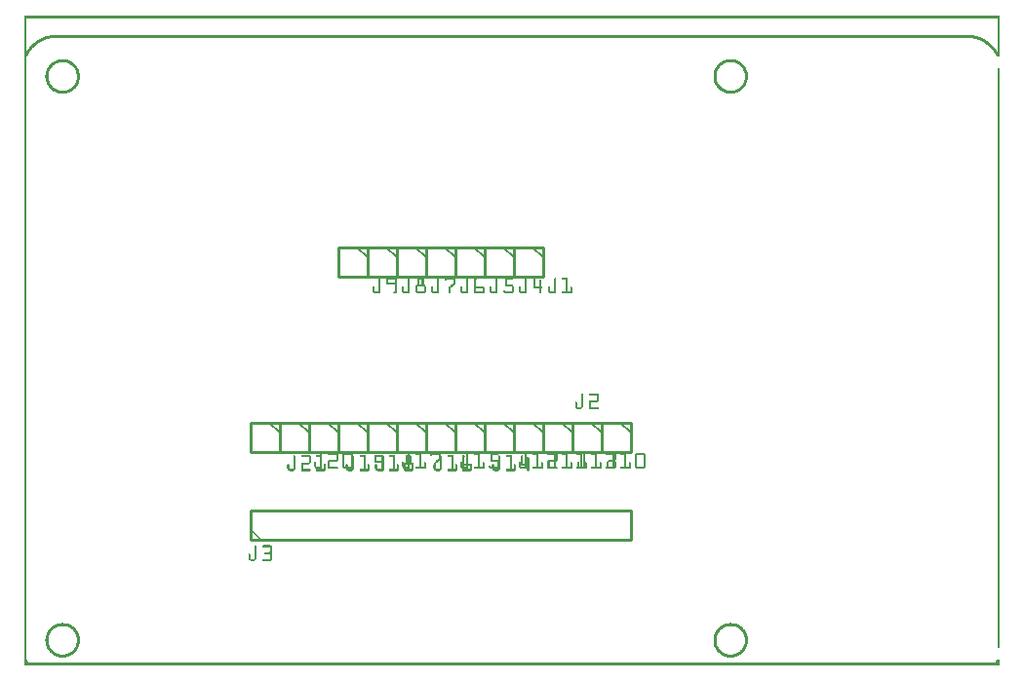
<source format=gto>
G04 MADE WITH FRITZING*
G04 WWW.FRITZING.ORG*
G04 DOUBLE SIDED*
G04 HOLES PLATED*
G04 CONTOUR ON CENTER OF CONTOUR VECTOR*
%ASAXBY*%
%FSLAX23Y23*%
%MOIN*%
%OFA0B0*%
%SFA1.0B1.0*%
%ADD10C,0.010000*%
%ADD11C,0.005000*%
%ADD12R,0.001000X0.001000*%
%LNSILK1*%
G90*
G70*
G54D10*
X2072Y831D02*
X1972Y831D01*
D02*
X1972Y831D02*
X1972Y731D01*
D02*
X1972Y731D02*
X2072Y731D01*
D02*
X2072Y731D02*
X2072Y831D01*
G54D11*
D02*
X2037Y831D02*
X2072Y796D01*
G54D10*
D02*
X1772Y1431D02*
X1672Y1431D01*
D02*
X1672Y1431D02*
X1672Y1331D01*
D02*
X1672Y1331D02*
X1772Y1331D01*
D02*
X1772Y1331D02*
X1772Y1431D01*
G54D11*
D02*
X1737Y1431D02*
X1772Y1396D01*
G54D10*
D02*
X772Y431D02*
X2072Y431D01*
D02*
X2072Y431D02*
X2072Y531D01*
D02*
X2072Y531D02*
X772Y531D01*
D02*
X772Y531D02*
X772Y431D01*
D02*
X1672Y1431D02*
X1572Y1431D01*
D02*
X1572Y1431D02*
X1572Y1331D01*
D02*
X1572Y1331D02*
X1672Y1331D01*
D02*
X1672Y1331D02*
X1672Y1431D01*
G54D11*
D02*
X1637Y1431D02*
X1672Y1396D01*
G54D10*
D02*
X1572Y1431D02*
X1472Y1431D01*
D02*
X1472Y1431D02*
X1472Y1331D01*
D02*
X1472Y1331D02*
X1572Y1331D01*
D02*
X1572Y1331D02*
X1572Y1431D01*
G54D11*
D02*
X1537Y1431D02*
X1572Y1396D01*
G54D10*
D02*
X1472Y1431D02*
X1372Y1431D01*
D02*
X1372Y1431D02*
X1372Y1331D01*
D02*
X1372Y1331D02*
X1472Y1331D01*
D02*
X1472Y1331D02*
X1472Y1431D01*
G54D11*
D02*
X1437Y1431D02*
X1472Y1396D01*
G54D10*
D02*
X1372Y1431D02*
X1272Y1431D01*
D02*
X1272Y1431D02*
X1272Y1331D01*
D02*
X1272Y1331D02*
X1372Y1331D01*
D02*
X1372Y1331D02*
X1372Y1431D01*
G54D11*
D02*
X1337Y1431D02*
X1372Y1396D01*
G54D10*
D02*
X1272Y1431D02*
X1172Y1431D01*
D02*
X1172Y1431D02*
X1172Y1331D01*
D02*
X1172Y1331D02*
X1272Y1331D01*
D02*
X1272Y1331D02*
X1272Y1431D01*
G54D11*
D02*
X1237Y1431D02*
X1272Y1396D01*
G54D10*
D02*
X1172Y1431D02*
X1072Y1431D01*
D02*
X1072Y1431D02*
X1072Y1331D01*
D02*
X1072Y1331D02*
X1172Y1331D01*
D02*
X1172Y1331D02*
X1172Y1431D01*
G54D11*
D02*
X1137Y1431D02*
X1172Y1396D01*
G54D10*
D02*
X1972Y831D02*
X1872Y831D01*
D02*
X1872Y831D02*
X1872Y731D01*
D02*
X1872Y731D02*
X1972Y731D01*
D02*
X1972Y731D02*
X1972Y831D01*
G54D11*
D02*
X1937Y831D02*
X1972Y796D01*
G54D10*
D02*
X1772Y831D02*
X1672Y831D01*
D02*
X1672Y831D02*
X1672Y731D01*
D02*
X1672Y731D02*
X1772Y731D01*
D02*
X1772Y731D02*
X1772Y831D01*
G54D11*
D02*
X1737Y831D02*
X1772Y796D01*
G54D10*
D02*
X1672Y831D02*
X1572Y831D01*
D02*
X1572Y831D02*
X1572Y731D01*
D02*
X1572Y731D02*
X1672Y731D01*
D02*
X1672Y731D02*
X1672Y831D01*
G54D11*
D02*
X1637Y831D02*
X1672Y796D01*
G54D10*
D02*
X1872Y831D02*
X1772Y831D01*
D02*
X1772Y831D02*
X1772Y731D01*
D02*
X1772Y731D02*
X1872Y731D01*
D02*
X1872Y731D02*
X1872Y831D01*
G54D11*
D02*
X1837Y831D02*
X1872Y796D01*
G54D10*
D02*
X1572Y831D02*
X1472Y831D01*
D02*
X1472Y831D02*
X1472Y731D01*
D02*
X1472Y731D02*
X1572Y731D01*
D02*
X1572Y731D02*
X1572Y831D01*
G54D11*
D02*
X1537Y831D02*
X1572Y796D01*
G54D10*
D02*
X1472Y831D02*
X1372Y831D01*
D02*
X1372Y831D02*
X1372Y731D01*
D02*
X1372Y731D02*
X1472Y731D01*
D02*
X1472Y731D02*
X1472Y831D01*
G54D11*
D02*
X1437Y831D02*
X1472Y796D01*
G54D10*
D02*
X1372Y831D02*
X1272Y831D01*
D02*
X1272Y831D02*
X1272Y731D01*
D02*
X1272Y731D02*
X1372Y731D01*
D02*
X1372Y731D02*
X1372Y831D01*
G54D11*
D02*
X1337Y831D02*
X1372Y796D01*
G54D10*
D02*
X1272Y831D02*
X1172Y831D01*
D02*
X1172Y831D02*
X1172Y731D01*
D02*
X1172Y731D02*
X1272Y731D01*
D02*
X1272Y731D02*
X1272Y831D01*
G54D11*
D02*
X1237Y831D02*
X1272Y796D01*
G54D10*
D02*
X1172Y831D02*
X1072Y831D01*
D02*
X1072Y831D02*
X1072Y731D01*
D02*
X1072Y731D02*
X1172Y731D01*
D02*
X1172Y731D02*
X1172Y831D01*
G54D11*
D02*
X1137Y831D02*
X1172Y796D01*
G54D10*
D02*
X1072Y831D02*
X972Y831D01*
D02*
X972Y831D02*
X972Y731D01*
D02*
X972Y731D02*
X1072Y731D01*
D02*
X1072Y731D02*
X1072Y831D01*
G54D11*
D02*
X1037Y831D02*
X1072Y796D01*
G54D10*
D02*
X972Y831D02*
X872Y831D01*
D02*
X872Y831D02*
X872Y731D01*
D02*
X872Y731D02*
X972Y731D01*
D02*
X972Y731D02*
X972Y831D01*
G54D11*
D02*
X937Y831D02*
X972Y796D01*
G54D10*
D02*
X872Y831D02*
X772Y831D01*
D02*
X772Y831D02*
X772Y731D01*
D02*
X772Y731D02*
X872Y731D01*
D02*
X872Y731D02*
X872Y831D01*
G54D11*
D02*
X837Y831D02*
X872Y796D01*
G54D12*
X0Y2222D02*
X3332Y2222D01*
X0Y2221D02*
X3332Y2221D01*
X0Y2220D02*
X3332Y2220D01*
X0Y2219D02*
X3332Y2219D01*
X0Y2218D02*
X3332Y2218D01*
X0Y2217D02*
X3332Y2217D01*
X0Y2216D02*
X3332Y2216D01*
X0Y2215D02*
X3332Y2215D01*
X0Y2214D02*
X7Y2214D01*
X3325Y2214D02*
X3332Y2214D01*
X0Y2213D02*
X7Y2213D01*
X3325Y2213D02*
X3332Y2213D01*
X0Y2212D02*
X7Y2212D01*
X3325Y2212D02*
X3332Y2212D01*
X0Y2211D02*
X7Y2211D01*
X3325Y2211D02*
X3332Y2211D01*
X0Y2210D02*
X7Y2210D01*
X3325Y2210D02*
X3332Y2210D01*
X0Y2209D02*
X7Y2209D01*
X3325Y2209D02*
X3332Y2209D01*
X0Y2208D02*
X7Y2208D01*
X3325Y2208D02*
X3332Y2208D01*
X0Y2207D02*
X7Y2207D01*
X3325Y2207D02*
X3332Y2207D01*
X0Y2206D02*
X7Y2206D01*
X3325Y2206D02*
X3332Y2206D01*
X0Y2205D02*
X7Y2205D01*
X3325Y2205D02*
X3332Y2205D01*
X0Y2204D02*
X7Y2204D01*
X3325Y2204D02*
X3332Y2204D01*
X0Y2203D02*
X7Y2203D01*
X3325Y2203D02*
X3332Y2203D01*
X0Y2202D02*
X7Y2202D01*
X3325Y2202D02*
X3332Y2202D01*
X0Y2201D02*
X7Y2201D01*
X3325Y2201D02*
X3332Y2201D01*
X0Y2200D02*
X7Y2200D01*
X3325Y2200D02*
X3332Y2200D01*
X0Y2199D02*
X7Y2199D01*
X3325Y2199D02*
X3332Y2199D01*
X0Y2198D02*
X7Y2198D01*
X3325Y2198D02*
X3332Y2198D01*
X0Y2197D02*
X7Y2197D01*
X3325Y2197D02*
X3332Y2197D01*
X0Y2196D02*
X7Y2196D01*
X3325Y2196D02*
X3332Y2196D01*
X0Y2195D02*
X7Y2195D01*
X3325Y2195D02*
X3332Y2195D01*
X0Y2194D02*
X7Y2194D01*
X3325Y2194D02*
X3332Y2194D01*
X0Y2193D02*
X7Y2193D01*
X3325Y2193D02*
X3332Y2193D01*
X0Y2192D02*
X7Y2192D01*
X3325Y2192D02*
X3332Y2192D01*
X0Y2191D02*
X7Y2191D01*
X3325Y2191D02*
X3332Y2191D01*
X0Y2190D02*
X7Y2190D01*
X3325Y2190D02*
X3332Y2190D01*
X0Y2189D02*
X7Y2189D01*
X3325Y2189D02*
X3332Y2189D01*
X0Y2188D02*
X7Y2188D01*
X3325Y2188D02*
X3332Y2188D01*
X0Y2187D02*
X7Y2187D01*
X3325Y2187D02*
X3332Y2187D01*
X0Y2186D02*
X7Y2186D01*
X3325Y2186D02*
X3332Y2186D01*
X0Y2185D02*
X7Y2185D01*
X3325Y2185D02*
X3332Y2185D01*
X0Y2184D02*
X7Y2184D01*
X3325Y2184D02*
X3332Y2184D01*
X0Y2183D02*
X7Y2183D01*
X3325Y2183D02*
X3332Y2183D01*
X0Y2182D02*
X7Y2182D01*
X3325Y2182D02*
X3332Y2182D01*
X0Y2181D02*
X7Y2181D01*
X3325Y2181D02*
X3332Y2181D01*
X0Y2180D02*
X7Y2180D01*
X3325Y2180D02*
X3332Y2180D01*
X0Y2179D02*
X7Y2179D01*
X3325Y2179D02*
X3332Y2179D01*
X0Y2178D02*
X7Y2178D01*
X3325Y2178D02*
X3332Y2178D01*
X0Y2177D02*
X7Y2177D01*
X3325Y2177D02*
X3332Y2177D01*
X0Y2176D02*
X7Y2176D01*
X3325Y2176D02*
X3332Y2176D01*
X0Y2175D02*
X7Y2175D01*
X3325Y2175D02*
X3332Y2175D01*
X0Y2174D02*
X7Y2174D01*
X3325Y2174D02*
X3332Y2174D01*
X0Y2173D02*
X7Y2173D01*
X3325Y2173D02*
X3332Y2173D01*
X0Y2172D02*
X7Y2172D01*
X3325Y2172D02*
X3332Y2172D01*
X0Y2171D02*
X7Y2171D01*
X3325Y2171D02*
X3332Y2171D01*
X0Y2170D02*
X7Y2170D01*
X3325Y2170D02*
X3332Y2170D01*
X0Y2169D02*
X7Y2169D01*
X3325Y2169D02*
X3332Y2169D01*
X0Y2168D02*
X7Y2168D01*
X3325Y2168D02*
X3332Y2168D01*
X0Y2167D02*
X7Y2167D01*
X3325Y2167D02*
X3332Y2167D01*
X0Y2166D02*
X7Y2166D01*
X3325Y2166D02*
X3332Y2166D01*
X0Y2165D02*
X7Y2165D01*
X3325Y2165D02*
X3332Y2165D01*
X0Y2164D02*
X7Y2164D01*
X3325Y2164D02*
X3332Y2164D01*
X0Y2163D02*
X7Y2163D01*
X3325Y2163D02*
X3332Y2163D01*
X0Y2162D02*
X7Y2162D01*
X3325Y2162D02*
X3332Y2162D01*
X0Y2161D02*
X7Y2161D01*
X3325Y2161D02*
X3332Y2161D01*
X0Y2160D02*
X7Y2160D01*
X3325Y2160D02*
X3332Y2160D01*
X0Y2159D02*
X7Y2159D01*
X3325Y2159D02*
X3332Y2159D01*
X0Y2158D02*
X7Y2158D01*
X3325Y2158D02*
X3332Y2158D01*
X0Y2157D02*
X7Y2157D01*
X98Y2157D02*
X3233Y2157D01*
X3325Y2157D02*
X3332Y2157D01*
X0Y2156D02*
X7Y2156D01*
X91Y2156D02*
X3240Y2156D01*
X3325Y2156D02*
X3332Y2156D01*
X0Y2155D02*
X7Y2155D01*
X85Y2155D02*
X3245Y2155D01*
X3325Y2155D02*
X3332Y2155D01*
X0Y2154D02*
X7Y2154D01*
X81Y2154D02*
X3250Y2154D01*
X3325Y2154D02*
X3332Y2154D01*
X0Y2153D02*
X7Y2153D01*
X78Y2153D02*
X3253Y2153D01*
X3325Y2153D02*
X3332Y2153D01*
X0Y2152D02*
X7Y2152D01*
X74Y2152D02*
X3257Y2152D01*
X3325Y2152D02*
X3332Y2152D01*
X0Y2151D02*
X7Y2151D01*
X71Y2151D02*
X3260Y2151D01*
X3325Y2151D02*
X3332Y2151D01*
X0Y2150D02*
X7Y2150D01*
X68Y2150D02*
X3262Y2150D01*
X3325Y2150D02*
X3332Y2150D01*
X0Y2149D02*
X7Y2149D01*
X66Y2149D02*
X3265Y2149D01*
X3325Y2149D02*
X3332Y2149D01*
X0Y2148D02*
X7Y2148D01*
X63Y2148D02*
X3268Y2148D01*
X3325Y2148D02*
X3332Y2148D01*
X0Y2147D02*
X7Y2147D01*
X61Y2147D02*
X102Y2147D01*
X3229Y2147D02*
X3270Y2147D01*
X3325Y2147D02*
X3332Y2147D01*
X0Y2146D02*
X7Y2146D01*
X59Y2146D02*
X93Y2146D01*
X3238Y2146D02*
X3272Y2146D01*
X3325Y2146D02*
X3332Y2146D01*
X0Y2145D02*
X7Y2145D01*
X57Y2145D02*
X87Y2145D01*
X3244Y2145D02*
X3274Y2145D01*
X3325Y2145D02*
X3332Y2145D01*
X0Y2144D02*
X7Y2144D01*
X55Y2144D02*
X83Y2144D01*
X3248Y2144D02*
X3276Y2144D01*
X3325Y2144D02*
X3332Y2144D01*
X0Y2143D02*
X7Y2143D01*
X53Y2143D02*
X79Y2143D01*
X3252Y2143D02*
X3278Y2143D01*
X3325Y2143D02*
X3332Y2143D01*
X0Y2142D02*
X7Y2142D01*
X51Y2142D02*
X76Y2142D01*
X3255Y2142D02*
X3280Y2142D01*
X3325Y2142D02*
X3332Y2142D01*
X0Y2141D02*
X7Y2141D01*
X49Y2141D02*
X73Y2141D01*
X3258Y2141D02*
X3281Y2141D01*
X3325Y2141D02*
X3332Y2141D01*
X0Y2140D02*
X7Y2140D01*
X48Y2140D02*
X70Y2140D01*
X3261Y2140D02*
X3283Y2140D01*
X3325Y2140D02*
X3332Y2140D01*
X0Y2139D02*
X7Y2139D01*
X46Y2139D02*
X67Y2139D01*
X3263Y2139D02*
X3285Y2139D01*
X3325Y2139D02*
X3332Y2139D01*
X0Y2138D02*
X7Y2138D01*
X44Y2138D02*
X65Y2138D01*
X3266Y2138D02*
X3286Y2138D01*
X3325Y2138D02*
X3332Y2138D01*
X0Y2137D02*
X7Y2137D01*
X43Y2137D02*
X63Y2137D01*
X3268Y2137D02*
X3288Y2137D01*
X3325Y2137D02*
X3332Y2137D01*
X0Y2136D02*
X7Y2136D01*
X41Y2136D02*
X61Y2136D01*
X3270Y2136D02*
X3289Y2136D01*
X3325Y2136D02*
X3332Y2136D01*
X0Y2135D02*
X7Y2135D01*
X40Y2135D02*
X59Y2135D01*
X3272Y2135D02*
X3291Y2135D01*
X3325Y2135D02*
X3332Y2135D01*
X0Y2134D02*
X7Y2134D01*
X38Y2134D02*
X57Y2134D01*
X3274Y2134D02*
X3292Y2134D01*
X3325Y2134D02*
X3332Y2134D01*
X0Y2133D02*
X7Y2133D01*
X37Y2133D02*
X55Y2133D01*
X3276Y2133D02*
X3294Y2133D01*
X3325Y2133D02*
X3332Y2133D01*
X0Y2132D02*
X7Y2132D01*
X36Y2132D02*
X53Y2132D01*
X3278Y2132D02*
X3295Y2132D01*
X3325Y2132D02*
X3332Y2132D01*
X0Y2131D02*
X7Y2131D01*
X35Y2131D02*
X52Y2131D01*
X3279Y2131D02*
X3296Y2131D01*
X3325Y2131D02*
X3332Y2131D01*
X0Y2130D02*
X7Y2130D01*
X33Y2130D02*
X50Y2130D01*
X3281Y2130D02*
X3298Y2130D01*
X3325Y2130D02*
X3332Y2130D01*
X0Y2129D02*
X7Y2129D01*
X32Y2129D02*
X48Y2129D01*
X3282Y2129D02*
X3299Y2129D01*
X3325Y2129D02*
X3332Y2129D01*
X0Y2128D02*
X7Y2128D01*
X31Y2128D02*
X47Y2128D01*
X3284Y2128D02*
X3300Y2128D01*
X3325Y2128D02*
X3332Y2128D01*
X0Y2127D02*
X7Y2127D01*
X30Y2127D02*
X46Y2127D01*
X3285Y2127D02*
X3301Y2127D01*
X3325Y2127D02*
X3332Y2127D01*
X0Y2126D02*
X7Y2126D01*
X29Y2126D02*
X44Y2126D01*
X3287Y2126D02*
X3302Y2126D01*
X3325Y2126D02*
X3332Y2126D01*
X0Y2125D02*
X7Y2125D01*
X27Y2125D02*
X43Y2125D01*
X3288Y2125D02*
X3303Y2125D01*
X3325Y2125D02*
X3332Y2125D01*
X0Y2124D02*
X7Y2124D01*
X26Y2124D02*
X42Y2124D01*
X3289Y2124D02*
X3304Y2124D01*
X3325Y2124D02*
X3332Y2124D01*
X0Y2123D02*
X7Y2123D01*
X25Y2123D02*
X40Y2123D01*
X3291Y2123D02*
X3305Y2123D01*
X3325Y2123D02*
X3332Y2123D01*
X0Y2122D02*
X7Y2122D01*
X24Y2122D02*
X39Y2122D01*
X3292Y2122D02*
X3306Y2122D01*
X3325Y2122D02*
X3332Y2122D01*
X0Y2121D02*
X7Y2121D01*
X23Y2121D02*
X38Y2121D01*
X3293Y2121D02*
X3307Y2121D01*
X3325Y2121D02*
X3332Y2121D01*
X0Y2120D02*
X7Y2120D01*
X22Y2120D02*
X37Y2120D01*
X3294Y2120D02*
X3308Y2120D01*
X3325Y2120D02*
X3332Y2120D01*
X0Y2119D02*
X7Y2119D01*
X21Y2119D02*
X36Y2119D01*
X3295Y2119D02*
X3309Y2119D01*
X3325Y2119D02*
X3332Y2119D01*
X0Y2118D02*
X7Y2118D01*
X20Y2118D02*
X34Y2118D01*
X3296Y2118D02*
X3310Y2118D01*
X3325Y2118D02*
X3332Y2118D01*
X0Y2117D02*
X7Y2117D01*
X20Y2117D02*
X33Y2117D01*
X3297Y2117D02*
X3311Y2117D01*
X3325Y2117D02*
X3332Y2117D01*
X0Y2116D02*
X7Y2116D01*
X19Y2116D02*
X32Y2116D01*
X3299Y2116D02*
X3312Y2116D01*
X3325Y2116D02*
X3332Y2116D01*
X0Y2115D02*
X7Y2115D01*
X18Y2115D02*
X31Y2115D01*
X3300Y2115D02*
X3313Y2115D01*
X3325Y2115D02*
X3332Y2115D01*
X0Y2114D02*
X7Y2114D01*
X17Y2114D02*
X30Y2114D01*
X3301Y2114D02*
X3314Y2114D01*
X3325Y2114D02*
X3332Y2114D01*
X0Y2113D02*
X7Y2113D01*
X16Y2113D02*
X29Y2113D01*
X3302Y2113D02*
X3315Y2113D01*
X3325Y2113D02*
X3332Y2113D01*
X0Y2112D02*
X7Y2112D01*
X15Y2112D02*
X28Y2112D01*
X3303Y2112D02*
X3315Y2112D01*
X3325Y2112D02*
X3332Y2112D01*
X0Y2111D02*
X7Y2111D01*
X15Y2111D02*
X27Y2111D01*
X3303Y2111D02*
X3316Y2111D01*
X3325Y2111D02*
X3332Y2111D01*
X0Y2110D02*
X7Y2110D01*
X14Y2110D02*
X26Y2110D01*
X3304Y2110D02*
X3317Y2110D01*
X3325Y2110D02*
X3332Y2110D01*
X0Y2109D02*
X7Y2109D01*
X13Y2109D02*
X26Y2109D01*
X3305Y2109D02*
X3318Y2109D01*
X3325Y2109D02*
X3332Y2109D01*
X0Y2108D02*
X7Y2108D01*
X12Y2108D02*
X25Y2108D01*
X3306Y2108D02*
X3319Y2108D01*
X3325Y2108D02*
X3332Y2108D01*
X0Y2107D02*
X7Y2107D01*
X11Y2107D02*
X24Y2107D01*
X3307Y2107D02*
X3319Y2107D01*
X3325Y2107D02*
X3332Y2107D01*
X0Y2106D02*
X7Y2106D01*
X11Y2106D02*
X23Y2106D01*
X3308Y2106D02*
X3320Y2106D01*
X3325Y2106D02*
X3332Y2106D01*
X0Y2105D02*
X7Y2105D01*
X10Y2105D02*
X22Y2105D01*
X3309Y2105D02*
X3321Y2105D01*
X3325Y2105D02*
X3332Y2105D01*
X0Y2104D02*
X7Y2104D01*
X9Y2104D02*
X21Y2104D01*
X3310Y2104D02*
X3321Y2104D01*
X3325Y2104D02*
X3332Y2104D01*
X0Y2103D02*
X7Y2103D01*
X9Y2103D02*
X21Y2103D01*
X3310Y2103D02*
X3322Y2103D01*
X3325Y2103D02*
X3332Y2103D01*
X0Y2102D02*
X20Y2102D01*
X3311Y2102D02*
X3323Y2102D01*
X3325Y2102D02*
X3332Y2102D01*
X0Y2101D02*
X19Y2101D01*
X3312Y2101D02*
X3323Y2101D01*
X3325Y2101D02*
X3332Y2101D01*
X0Y2100D02*
X18Y2100D01*
X3313Y2100D02*
X3332Y2100D01*
X0Y2099D02*
X18Y2099D01*
X3313Y2099D02*
X3332Y2099D01*
X0Y2098D02*
X17Y2098D01*
X3314Y2098D02*
X3332Y2098D01*
X0Y2097D02*
X16Y2097D01*
X3315Y2097D02*
X3332Y2097D01*
X0Y2096D02*
X15Y2096D01*
X3315Y2096D02*
X3332Y2096D01*
X0Y2095D02*
X15Y2095D01*
X3316Y2095D02*
X3332Y2095D01*
X0Y2094D02*
X14Y2094D01*
X3317Y2094D02*
X3332Y2094D01*
X0Y2093D02*
X13Y2093D01*
X3317Y2093D02*
X3332Y2093D01*
X0Y2092D02*
X13Y2092D01*
X3318Y2092D02*
X3332Y2092D01*
X0Y2091D02*
X12Y2091D01*
X3319Y2091D02*
X3332Y2091D01*
X0Y2090D02*
X12Y2090D01*
X3319Y2090D02*
X3332Y2090D01*
X0Y2089D02*
X11Y2089D01*
X3320Y2089D02*
X3332Y2089D01*
X0Y2088D02*
X11Y2088D01*
X3320Y2088D02*
X3332Y2088D01*
X0Y2087D02*
X10Y2087D01*
X3321Y2087D02*
X3332Y2087D01*
X0Y2086D02*
X10Y2086D01*
X3321Y2086D02*
X3332Y2086D01*
X0Y2085D02*
X9Y2085D01*
X3322Y2085D02*
X3332Y2085D01*
X0Y2084D02*
X8Y2084D01*
X3322Y2084D02*
X3333Y2084D01*
X0Y2083D02*
X8Y2083D01*
X3323Y2083D02*
X3333Y2083D01*
X0Y2082D02*
X8Y2082D01*
X3323Y2082D02*
X3333Y2082D01*
X0Y2081D02*
X7Y2081D01*
X0Y2080D02*
X7Y2080D01*
X0Y2079D02*
X7Y2079D01*
X0Y2078D02*
X7Y2078D01*
X0Y2077D02*
X7Y2077D01*
X0Y2076D02*
X7Y2076D01*
X0Y2075D02*
X7Y2075D01*
X0Y2074D02*
X7Y2074D01*
X129Y2074D02*
X131Y2074D01*
X2412Y2074D02*
X2414Y2074D01*
X0Y2073D02*
X7Y2073D01*
X120Y2073D02*
X140Y2073D01*
X2403Y2073D02*
X2424Y2073D01*
X0Y2072D02*
X7Y2072D01*
X116Y2072D02*
X145Y2072D01*
X2399Y2072D02*
X2428Y2072D01*
X0Y2071D02*
X7Y2071D01*
X112Y2071D02*
X148Y2071D01*
X2395Y2071D02*
X2431Y2071D01*
X0Y2070D02*
X7Y2070D01*
X109Y2070D02*
X151Y2070D01*
X2393Y2070D02*
X2434Y2070D01*
X0Y2069D02*
X7Y2069D01*
X107Y2069D02*
X153Y2069D01*
X2390Y2069D02*
X2437Y2069D01*
X0Y2068D02*
X7Y2068D01*
X105Y2068D02*
X155Y2068D01*
X2388Y2068D02*
X2439Y2068D01*
X0Y2067D02*
X7Y2067D01*
X103Y2067D02*
X157Y2067D01*
X2386Y2067D02*
X2441Y2067D01*
X0Y2066D02*
X7Y2066D01*
X101Y2066D02*
X159Y2066D01*
X2384Y2066D02*
X2443Y2066D01*
X0Y2065D02*
X7Y2065D01*
X99Y2065D02*
X161Y2065D01*
X2383Y2065D02*
X2444Y2065D01*
X0Y2064D02*
X7Y2064D01*
X98Y2064D02*
X163Y2064D01*
X2381Y2064D02*
X2446Y2064D01*
X0Y2063D02*
X7Y2063D01*
X96Y2063D02*
X122Y2063D01*
X139Y2063D02*
X164Y2063D01*
X2380Y2063D02*
X2405Y2063D01*
X2422Y2063D02*
X2447Y2063D01*
X0Y2062D02*
X7Y2062D01*
X95Y2062D02*
X117Y2062D01*
X143Y2062D02*
X165Y2062D01*
X2378Y2062D02*
X2400Y2062D01*
X2427Y2062D02*
X2449Y2062D01*
X0Y2061D02*
X7Y2061D01*
X94Y2061D02*
X114Y2061D01*
X147Y2061D02*
X167Y2061D01*
X2377Y2061D02*
X2397Y2061D01*
X2430Y2061D02*
X2450Y2061D01*
X0Y2060D02*
X7Y2060D01*
X92Y2060D02*
X111Y2060D01*
X149Y2060D02*
X168Y2060D01*
X2376Y2060D02*
X2394Y2060D01*
X2433Y2060D02*
X2451Y2060D01*
X0Y2059D02*
X7Y2059D01*
X91Y2059D02*
X109Y2059D01*
X152Y2059D02*
X169Y2059D01*
X2374Y2059D02*
X2392Y2059D01*
X2435Y2059D02*
X2452Y2059D01*
X0Y2058D02*
X7Y2058D01*
X90Y2058D02*
X107Y2058D01*
X154Y2058D02*
X170Y2058D01*
X2373Y2058D02*
X2390Y2058D01*
X2437Y2058D02*
X2453Y2058D01*
X0Y2057D02*
X7Y2057D01*
X89Y2057D02*
X105Y2057D01*
X155Y2057D02*
X171Y2057D01*
X2372Y2057D02*
X2388Y2057D01*
X2439Y2057D02*
X2454Y2057D01*
X0Y2056D02*
X7Y2056D01*
X88Y2056D02*
X103Y2056D01*
X157Y2056D02*
X172Y2056D01*
X2371Y2056D02*
X2387Y2056D01*
X2440Y2056D02*
X2455Y2056D01*
X0Y2055D02*
X7Y2055D01*
X87Y2055D02*
X102Y2055D01*
X158Y2055D02*
X173Y2055D01*
X2370Y2055D02*
X2385Y2055D01*
X2442Y2055D02*
X2456Y2055D01*
X0Y2054D02*
X7Y2054D01*
X86Y2054D02*
X100Y2054D01*
X160Y2054D02*
X174Y2054D01*
X2369Y2054D02*
X2384Y2054D01*
X2443Y2054D02*
X2457Y2054D01*
X0Y2053D02*
X7Y2053D01*
X85Y2053D02*
X99Y2053D01*
X161Y2053D02*
X175Y2053D01*
X2369Y2053D02*
X2382Y2053D01*
X2444Y2053D02*
X2458Y2053D01*
X0Y2052D02*
X7Y2052D01*
X84Y2052D02*
X98Y2052D01*
X162Y2052D02*
X176Y2052D01*
X2368Y2052D02*
X2381Y2052D01*
X2446Y2052D02*
X2459Y2052D01*
X0Y2051D02*
X7Y2051D01*
X84Y2051D02*
X97Y2051D01*
X163Y2051D02*
X176Y2051D01*
X2367Y2051D02*
X2380Y2051D01*
X2447Y2051D02*
X2460Y2051D01*
X0Y2050D02*
X7Y2050D01*
X83Y2050D02*
X96Y2050D01*
X164Y2050D02*
X177Y2050D01*
X2366Y2050D02*
X2379Y2050D01*
X2448Y2050D02*
X2460Y2050D01*
X0Y2049D02*
X7Y2049D01*
X82Y2049D02*
X95Y2049D01*
X165Y2049D02*
X178Y2049D01*
X2366Y2049D02*
X2378Y2049D01*
X2449Y2049D02*
X2461Y2049D01*
X0Y2048D02*
X7Y2048D01*
X82Y2048D02*
X94Y2048D01*
X166Y2048D02*
X179Y2048D01*
X2365Y2048D02*
X2377Y2048D01*
X2450Y2048D02*
X2462Y2048D01*
X0Y2047D02*
X7Y2047D01*
X81Y2047D02*
X93Y2047D01*
X167Y2047D02*
X179Y2047D01*
X2364Y2047D02*
X2376Y2047D01*
X2451Y2047D02*
X2463Y2047D01*
X0Y2046D02*
X7Y2046D01*
X80Y2046D02*
X92Y2046D01*
X168Y2046D02*
X180Y2046D01*
X2364Y2046D02*
X2375Y2046D01*
X2451Y2046D02*
X2463Y2046D01*
X0Y2045D02*
X7Y2045D01*
X80Y2045D02*
X91Y2045D01*
X169Y2045D02*
X180Y2045D01*
X2363Y2045D02*
X2374Y2045D01*
X2452Y2045D02*
X2464Y2045D01*
X0Y2044D02*
X7Y2044D01*
X79Y2044D02*
X90Y2044D01*
X170Y2044D02*
X181Y2044D01*
X2362Y2044D02*
X2374Y2044D01*
X2453Y2044D02*
X2464Y2044D01*
X0Y2043D02*
X7Y2043D01*
X79Y2043D02*
X90Y2043D01*
X171Y2043D02*
X182Y2043D01*
X2362Y2043D02*
X2373Y2043D01*
X2454Y2043D02*
X2465Y2043D01*
X0Y2042D02*
X7Y2042D01*
X78Y2042D02*
X89Y2042D01*
X171Y2042D02*
X182Y2042D01*
X2361Y2042D02*
X2372Y2042D01*
X2455Y2042D02*
X2465Y2042D01*
X0Y2041D02*
X7Y2041D01*
X78Y2041D02*
X88Y2041D01*
X172Y2041D02*
X183Y2041D01*
X2361Y2041D02*
X2372Y2041D01*
X2455Y2041D02*
X2466Y2041D01*
X3325Y2041D02*
X3332Y2041D01*
X0Y2040D02*
X7Y2040D01*
X77Y2040D02*
X88Y2040D01*
X173Y2040D02*
X183Y2040D01*
X2360Y2040D02*
X2371Y2040D01*
X2456Y2040D02*
X2466Y2040D01*
X3325Y2040D02*
X3332Y2040D01*
X0Y2039D02*
X7Y2039D01*
X77Y2039D02*
X87Y2039D01*
X173Y2039D02*
X184Y2039D01*
X2360Y2039D02*
X2370Y2039D01*
X2456Y2039D02*
X2467Y2039D01*
X3325Y2039D02*
X3332Y2039D01*
X0Y2038D02*
X7Y2038D01*
X76Y2038D02*
X86Y2038D01*
X174Y2038D02*
X184Y2038D01*
X2359Y2038D02*
X2370Y2038D01*
X2457Y2038D02*
X2467Y2038D01*
X3325Y2038D02*
X3332Y2038D01*
X0Y2037D02*
X7Y2037D01*
X76Y2037D02*
X86Y2037D01*
X174Y2037D02*
X184Y2037D01*
X2359Y2037D02*
X2369Y2037D01*
X2457Y2037D02*
X2468Y2037D01*
X3325Y2037D02*
X3332Y2037D01*
X0Y2036D02*
X7Y2036D01*
X75Y2036D02*
X85Y2036D01*
X175Y2036D02*
X185Y2036D01*
X2359Y2036D02*
X2369Y2036D01*
X2458Y2036D02*
X2468Y2036D01*
X3325Y2036D02*
X3332Y2036D01*
X0Y2035D02*
X7Y2035D01*
X75Y2035D02*
X85Y2035D01*
X175Y2035D02*
X185Y2035D01*
X2358Y2035D02*
X2368Y2035D01*
X2458Y2035D02*
X2468Y2035D01*
X3325Y2035D02*
X3332Y2035D01*
X0Y2034D02*
X7Y2034D01*
X75Y2034D02*
X85Y2034D01*
X176Y2034D02*
X186Y2034D01*
X2358Y2034D02*
X2368Y2034D01*
X2459Y2034D02*
X2469Y2034D01*
X3325Y2034D02*
X3332Y2034D01*
X0Y2033D02*
X7Y2033D01*
X74Y2033D02*
X84Y2033D01*
X176Y2033D02*
X186Y2033D01*
X2358Y2033D02*
X2367Y2033D01*
X2459Y2033D02*
X2469Y2033D01*
X3325Y2033D02*
X3332Y2033D01*
X0Y2032D02*
X7Y2032D01*
X74Y2032D02*
X84Y2032D01*
X176Y2032D02*
X186Y2032D01*
X2357Y2032D02*
X2367Y2032D01*
X2460Y2032D02*
X2470Y2032D01*
X3325Y2032D02*
X3332Y2032D01*
X0Y2031D02*
X7Y2031D01*
X74Y2031D02*
X83Y2031D01*
X177Y2031D02*
X187Y2031D01*
X2357Y2031D02*
X2367Y2031D01*
X2460Y2031D02*
X2470Y2031D01*
X3325Y2031D02*
X3332Y2031D01*
X0Y2030D02*
X7Y2030D01*
X73Y2030D02*
X83Y2030D01*
X177Y2030D02*
X187Y2030D01*
X2357Y2030D02*
X2366Y2030D01*
X2460Y2030D02*
X2470Y2030D01*
X3325Y2030D02*
X3332Y2030D01*
X0Y2029D02*
X7Y2029D01*
X73Y2029D02*
X83Y2029D01*
X177Y2029D02*
X187Y2029D01*
X2356Y2029D02*
X2366Y2029D01*
X2461Y2029D02*
X2470Y2029D01*
X3325Y2029D02*
X3332Y2029D01*
X0Y2028D02*
X7Y2028D01*
X73Y2028D02*
X82Y2028D01*
X178Y2028D02*
X187Y2028D01*
X2356Y2028D02*
X2366Y2028D01*
X2461Y2028D02*
X2471Y2028D01*
X3325Y2028D02*
X3332Y2028D01*
X0Y2027D02*
X7Y2027D01*
X73Y2027D02*
X82Y2027D01*
X178Y2027D02*
X188Y2027D01*
X2356Y2027D02*
X2365Y2027D01*
X2461Y2027D02*
X2471Y2027D01*
X3325Y2027D02*
X3332Y2027D01*
X0Y2026D02*
X7Y2026D01*
X72Y2026D02*
X82Y2026D01*
X178Y2026D02*
X188Y2026D01*
X2356Y2026D02*
X2365Y2026D01*
X2461Y2026D02*
X2471Y2026D01*
X3325Y2026D02*
X3332Y2026D01*
X0Y2025D02*
X7Y2025D01*
X72Y2025D02*
X82Y2025D01*
X178Y2025D02*
X188Y2025D01*
X2356Y2025D02*
X2365Y2025D01*
X2462Y2025D02*
X2471Y2025D01*
X3325Y2025D02*
X3332Y2025D01*
X0Y2024D02*
X7Y2024D01*
X72Y2024D02*
X82Y2024D01*
X179Y2024D02*
X188Y2024D01*
X2355Y2024D02*
X2365Y2024D01*
X2462Y2024D02*
X2471Y2024D01*
X3325Y2024D02*
X3332Y2024D01*
X0Y2023D02*
X7Y2023D01*
X72Y2023D02*
X81Y2023D01*
X179Y2023D02*
X188Y2023D01*
X2355Y2023D02*
X2365Y2023D01*
X2462Y2023D02*
X2472Y2023D01*
X3325Y2023D02*
X3332Y2023D01*
X0Y2022D02*
X7Y2022D01*
X72Y2022D02*
X81Y2022D01*
X179Y2022D02*
X188Y2022D01*
X2355Y2022D02*
X2365Y2022D01*
X2462Y2022D02*
X2472Y2022D01*
X3325Y2022D02*
X3332Y2022D01*
X0Y2021D02*
X7Y2021D01*
X72Y2021D02*
X81Y2021D01*
X179Y2021D02*
X189Y2021D01*
X2355Y2021D02*
X2364Y2021D01*
X2462Y2021D02*
X2472Y2021D01*
X3325Y2021D02*
X3332Y2021D01*
X0Y2020D02*
X7Y2020D01*
X72Y2020D02*
X81Y2020D01*
X179Y2020D02*
X189Y2020D01*
X2355Y2020D02*
X2364Y2020D01*
X2462Y2020D02*
X2472Y2020D01*
X3325Y2020D02*
X3332Y2020D01*
X0Y2019D02*
X7Y2019D01*
X71Y2019D02*
X81Y2019D01*
X179Y2019D02*
X189Y2019D01*
X2355Y2019D02*
X2364Y2019D01*
X2463Y2019D02*
X2472Y2019D01*
X3325Y2019D02*
X3332Y2019D01*
X0Y2018D02*
X7Y2018D01*
X71Y2018D02*
X81Y2018D01*
X179Y2018D02*
X189Y2018D01*
X2355Y2018D02*
X2364Y2018D01*
X2463Y2018D02*
X2472Y2018D01*
X3325Y2018D02*
X3332Y2018D01*
X0Y2017D02*
X7Y2017D01*
X71Y2017D02*
X81Y2017D01*
X179Y2017D02*
X189Y2017D01*
X2355Y2017D02*
X2364Y2017D01*
X2463Y2017D02*
X2472Y2017D01*
X3325Y2017D02*
X3332Y2017D01*
X0Y2016D02*
X7Y2016D01*
X71Y2016D02*
X81Y2016D01*
X179Y2016D02*
X189Y2016D01*
X2355Y2016D02*
X2364Y2016D01*
X2463Y2016D02*
X2472Y2016D01*
X3325Y2016D02*
X3332Y2016D01*
X0Y2015D02*
X7Y2015D01*
X71Y2015D02*
X81Y2015D01*
X180Y2015D02*
X189Y2015D01*
X2355Y2015D02*
X2364Y2015D01*
X2463Y2015D02*
X2472Y2015D01*
X3325Y2015D02*
X3332Y2015D01*
X0Y2014D02*
X7Y2014D01*
X71Y2014D02*
X81Y2014D01*
X179Y2014D02*
X189Y2014D01*
X2355Y2014D02*
X2364Y2014D01*
X2463Y2014D02*
X2472Y2014D01*
X3325Y2014D02*
X3332Y2014D01*
X0Y2013D02*
X7Y2013D01*
X71Y2013D02*
X81Y2013D01*
X179Y2013D02*
X189Y2013D01*
X2355Y2013D02*
X2364Y2013D01*
X2463Y2013D02*
X2472Y2013D01*
X3325Y2013D02*
X3332Y2013D01*
X0Y2012D02*
X7Y2012D01*
X71Y2012D02*
X81Y2012D01*
X179Y2012D02*
X189Y2012D01*
X2355Y2012D02*
X2364Y2012D01*
X2463Y2012D02*
X2472Y2012D01*
X3325Y2012D02*
X3332Y2012D01*
X0Y2011D02*
X7Y2011D01*
X71Y2011D02*
X81Y2011D01*
X179Y2011D02*
X189Y2011D01*
X2355Y2011D02*
X2364Y2011D01*
X2463Y2011D02*
X2472Y2011D01*
X3325Y2011D02*
X3332Y2011D01*
X0Y2010D02*
X7Y2010D01*
X72Y2010D02*
X81Y2010D01*
X179Y2010D02*
X189Y2010D01*
X2355Y2010D02*
X2364Y2010D01*
X2463Y2010D02*
X2472Y2010D01*
X3325Y2010D02*
X3332Y2010D01*
X0Y2009D02*
X7Y2009D01*
X72Y2009D02*
X81Y2009D01*
X179Y2009D02*
X189Y2009D01*
X2355Y2009D02*
X2364Y2009D01*
X2462Y2009D02*
X2472Y2009D01*
X3325Y2009D02*
X3332Y2009D01*
X0Y2008D02*
X7Y2008D01*
X72Y2008D02*
X81Y2008D01*
X179Y2008D02*
X189Y2008D01*
X2355Y2008D02*
X2364Y2008D01*
X2462Y2008D02*
X2472Y2008D01*
X3325Y2008D02*
X3332Y2008D01*
X0Y2007D02*
X7Y2007D01*
X72Y2007D02*
X81Y2007D01*
X179Y2007D02*
X188Y2007D01*
X2355Y2007D02*
X2365Y2007D01*
X2462Y2007D02*
X2472Y2007D01*
X3325Y2007D02*
X3332Y2007D01*
X0Y2006D02*
X7Y2006D01*
X72Y2006D02*
X81Y2006D01*
X179Y2006D02*
X188Y2006D01*
X2355Y2006D02*
X2365Y2006D01*
X2462Y2006D02*
X2471Y2006D01*
X3325Y2006D02*
X3332Y2006D01*
X0Y2005D02*
X7Y2005D01*
X72Y2005D02*
X82Y2005D01*
X179Y2005D02*
X188Y2005D01*
X2355Y2005D02*
X2365Y2005D01*
X2462Y2005D02*
X2471Y2005D01*
X3325Y2005D02*
X3332Y2005D01*
X0Y2004D02*
X7Y2004D01*
X72Y2004D02*
X82Y2004D01*
X178Y2004D02*
X188Y2004D01*
X2356Y2004D02*
X2365Y2004D01*
X2462Y2004D02*
X2471Y2004D01*
X3325Y2004D02*
X3332Y2004D01*
X0Y2003D02*
X7Y2003D01*
X73Y2003D02*
X82Y2003D01*
X178Y2003D02*
X188Y2003D01*
X2356Y2003D02*
X2365Y2003D01*
X2461Y2003D02*
X2471Y2003D01*
X3325Y2003D02*
X3332Y2003D01*
X0Y2002D02*
X7Y2002D01*
X73Y2002D02*
X82Y2002D01*
X178Y2002D02*
X187Y2002D01*
X2356Y2002D02*
X2366Y2002D01*
X2461Y2002D02*
X2471Y2002D01*
X3325Y2002D02*
X3332Y2002D01*
X0Y2001D02*
X7Y2001D01*
X73Y2001D02*
X83Y2001D01*
X178Y2001D02*
X187Y2001D01*
X2356Y2001D02*
X2366Y2001D01*
X2461Y2001D02*
X2470Y2001D01*
X3325Y2001D02*
X3332Y2001D01*
X0Y2000D02*
X7Y2000D01*
X73Y2000D02*
X83Y2000D01*
X177Y2000D02*
X187Y2000D01*
X2357Y2000D02*
X2366Y2000D01*
X2461Y2000D02*
X2470Y2000D01*
X3325Y2000D02*
X3332Y2000D01*
X0Y1999D02*
X7Y1999D01*
X74Y1999D02*
X83Y1999D01*
X177Y1999D02*
X187Y1999D01*
X2357Y1999D02*
X2366Y1999D01*
X2460Y1999D02*
X2470Y1999D01*
X3325Y1999D02*
X3332Y1999D01*
X0Y1998D02*
X7Y1998D01*
X74Y1998D02*
X84Y1998D01*
X177Y1998D02*
X186Y1998D01*
X2357Y1998D02*
X2367Y1998D01*
X2460Y1998D02*
X2470Y1998D01*
X3325Y1998D02*
X3332Y1998D01*
X0Y1997D02*
X7Y1997D01*
X74Y1997D02*
X84Y1997D01*
X176Y1997D02*
X186Y1997D01*
X2357Y1997D02*
X2367Y1997D01*
X2460Y1997D02*
X2469Y1997D01*
X3325Y1997D02*
X3332Y1997D01*
X0Y1996D02*
X7Y1996D01*
X74Y1996D02*
X84Y1996D01*
X176Y1996D02*
X186Y1996D01*
X2358Y1996D02*
X2368Y1996D01*
X2459Y1996D02*
X2469Y1996D01*
X3325Y1996D02*
X3332Y1996D01*
X0Y1995D02*
X7Y1995D01*
X75Y1995D02*
X85Y1995D01*
X175Y1995D02*
X185Y1995D01*
X2358Y1995D02*
X2368Y1995D01*
X2459Y1995D02*
X2469Y1995D01*
X3325Y1995D02*
X3332Y1995D01*
X0Y1994D02*
X7Y1994D01*
X75Y1994D02*
X85Y1994D01*
X175Y1994D02*
X185Y1994D01*
X2358Y1994D02*
X2369Y1994D01*
X2458Y1994D02*
X2468Y1994D01*
X3325Y1994D02*
X3332Y1994D01*
X0Y1993D02*
X7Y1993D01*
X76Y1993D02*
X86Y1993D01*
X174Y1993D02*
X185Y1993D01*
X2359Y1993D02*
X2369Y1993D01*
X2458Y1993D02*
X2468Y1993D01*
X3325Y1993D02*
X3332Y1993D01*
X0Y1992D02*
X7Y1992D01*
X76Y1992D02*
X86Y1992D01*
X174Y1992D02*
X184Y1992D01*
X2359Y1992D02*
X2369Y1992D01*
X2457Y1992D02*
X2468Y1992D01*
X3325Y1992D02*
X3332Y1992D01*
X0Y1991D02*
X7Y1991D01*
X76Y1991D02*
X87Y1991D01*
X173Y1991D02*
X184Y1991D01*
X2360Y1991D02*
X2370Y1991D01*
X2457Y1991D02*
X2467Y1991D01*
X3325Y1991D02*
X3332Y1991D01*
X0Y1990D02*
X7Y1990D01*
X77Y1990D02*
X87Y1990D01*
X173Y1990D02*
X183Y1990D01*
X2360Y1990D02*
X2371Y1990D01*
X2456Y1990D02*
X2467Y1990D01*
X3325Y1990D02*
X3332Y1990D01*
X0Y1989D02*
X7Y1989D01*
X77Y1989D02*
X88Y1989D01*
X172Y1989D02*
X183Y1989D01*
X2361Y1989D02*
X2371Y1989D01*
X2455Y1989D02*
X2466Y1989D01*
X3325Y1989D02*
X3332Y1989D01*
X0Y1988D02*
X7Y1988D01*
X78Y1988D02*
X89Y1988D01*
X172Y1988D02*
X182Y1988D01*
X2361Y1988D02*
X2372Y1988D01*
X2455Y1988D02*
X2466Y1988D01*
X3325Y1988D02*
X3332Y1988D01*
X0Y1987D02*
X7Y1987D01*
X78Y1987D02*
X89Y1987D01*
X171Y1987D02*
X182Y1987D01*
X2362Y1987D02*
X2373Y1987D01*
X2454Y1987D02*
X2465Y1987D01*
X3325Y1987D02*
X3332Y1987D01*
X0Y1986D02*
X7Y1986D01*
X79Y1986D02*
X90Y1986D01*
X170Y1986D02*
X181Y1986D01*
X2362Y1986D02*
X2373Y1986D01*
X2453Y1986D02*
X2465Y1986D01*
X3325Y1986D02*
X3332Y1986D01*
X0Y1985D02*
X7Y1985D01*
X79Y1985D02*
X91Y1985D01*
X169Y1985D02*
X181Y1985D01*
X2363Y1985D02*
X2374Y1985D01*
X2453Y1985D02*
X2464Y1985D01*
X3325Y1985D02*
X3332Y1985D01*
X0Y1984D02*
X7Y1984D01*
X80Y1984D02*
X92Y1984D01*
X169Y1984D02*
X180Y1984D01*
X2363Y1984D02*
X2375Y1984D01*
X2452Y1984D02*
X2463Y1984D01*
X3325Y1984D02*
X3332Y1984D01*
X0Y1983D02*
X7Y1983D01*
X81Y1983D02*
X92Y1983D01*
X168Y1983D02*
X180Y1983D01*
X2364Y1983D02*
X2376Y1983D01*
X2451Y1983D02*
X2463Y1983D01*
X3325Y1983D02*
X3332Y1983D01*
X0Y1982D02*
X7Y1982D01*
X81Y1982D02*
X93Y1982D01*
X167Y1982D02*
X179Y1982D01*
X2364Y1982D02*
X2377Y1982D01*
X2450Y1982D02*
X2462Y1982D01*
X3325Y1982D02*
X3332Y1982D01*
X0Y1981D02*
X7Y1981D01*
X82Y1981D02*
X94Y1981D01*
X166Y1981D02*
X178Y1981D01*
X2365Y1981D02*
X2378Y1981D01*
X2449Y1981D02*
X2462Y1981D01*
X3325Y1981D02*
X3332Y1981D01*
X0Y1980D02*
X7Y1980D01*
X83Y1980D02*
X95Y1980D01*
X165Y1980D02*
X178Y1980D01*
X2366Y1980D02*
X2378Y1980D01*
X2448Y1980D02*
X2461Y1980D01*
X3325Y1980D02*
X3332Y1980D01*
X0Y1979D02*
X7Y1979D01*
X83Y1979D02*
X96Y1979D01*
X164Y1979D02*
X177Y1979D01*
X2367Y1979D02*
X2380Y1979D01*
X2447Y1979D02*
X2460Y1979D01*
X3325Y1979D02*
X3332Y1979D01*
X0Y1978D02*
X7Y1978D01*
X84Y1978D02*
X97Y1978D01*
X163Y1978D02*
X176Y1978D01*
X2367Y1978D02*
X2381Y1978D01*
X2446Y1978D02*
X2459Y1978D01*
X3325Y1978D02*
X3332Y1978D01*
X0Y1977D02*
X7Y1977D01*
X85Y1977D02*
X98Y1977D01*
X162Y1977D02*
X175Y1977D01*
X2368Y1977D02*
X2382Y1977D01*
X2445Y1977D02*
X2459Y1977D01*
X3325Y1977D02*
X3332Y1977D01*
X0Y1976D02*
X7Y1976D01*
X86Y1976D02*
X100Y1976D01*
X160Y1976D02*
X174Y1976D01*
X2369Y1976D02*
X2383Y1976D01*
X2444Y1976D02*
X2458Y1976D01*
X3325Y1976D02*
X3332Y1976D01*
X0Y1975D02*
X7Y1975D01*
X87Y1975D02*
X101Y1975D01*
X159Y1975D02*
X174Y1975D01*
X2370Y1975D02*
X2384Y1975D01*
X2442Y1975D02*
X2457Y1975D01*
X3325Y1975D02*
X3332Y1975D01*
X0Y1974D02*
X7Y1974D01*
X88Y1974D02*
X102Y1974D01*
X158Y1974D02*
X173Y1974D01*
X2371Y1974D02*
X2386Y1974D01*
X2441Y1974D02*
X2456Y1974D01*
X3325Y1974D02*
X3332Y1974D01*
X0Y1973D02*
X7Y1973D01*
X88Y1973D02*
X104Y1973D01*
X156Y1973D02*
X172Y1973D01*
X2372Y1973D02*
X2387Y1973D01*
X2439Y1973D02*
X2455Y1973D01*
X3325Y1973D02*
X3332Y1973D01*
X0Y1972D02*
X7Y1972D01*
X90Y1972D02*
X106Y1972D01*
X155Y1972D02*
X171Y1972D01*
X2373Y1972D02*
X2389Y1972D01*
X2438Y1972D02*
X2454Y1972D01*
X3325Y1972D02*
X3332Y1972D01*
X0Y1971D02*
X7Y1971D01*
X91Y1971D02*
X108Y1971D01*
X153Y1971D02*
X170Y1971D01*
X2374Y1971D02*
X2391Y1971D01*
X2436Y1971D02*
X2453Y1971D01*
X3325Y1971D02*
X3332Y1971D01*
X0Y1970D02*
X7Y1970D01*
X92Y1970D02*
X110Y1970D01*
X151Y1970D02*
X168Y1970D01*
X2375Y1970D02*
X2393Y1970D01*
X2434Y1970D02*
X2452Y1970D01*
X3325Y1970D02*
X3332Y1970D01*
X0Y1969D02*
X7Y1969D01*
X93Y1969D02*
X112Y1969D01*
X148Y1969D02*
X167Y1969D01*
X2376Y1969D02*
X2395Y1969D01*
X2431Y1969D02*
X2451Y1969D01*
X3325Y1969D02*
X3332Y1969D01*
X0Y1968D02*
X7Y1968D01*
X94Y1968D02*
X115Y1968D01*
X145Y1968D02*
X166Y1968D01*
X2377Y1968D02*
X2398Y1968D01*
X2429Y1968D02*
X2449Y1968D01*
X3325Y1968D02*
X3332Y1968D01*
X0Y1967D02*
X7Y1967D01*
X96Y1967D02*
X119Y1967D01*
X141Y1967D02*
X165Y1967D01*
X2379Y1967D02*
X2402Y1967D01*
X2425Y1967D02*
X2448Y1967D01*
X3325Y1967D02*
X3332Y1967D01*
X0Y1966D02*
X7Y1966D01*
X97Y1966D02*
X126Y1966D01*
X134Y1966D02*
X163Y1966D01*
X2380Y1966D02*
X2409Y1966D01*
X2418Y1966D02*
X2447Y1966D01*
X3325Y1966D02*
X3332Y1966D01*
X0Y1965D02*
X7Y1965D01*
X98Y1965D02*
X162Y1965D01*
X2382Y1965D02*
X2445Y1965D01*
X3325Y1965D02*
X3332Y1965D01*
X0Y1964D02*
X7Y1964D01*
X100Y1964D02*
X160Y1964D01*
X2383Y1964D02*
X2443Y1964D01*
X3325Y1964D02*
X3332Y1964D01*
X0Y1963D02*
X7Y1963D01*
X102Y1963D02*
X158Y1963D01*
X2385Y1963D02*
X2442Y1963D01*
X3325Y1963D02*
X3332Y1963D01*
X0Y1962D02*
X7Y1962D01*
X104Y1962D02*
X156Y1962D01*
X2387Y1962D02*
X2440Y1962D01*
X3325Y1962D02*
X3332Y1962D01*
X0Y1961D02*
X7Y1961D01*
X106Y1961D02*
X154Y1961D01*
X2389Y1961D02*
X2438Y1961D01*
X3325Y1961D02*
X3332Y1961D01*
X0Y1960D02*
X7Y1960D01*
X108Y1960D02*
X152Y1960D01*
X2391Y1960D02*
X2435Y1960D01*
X3325Y1960D02*
X3332Y1960D01*
X0Y1959D02*
X7Y1959D01*
X111Y1959D02*
X150Y1959D01*
X2394Y1959D02*
X2433Y1959D01*
X3325Y1959D02*
X3332Y1959D01*
X0Y1958D02*
X7Y1958D01*
X114Y1958D02*
X147Y1958D01*
X2397Y1958D02*
X2430Y1958D01*
X3325Y1958D02*
X3332Y1958D01*
X0Y1957D02*
X7Y1957D01*
X117Y1957D02*
X143Y1957D01*
X2401Y1957D02*
X2426Y1957D01*
X3325Y1957D02*
X3332Y1957D01*
X0Y1956D02*
X7Y1956D01*
X123Y1956D02*
X137Y1956D01*
X2406Y1956D02*
X2421Y1956D01*
X3325Y1956D02*
X3332Y1956D01*
X0Y1955D02*
X7Y1955D01*
X3325Y1955D02*
X3332Y1955D01*
X0Y1954D02*
X7Y1954D01*
X3325Y1954D02*
X3332Y1954D01*
X0Y1953D02*
X7Y1953D01*
X3325Y1953D02*
X3332Y1953D01*
X0Y1952D02*
X7Y1952D01*
X3325Y1952D02*
X3332Y1952D01*
X0Y1951D02*
X7Y1951D01*
X3325Y1951D02*
X3332Y1951D01*
X0Y1950D02*
X7Y1950D01*
X3325Y1950D02*
X3332Y1950D01*
X0Y1949D02*
X7Y1949D01*
X3325Y1949D02*
X3332Y1949D01*
X0Y1948D02*
X7Y1948D01*
X3325Y1948D02*
X3332Y1948D01*
X0Y1947D02*
X7Y1947D01*
X3325Y1947D02*
X3332Y1947D01*
X0Y1946D02*
X7Y1946D01*
X3325Y1946D02*
X3332Y1946D01*
X0Y1945D02*
X7Y1945D01*
X3325Y1945D02*
X3332Y1945D01*
X0Y1944D02*
X7Y1944D01*
X3325Y1944D02*
X3332Y1944D01*
X0Y1943D02*
X7Y1943D01*
X3325Y1943D02*
X3332Y1943D01*
X0Y1942D02*
X7Y1942D01*
X3325Y1942D02*
X3332Y1942D01*
X0Y1941D02*
X7Y1941D01*
X3325Y1941D02*
X3332Y1941D01*
X0Y1940D02*
X7Y1940D01*
X3325Y1940D02*
X3332Y1940D01*
X0Y1939D02*
X7Y1939D01*
X3325Y1939D02*
X3332Y1939D01*
X0Y1938D02*
X7Y1938D01*
X3325Y1938D02*
X3332Y1938D01*
X0Y1937D02*
X7Y1937D01*
X3325Y1937D02*
X3332Y1937D01*
X0Y1936D02*
X7Y1936D01*
X3325Y1936D02*
X3332Y1936D01*
X0Y1935D02*
X7Y1935D01*
X3325Y1935D02*
X3332Y1935D01*
X0Y1934D02*
X7Y1934D01*
X3325Y1934D02*
X3332Y1934D01*
X0Y1933D02*
X7Y1933D01*
X3325Y1933D02*
X3332Y1933D01*
X0Y1932D02*
X7Y1932D01*
X3325Y1932D02*
X3332Y1932D01*
X0Y1931D02*
X7Y1931D01*
X3325Y1931D02*
X3332Y1931D01*
X0Y1930D02*
X7Y1930D01*
X3325Y1930D02*
X3332Y1930D01*
X0Y1929D02*
X7Y1929D01*
X3325Y1929D02*
X3332Y1929D01*
X0Y1928D02*
X7Y1928D01*
X3325Y1928D02*
X3332Y1928D01*
X0Y1927D02*
X7Y1927D01*
X3325Y1927D02*
X3332Y1927D01*
X0Y1926D02*
X7Y1926D01*
X3325Y1926D02*
X3332Y1926D01*
X0Y1925D02*
X7Y1925D01*
X3325Y1925D02*
X3332Y1925D01*
X0Y1924D02*
X7Y1924D01*
X3325Y1924D02*
X3332Y1924D01*
X0Y1923D02*
X7Y1923D01*
X3325Y1923D02*
X3332Y1923D01*
X0Y1922D02*
X7Y1922D01*
X3325Y1922D02*
X3332Y1922D01*
X0Y1921D02*
X7Y1921D01*
X3325Y1921D02*
X3332Y1921D01*
X0Y1920D02*
X7Y1920D01*
X3325Y1920D02*
X3332Y1920D01*
X0Y1919D02*
X7Y1919D01*
X3325Y1919D02*
X3332Y1919D01*
X0Y1918D02*
X7Y1918D01*
X3325Y1918D02*
X3332Y1918D01*
X0Y1917D02*
X7Y1917D01*
X3325Y1917D02*
X3332Y1917D01*
X0Y1916D02*
X7Y1916D01*
X3325Y1916D02*
X3332Y1916D01*
X0Y1915D02*
X7Y1915D01*
X3325Y1915D02*
X3332Y1915D01*
X0Y1914D02*
X7Y1914D01*
X3325Y1914D02*
X3332Y1914D01*
X0Y1913D02*
X7Y1913D01*
X3325Y1913D02*
X3332Y1913D01*
X0Y1912D02*
X7Y1912D01*
X3325Y1912D02*
X3332Y1912D01*
X0Y1911D02*
X7Y1911D01*
X3325Y1911D02*
X3332Y1911D01*
X0Y1910D02*
X7Y1910D01*
X3325Y1910D02*
X3332Y1910D01*
X0Y1909D02*
X7Y1909D01*
X3325Y1909D02*
X3332Y1909D01*
X0Y1908D02*
X7Y1908D01*
X3325Y1908D02*
X3332Y1908D01*
X0Y1907D02*
X7Y1907D01*
X3325Y1907D02*
X3332Y1907D01*
X0Y1906D02*
X7Y1906D01*
X3325Y1906D02*
X3332Y1906D01*
X0Y1905D02*
X7Y1905D01*
X3325Y1905D02*
X3332Y1905D01*
X0Y1904D02*
X7Y1904D01*
X3325Y1904D02*
X3332Y1904D01*
X0Y1903D02*
X7Y1903D01*
X3325Y1903D02*
X3332Y1903D01*
X0Y1902D02*
X7Y1902D01*
X3325Y1902D02*
X3332Y1902D01*
X0Y1901D02*
X7Y1901D01*
X3325Y1901D02*
X3332Y1901D01*
X0Y1900D02*
X7Y1900D01*
X3325Y1900D02*
X3332Y1900D01*
X0Y1899D02*
X7Y1899D01*
X3325Y1899D02*
X3332Y1899D01*
X0Y1898D02*
X7Y1898D01*
X3325Y1898D02*
X3332Y1898D01*
X0Y1897D02*
X7Y1897D01*
X3325Y1897D02*
X3332Y1897D01*
X0Y1896D02*
X7Y1896D01*
X3325Y1896D02*
X3332Y1896D01*
X0Y1895D02*
X7Y1895D01*
X3325Y1895D02*
X3332Y1895D01*
X0Y1894D02*
X7Y1894D01*
X3325Y1894D02*
X3332Y1894D01*
X0Y1893D02*
X7Y1893D01*
X3325Y1893D02*
X3332Y1893D01*
X0Y1892D02*
X7Y1892D01*
X3325Y1892D02*
X3332Y1892D01*
X0Y1891D02*
X7Y1891D01*
X3325Y1891D02*
X3332Y1891D01*
X0Y1890D02*
X7Y1890D01*
X3325Y1890D02*
X3332Y1890D01*
X0Y1889D02*
X7Y1889D01*
X3325Y1889D02*
X3332Y1889D01*
X0Y1888D02*
X7Y1888D01*
X3325Y1888D02*
X3332Y1888D01*
X0Y1887D02*
X7Y1887D01*
X3325Y1887D02*
X3332Y1887D01*
X0Y1886D02*
X7Y1886D01*
X3325Y1886D02*
X3332Y1886D01*
X0Y1885D02*
X7Y1885D01*
X3325Y1885D02*
X3332Y1885D01*
X0Y1884D02*
X7Y1884D01*
X3325Y1884D02*
X3332Y1884D01*
X0Y1883D02*
X7Y1883D01*
X3325Y1883D02*
X3332Y1883D01*
X0Y1882D02*
X7Y1882D01*
X3325Y1882D02*
X3332Y1882D01*
X0Y1881D02*
X7Y1881D01*
X3325Y1881D02*
X3332Y1881D01*
X0Y1880D02*
X7Y1880D01*
X3325Y1880D02*
X3332Y1880D01*
X0Y1879D02*
X7Y1879D01*
X3325Y1879D02*
X3332Y1879D01*
X0Y1878D02*
X7Y1878D01*
X3325Y1878D02*
X3332Y1878D01*
X0Y1877D02*
X7Y1877D01*
X3325Y1877D02*
X3332Y1877D01*
X0Y1876D02*
X7Y1876D01*
X3325Y1876D02*
X3332Y1876D01*
X0Y1875D02*
X7Y1875D01*
X3325Y1875D02*
X3332Y1875D01*
X0Y1874D02*
X7Y1874D01*
X3325Y1874D02*
X3332Y1874D01*
X0Y1873D02*
X7Y1873D01*
X3325Y1873D02*
X3332Y1873D01*
X0Y1872D02*
X7Y1872D01*
X3325Y1872D02*
X3332Y1872D01*
X0Y1871D02*
X7Y1871D01*
X3325Y1871D02*
X3332Y1871D01*
X0Y1870D02*
X7Y1870D01*
X3325Y1870D02*
X3332Y1870D01*
X0Y1869D02*
X7Y1869D01*
X3325Y1869D02*
X3332Y1869D01*
X0Y1868D02*
X7Y1868D01*
X3325Y1868D02*
X3332Y1868D01*
X0Y1867D02*
X7Y1867D01*
X3325Y1867D02*
X3332Y1867D01*
X0Y1866D02*
X7Y1866D01*
X3325Y1866D02*
X3332Y1866D01*
X0Y1865D02*
X7Y1865D01*
X3325Y1865D02*
X3332Y1865D01*
X0Y1864D02*
X7Y1864D01*
X3325Y1864D02*
X3332Y1864D01*
X0Y1863D02*
X7Y1863D01*
X3325Y1863D02*
X3332Y1863D01*
X0Y1862D02*
X7Y1862D01*
X3325Y1862D02*
X3332Y1862D01*
X0Y1861D02*
X7Y1861D01*
X3325Y1861D02*
X3332Y1861D01*
X0Y1860D02*
X7Y1860D01*
X3325Y1860D02*
X3332Y1860D01*
X0Y1859D02*
X7Y1859D01*
X3325Y1859D02*
X3332Y1859D01*
X0Y1858D02*
X7Y1858D01*
X3325Y1858D02*
X3332Y1858D01*
X0Y1857D02*
X7Y1857D01*
X3325Y1857D02*
X3332Y1857D01*
X0Y1856D02*
X7Y1856D01*
X3325Y1856D02*
X3332Y1856D01*
X0Y1855D02*
X7Y1855D01*
X3325Y1855D02*
X3332Y1855D01*
X0Y1854D02*
X7Y1854D01*
X3325Y1854D02*
X3332Y1854D01*
X0Y1853D02*
X7Y1853D01*
X3325Y1853D02*
X3332Y1853D01*
X0Y1852D02*
X7Y1852D01*
X3325Y1852D02*
X3332Y1852D01*
X0Y1851D02*
X7Y1851D01*
X3325Y1851D02*
X3332Y1851D01*
X0Y1850D02*
X7Y1850D01*
X3325Y1850D02*
X3332Y1850D01*
X0Y1849D02*
X7Y1849D01*
X3325Y1849D02*
X3332Y1849D01*
X0Y1848D02*
X7Y1848D01*
X3325Y1848D02*
X3332Y1848D01*
X0Y1847D02*
X7Y1847D01*
X3325Y1847D02*
X3332Y1847D01*
X0Y1846D02*
X7Y1846D01*
X3325Y1846D02*
X3332Y1846D01*
X0Y1845D02*
X7Y1845D01*
X3325Y1845D02*
X3332Y1845D01*
X0Y1844D02*
X7Y1844D01*
X3325Y1844D02*
X3332Y1844D01*
X0Y1843D02*
X7Y1843D01*
X3325Y1843D02*
X3332Y1843D01*
X0Y1842D02*
X7Y1842D01*
X3325Y1842D02*
X3332Y1842D01*
X0Y1841D02*
X7Y1841D01*
X3325Y1841D02*
X3332Y1841D01*
X0Y1840D02*
X7Y1840D01*
X3325Y1840D02*
X3332Y1840D01*
X0Y1839D02*
X7Y1839D01*
X3325Y1839D02*
X3332Y1839D01*
X0Y1838D02*
X7Y1838D01*
X3325Y1838D02*
X3332Y1838D01*
X0Y1837D02*
X7Y1837D01*
X3325Y1837D02*
X3332Y1837D01*
X0Y1836D02*
X7Y1836D01*
X3325Y1836D02*
X3332Y1836D01*
X0Y1835D02*
X7Y1835D01*
X3325Y1835D02*
X3332Y1835D01*
X0Y1834D02*
X7Y1834D01*
X3325Y1834D02*
X3332Y1834D01*
X0Y1833D02*
X7Y1833D01*
X3325Y1833D02*
X3332Y1833D01*
X0Y1832D02*
X7Y1832D01*
X3325Y1832D02*
X3332Y1832D01*
X0Y1831D02*
X7Y1831D01*
X3325Y1831D02*
X3332Y1831D01*
X0Y1830D02*
X7Y1830D01*
X3325Y1830D02*
X3332Y1830D01*
X0Y1829D02*
X7Y1829D01*
X3325Y1829D02*
X3332Y1829D01*
X0Y1828D02*
X7Y1828D01*
X3325Y1828D02*
X3332Y1828D01*
X0Y1827D02*
X7Y1827D01*
X3325Y1827D02*
X3332Y1827D01*
X0Y1826D02*
X7Y1826D01*
X3325Y1826D02*
X3332Y1826D01*
X0Y1825D02*
X7Y1825D01*
X3325Y1825D02*
X3332Y1825D01*
X0Y1824D02*
X7Y1824D01*
X3325Y1824D02*
X3332Y1824D01*
X0Y1823D02*
X7Y1823D01*
X3325Y1823D02*
X3332Y1823D01*
X0Y1822D02*
X7Y1822D01*
X3325Y1822D02*
X3332Y1822D01*
X0Y1821D02*
X7Y1821D01*
X3325Y1821D02*
X3332Y1821D01*
X0Y1820D02*
X7Y1820D01*
X3325Y1820D02*
X3332Y1820D01*
X0Y1819D02*
X7Y1819D01*
X3325Y1819D02*
X3332Y1819D01*
X0Y1818D02*
X7Y1818D01*
X3325Y1818D02*
X3332Y1818D01*
X0Y1817D02*
X7Y1817D01*
X3325Y1817D02*
X3332Y1817D01*
X0Y1816D02*
X7Y1816D01*
X3325Y1816D02*
X3332Y1816D01*
X0Y1815D02*
X7Y1815D01*
X3325Y1815D02*
X3332Y1815D01*
X0Y1814D02*
X7Y1814D01*
X3325Y1814D02*
X3332Y1814D01*
X0Y1813D02*
X7Y1813D01*
X3325Y1813D02*
X3332Y1813D01*
X0Y1812D02*
X7Y1812D01*
X3325Y1812D02*
X3332Y1812D01*
X0Y1811D02*
X7Y1811D01*
X3325Y1811D02*
X3332Y1811D01*
X0Y1810D02*
X7Y1810D01*
X3325Y1810D02*
X3332Y1810D01*
X0Y1809D02*
X7Y1809D01*
X3325Y1809D02*
X3332Y1809D01*
X0Y1808D02*
X7Y1808D01*
X3325Y1808D02*
X3332Y1808D01*
X0Y1807D02*
X7Y1807D01*
X3325Y1807D02*
X3332Y1807D01*
X0Y1806D02*
X7Y1806D01*
X3325Y1806D02*
X3332Y1806D01*
X0Y1805D02*
X7Y1805D01*
X3325Y1805D02*
X3332Y1805D01*
X0Y1804D02*
X7Y1804D01*
X3325Y1804D02*
X3332Y1804D01*
X0Y1803D02*
X7Y1803D01*
X3325Y1803D02*
X3332Y1803D01*
X0Y1802D02*
X7Y1802D01*
X3325Y1802D02*
X3332Y1802D01*
X0Y1801D02*
X7Y1801D01*
X3325Y1801D02*
X3332Y1801D01*
X0Y1800D02*
X7Y1800D01*
X3325Y1800D02*
X3332Y1800D01*
X0Y1799D02*
X7Y1799D01*
X3325Y1799D02*
X3332Y1799D01*
X0Y1798D02*
X7Y1798D01*
X3325Y1798D02*
X3332Y1798D01*
X0Y1797D02*
X7Y1797D01*
X3325Y1797D02*
X3332Y1797D01*
X0Y1796D02*
X7Y1796D01*
X3325Y1796D02*
X3332Y1796D01*
X0Y1795D02*
X7Y1795D01*
X3325Y1795D02*
X3332Y1795D01*
X0Y1794D02*
X7Y1794D01*
X3325Y1794D02*
X3332Y1794D01*
X0Y1793D02*
X7Y1793D01*
X3325Y1793D02*
X3332Y1793D01*
X0Y1792D02*
X7Y1792D01*
X3325Y1792D02*
X3332Y1792D01*
X0Y1791D02*
X7Y1791D01*
X3325Y1791D02*
X3332Y1791D01*
X0Y1790D02*
X7Y1790D01*
X3325Y1790D02*
X3332Y1790D01*
X0Y1789D02*
X7Y1789D01*
X3325Y1789D02*
X3332Y1789D01*
X0Y1788D02*
X7Y1788D01*
X3325Y1788D02*
X3332Y1788D01*
X0Y1787D02*
X7Y1787D01*
X3325Y1787D02*
X3332Y1787D01*
X0Y1786D02*
X7Y1786D01*
X3325Y1786D02*
X3332Y1786D01*
X0Y1785D02*
X7Y1785D01*
X3325Y1785D02*
X3332Y1785D01*
X0Y1784D02*
X7Y1784D01*
X3325Y1784D02*
X3332Y1784D01*
X0Y1783D02*
X7Y1783D01*
X3325Y1783D02*
X3332Y1783D01*
X0Y1782D02*
X7Y1782D01*
X3325Y1782D02*
X3332Y1782D01*
X0Y1781D02*
X7Y1781D01*
X3325Y1781D02*
X3332Y1781D01*
X0Y1780D02*
X7Y1780D01*
X3325Y1780D02*
X3332Y1780D01*
X0Y1779D02*
X7Y1779D01*
X3325Y1779D02*
X3332Y1779D01*
X0Y1778D02*
X7Y1778D01*
X3325Y1778D02*
X3332Y1778D01*
X0Y1777D02*
X7Y1777D01*
X3325Y1777D02*
X3332Y1777D01*
X0Y1776D02*
X7Y1776D01*
X3325Y1776D02*
X3332Y1776D01*
X0Y1775D02*
X7Y1775D01*
X3325Y1775D02*
X3332Y1775D01*
X0Y1774D02*
X7Y1774D01*
X3325Y1774D02*
X3332Y1774D01*
X0Y1773D02*
X7Y1773D01*
X3325Y1773D02*
X3332Y1773D01*
X0Y1772D02*
X7Y1772D01*
X3325Y1772D02*
X3332Y1772D01*
X0Y1771D02*
X7Y1771D01*
X3325Y1771D02*
X3332Y1771D01*
X0Y1770D02*
X7Y1770D01*
X3325Y1770D02*
X3332Y1770D01*
X0Y1769D02*
X7Y1769D01*
X3325Y1769D02*
X3332Y1769D01*
X0Y1768D02*
X7Y1768D01*
X3325Y1768D02*
X3332Y1768D01*
X0Y1767D02*
X7Y1767D01*
X3325Y1767D02*
X3332Y1767D01*
X0Y1766D02*
X7Y1766D01*
X3325Y1766D02*
X3332Y1766D01*
X0Y1765D02*
X7Y1765D01*
X3325Y1765D02*
X3332Y1765D01*
X0Y1764D02*
X7Y1764D01*
X3325Y1764D02*
X3332Y1764D01*
X0Y1763D02*
X7Y1763D01*
X3325Y1763D02*
X3332Y1763D01*
X0Y1762D02*
X7Y1762D01*
X3325Y1762D02*
X3332Y1762D01*
X0Y1761D02*
X7Y1761D01*
X3325Y1761D02*
X3332Y1761D01*
X0Y1760D02*
X7Y1760D01*
X3325Y1760D02*
X3332Y1760D01*
X0Y1759D02*
X7Y1759D01*
X3325Y1759D02*
X3332Y1759D01*
X0Y1758D02*
X7Y1758D01*
X3325Y1758D02*
X3332Y1758D01*
X0Y1757D02*
X7Y1757D01*
X3325Y1757D02*
X3332Y1757D01*
X0Y1756D02*
X7Y1756D01*
X3325Y1756D02*
X3332Y1756D01*
X0Y1755D02*
X7Y1755D01*
X3325Y1755D02*
X3332Y1755D01*
X0Y1754D02*
X7Y1754D01*
X3325Y1754D02*
X3332Y1754D01*
X0Y1753D02*
X7Y1753D01*
X3325Y1753D02*
X3332Y1753D01*
X0Y1752D02*
X7Y1752D01*
X3325Y1752D02*
X3332Y1752D01*
X0Y1751D02*
X7Y1751D01*
X3325Y1751D02*
X3332Y1751D01*
X0Y1750D02*
X7Y1750D01*
X3325Y1750D02*
X3332Y1750D01*
X0Y1749D02*
X7Y1749D01*
X3325Y1749D02*
X3332Y1749D01*
X0Y1748D02*
X7Y1748D01*
X3325Y1748D02*
X3332Y1748D01*
X0Y1747D02*
X7Y1747D01*
X3325Y1747D02*
X3332Y1747D01*
X0Y1746D02*
X7Y1746D01*
X3325Y1746D02*
X3332Y1746D01*
X0Y1745D02*
X7Y1745D01*
X3325Y1745D02*
X3332Y1745D01*
X0Y1744D02*
X7Y1744D01*
X3325Y1744D02*
X3332Y1744D01*
X0Y1743D02*
X7Y1743D01*
X3325Y1743D02*
X3332Y1743D01*
X0Y1742D02*
X7Y1742D01*
X3325Y1742D02*
X3332Y1742D01*
X0Y1741D02*
X7Y1741D01*
X3325Y1741D02*
X3332Y1741D01*
X0Y1740D02*
X7Y1740D01*
X3325Y1740D02*
X3332Y1740D01*
X0Y1739D02*
X7Y1739D01*
X3325Y1739D02*
X3332Y1739D01*
X0Y1738D02*
X7Y1738D01*
X3325Y1738D02*
X3332Y1738D01*
X0Y1737D02*
X7Y1737D01*
X3325Y1737D02*
X3332Y1737D01*
X0Y1736D02*
X7Y1736D01*
X3325Y1736D02*
X3332Y1736D01*
X0Y1735D02*
X7Y1735D01*
X3325Y1735D02*
X3332Y1735D01*
X0Y1734D02*
X7Y1734D01*
X3325Y1734D02*
X3332Y1734D01*
X0Y1733D02*
X7Y1733D01*
X3325Y1733D02*
X3332Y1733D01*
X0Y1732D02*
X7Y1732D01*
X3325Y1732D02*
X3332Y1732D01*
X0Y1731D02*
X7Y1731D01*
X3325Y1731D02*
X3332Y1731D01*
X0Y1730D02*
X7Y1730D01*
X3325Y1730D02*
X3332Y1730D01*
X0Y1729D02*
X7Y1729D01*
X3325Y1729D02*
X3332Y1729D01*
X0Y1728D02*
X7Y1728D01*
X3325Y1728D02*
X3332Y1728D01*
X0Y1727D02*
X7Y1727D01*
X3325Y1727D02*
X3332Y1727D01*
X0Y1726D02*
X7Y1726D01*
X3325Y1726D02*
X3332Y1726D01*
X0Y1725D02*
X7Y1725D01*
X3325Y1725D02*
X3332Y1725D01*
X0Y1724D02*
X7Y1724D01*
X3325Y1724D02*
X3332Y1724D01*
X0Y1723D02*
X7Y1723D01*
X3325Y1723D02*
X3332Y1723D01*
X0Y1722D02*
X7Y1722D01*
X3325Y1722D02*
X3332Y1722D01*
X0Y1721D02*
X7Y1721D01*
X3325Y1721D02*
X3332Y1721D01*
X0Y1720D02*
X7Y1720D01*
X3325Y1720D02*
X3332Y1720D01*
X0Y1719D02*
X7Y1719D01*
X3325Y1719D02*
X3332Y1719D01*
X0Y1718D02*
X7Y1718D01*
X3325Y1718D02*
X3332Y1718D01*
X0Y1717D02*
X7Y1717D01*
X3325Y1717D02*
X3332Y1717D01*
X0Y1716D02*
X7Y1716D01*
X3325Y1716D02*
X3332Y1716D01*
X0Y1715D02*
X7Y1715D01*
X3325Y1715D02*
X3332Y1715D01*
X0Y1714D02*
X7Y1714D01*
X3325Y1714D02*
X3332Y1714D01*
X0Y1713D02*
X7Y1713D01*
X3325Y1713D02*
X3332Y1713D01*
X0Y1712D02*
X7Y1712D01*
X3325Y1712D02*
X3332Y1712D01*
X0Y1711D02*
X7Y1711D01*
X3325Y1711D02*
X3332Y1711D01*
X0Y1710D02*
X7Y1710D01*
X3325Y1710D02*
X3332Y1710D01*
X0Y1709D02*
X7Y1709D01*
X3325Y1709D02*
X3332Y1709D01*
X0Y1708D02*
X7Y1708D01*
X3325Y1708D02*
X3332Y1708D01*
X0Y1707D02*
X7Y1707D01*
X3325Y1707D02*
X3332Y1707D01*
X0Y1706D02*
X7Y1706D01*
X3325Y1706D02*
X3332Y1706D01*
X0Y1705D02*
X7Y1705D01*
X3325Y1705D02*
X3332Y1705D01*
X0Y1704D02*
X7Y1704D01*
X3325Y1704D02*
X3332Y1704D01*
X0Y1703D02*
X7Y1703D01*
X3325Y1703D02*
X3332Y1703D01*
X0Y1702D02*
X7Y1702D01*
X3325Y1702D02*
X3332Y1702D01*
X0Y1701D02*
X7Y1701D01*
X3325Y1701D02*
X3332Y1701D01*
X0Y1700D02*
X7Y1700D01*
X3325Y1700D02*
X3332Y1700D01*
X0Y1699D02*
X7Y1699D01*
X3325Y1699D02*
X3332Y1699D01*
X0Y1698D02*
X7Y1698D01*
X3325Y1698D02*
X3332Y1698D01*
X0Y1697D02*
X7Y1697D01*
X3325Y1697D02*
X3332Y1697D01*
X0Y1696D02*
X7Y1696D01*
X3325Y1696D02*
X3332Y1696D01*
X0Y1695D02*
X7Y1695D01*
X3325Y1695D02*
X3332Y1695D01*
X0Y1694D02*
X7Y1694D01*
X3325Y1694D02*
X3332Y1694D01*
X0Y1693D02*
X7Y1693D01*
X3325Y1693D02*
X3332Y1693D01*
X0Y1692D02*
X7Y1692D01*
X3325Y1692D02*
X3332Y1692D01*
X0Y1691D02*
X7Y1691D01*
X3325Y1691D02*
X3332Y1691D01*
X0Y1690D02*
X7Y1690D01*
X3325Y1690D02*
X3332Y1690D01*
X0Y1689D02*
X7Y1689D01*
X3325Y1689D02*
X3332Y1689D01*
X0Y1688D02*
X7Y1688D01*
X3325Y1688D02*
X3332Y1688D01*
X0Y1687D02*
X7Y1687D01*
X3325Y1687D02*
X3332Y1687D01*
X0Y1686D02*
X7Y1686D01*
X3325Y1686D02*
X3332Y1686D01*
X0Y1685D02*
X7Y1685D01*
X3325Y1685D02*
X3332Y1685D01*
X0Y1684D02*
X7Y1684D01*
X3325Y1684D02*
X3332Y1684D01*
X0Y1683D02*
X7Y1683D01*
X3325Y1683D02*
X3332Y1683D01*
X0Y1682D02*
X7Y1682D01*
X3325Y1682D02*
X3332Y1682D01*
X0Y1681D02*
X7Y1681D01*
X3325Y1681D02*
X3332Y1681D01*
X0Y1680D02*
X7Y1680D01*
X3325Y1680D02*
X3332Y1680D01*
X0Y1679D02*
X7Y1679D01*
X3325Y1679D02*
X3332Y1679D01*
X0Y1678D02*
X7Y1678D01*
X3325Y1678D02*
X3332Y1678D01*
X0Y1677D02*
X7Y1677D01*
X3325Y1677D02*
X3332Y1677D01*
X0Y1676D02*
X7Y1676D01*
X3325Y1676D02*
X3332Y1676D01*
X0Y1675D02*
X7Y1675D01*
X3325Y1675D02*
X3332Y1675D01*
X0Y1674D02*
X7Y1674D01*
X3325Y1674D02*
X3332Y1674D01*
X0Y1673D02*
X7Y1673D01*
X3325Y1673D02*
X3332Y1673D01*
X0Y1672D02*
X7Y1672D01*
X3325Y1672D02*
X3332Y1672D01*
X0Y1671D02*
X7Y1671D01*
X3325Y1671D02*
X3332Y1671D01*
X0Y1670D02*
X7Y1670D01*
X3325Y1670D02*
X3332Y1670D01*
X0Y1669D02*
X7Y1669D01*
X3325Y1669D02*
X3332Y1669D01*
X0Y1668D02*
X7Y1668D01*
X3325Y1668D02*
X3332Y1668D01*
X0Y1667D02*
X7Y1667D01*
X3325Y1667D02*
X3332Y1667D01*
X0Y1666D02*
X7Y1666D01*
X3325Y1666D02*
X3332Y1666D01*
X0Y1665D02*
X7Y1665D01*
X3325Y1665D02*
X3332Y1665D01*
X0Y1664D02*
X7Y1664D01*
X3325Y1664D02*
X3332Y1664D01*
X0Y1663D02*
X7Y1663D01*
X3325Y1663D02*
X3332Y1663D01*
X0Y1662D02*
X7Y1662D01*
X3325Y1662D02*
X3332Y1662D01*
X0Y1661D02*
X7Y1661D01*
X3325Y1661D02*
X3332Y1661D01*
X0Y1660D02*
X7Y1660D01*
X3325Y1660D02*
X3332Y1660D01*
X0Y1659D02*
X7Y1659D01*
X3325Y1659D02*
X3332Y1659D01*
X0Y1658D02*
X7Y1658D01*
X3325Y1658D02*
X3332Y1658D01*
X0Y1657D02*
X7Y1657D01*
X3325Y1657D02*
X3332Y1657D01*
X0Y1656D02*
X7Y1656D01*
X3325Y1656D02*
X3332Y1656D01*
X0Y1655D02*
X7Y1655D01*
X3325Y1655D02*
X3332Y1655D01*
X0Y1654D02*
X7Y1654D01*
X3325Y1654D02*
X3332Y1654D01*
X0Y1653D02*
X7Y1653D01*
X3325Y1653D02*
X3332Y1653D01*
X0Y1652D02*
X7Y1652D01*
X3325Y1652D02*
X3332Y1652D01*
X0Y1651D02*
X7Y1651D01*
X3325Y1651D02*
X3332Y1651D01*
X0Y1650D02*
X7Y1650D01*
X3325Y1650D02*
X3332Y1650D01*
X0Y1649D02*
X7Y1649D01*
X3325Y1649D02*
X3332Y1649D01*
X0Y1648D02*
X7Y1648D01*
X3325Y1648D02*
X3332Y1648D01*
X0Y1647D02*
X7Y1647D01*
X3325Y1647D02*
X3332Y1647D01*
X0Y1646D02*
X7Y1646D01*
X3325Y1646D02*
X3332Y1646D01*
X0Y1645D02*
X7Y1645D01*
X3325Y1645D02*
X3332Y1645D01*
X0Y1644D02*
X7Y1644D01*
X3325Y1644D02*
X3332Y1644D01*
X0Y1643D02*
X7Y1643D01*
X3325Y1643D02*
X3332Y1643D01*
X0Y1642D02*
X7Y1642D01*
X3325Y1642D02*
X3332Y1642D01*
X0Y1641D02*
X7Y1641D01*
X3325Y1641D02*
X3332Y1641D01*
X0Y1640D02*
X7Y1640D01*
X3325Y1640D02*
X3332Y1640D01*
X0Y1639D02*
X7Y1639D01*
X3325Y1639D02*
X3332Y1639D01*
X0Y1638D02*
X7Y1638D01*
X3325Y1638D02*
X3332Y1638D01*
X0Y1637D02*
X7Y1637D01*
X3325Y1637D02*
X3332Y1637D01*
X0Y1636D02*
X7Y1636D01*
X3325Y1636D02*
X3332Y1636D01*
X0Y1635D02*
X7Y1635D01*
X3325Y1635D02*
X3332Y1635D01*
X0Y1634D02*
X7Y1634D01*
X3325Y1634D02*
X3332Y1634D01*
X0Y1633D02*
X7Y1633D01*
X3325Y1633D02*
X3332Y1633D01*
X0Y1632D02*
X7Y1632D01*
X3325Y1632D02*
X3332Y1632D01*
X0Y1631D02*
X7Y1631D01*
X3325Y1631D02*
X3332Y1631D01*
X0Y1630D02*
X7Y1630D01*
X3325Y1630D02*
X3332Y1630D01*
X0Y1629D02*
X7Y1629D01*
X3325Y1629D02*
X3332Y1629D01*
X0Y1628D02*
X7Y1628D01*
X3325Y1628D02*
X3332Y1628D01*
X0Y1627D02*
X7Y1627D01*
X3325Y1627D02*
X3332Y1627D01*
X0Y1626D02*
X7Y1626D01*
X3325Y1626D02*
X3332Y1626D01*
X0Y1625D02*
X7Y1625D01*
X3325Y1625D02*
X3332Y1625D01*
X0Y1624D02*
X7Y1624D01*
X3325Y1624D02*
X3332Y1624D01*
X0Y1623D02*
X7Y1623D01*
X3325Y1623D02*
X3332Y1623D01*
X0Y1622D02*
X7Y1622D01*
X3325Y1622D02*
X3332Y1622D01*
X0Y1621D02*
X7Y1621D01*
X3325Y1621D02*
X3332Y1621D01*
X0Y1620D02*
X7Y1620D01*
X3325Y1620D02*
X3332Y1620D01*
X0Y1619D02*
X7Y1619D01*
X3325Y1619D02*
X3332Y1619D01*
X0Y1618D02*
X7Y1618D01*
X3325Y1618D02*
X3332Y1618D01*
X0Y1617D02*
X7Y1617D01*
X3325Y1617D02*
X3332Y1617D01*
X0Y1616D02*
X7Y1616D01*
X3325Y1616D02*
X3332Y1616D01*
X0Y1615D02*
X7Y1615D01*
X3325Y1615D02*
X3332Y1615D01*
X0Y1614D02*
X7Y1614D01*
X3325Y1614D02*
X3332Y1614D01*
X0Y1613D02*
X7Y1613D01*
X3325Y1613D02*
X3332Y1613D01*
X0Y1612D02*
X7Y1612D01*
X3325Y1612D02*
X3332Y1612D01*
X0Y1611D02*
X7Y1611D01*
X3325Y1611D02*
X3332Y1611D01*
X0Y1610D02*
X7Y1610D01*
X3325Y1610D02*
X3332Y1610D01*
X0Y1609D02*
X7Y1609D01*
X3325Y1609D02*
X3332Y1609D01*
X0Y1608D02*
X7Y1608D01*
X3325Y1608D02*
X3332Y1608D01*
X0Y1607D02*
X7Y1607D01*
X3325Y1607D02*
X3332Y1607D01*
X0Y1606D02*
X7Y1606D01*
X3325Y1606D02*
X3332Y1606D01*
X0Y1605D02*
X7Y1605D01*
X3325Y1605D02*
X3332Y1605D01*
X0Y1604D02*
X7Y1604D01*
X3325Y1604D02*
X3332Y1604D01*
X0Y1603D02*
X7Y1603D01*
X3325Y1603D02*
X3332Y1603D01*
X0Y1602D02*
X7Y1602D01*
X3325Y1602D02*
X3332Y1602D01*
X0Y1601D02*
X7Y1601D01*
X3325Y1601D02*
X3332Y1601D01*
X0Y1600D02*
X7Y1600D01*
X3325Y1600D02*
X3332Y1600D01*
X0Y1599D02*
X7Y1599D01*
X3325Y1599D02*
X3332Y1599D01*
X0Y1598D02*
X7Y1598D01*
X3325Y1598D02*
X3332Y1598D01*
X0Y1597D02*
X7Y1597D01*
X3325Y1597D02*
X3332Y1597D01*
X0Y1596D02*
X7Y1596D01*
X3325Y1596D02*
X3332Y1596D01*
X0Y1595D02*
X7Y1595D01*
X3325Y1595D02*
X3332Y1595D01*
X0Y1594D02*
X7Y1594D01*
X3325Y1594D02*
X3332Y1594D01*
X0Y1593D02*
X7Y1593D01*
X3325Y1593D02*
X3332Y1593D01*
X0Y1592D02*
X7Y1592D01*
X3325Y1592D02*
X3332Y1592D01*
X0Y1591D02*
X7Y1591D01*
X3325Y1591D02*
X3332Y1591D01*
X0Y1590D02*
X7Y1590D01*
X3325Y1590D02*
X3332Y1590D01*
X0Y1589D02*
X7Y1589D01*
X3325Y1589D02*
X3332Y1589D01*
X0Y1588D02*
X7Y1588D01*
X3325Y1588D02*
X3332Y1588D01*
X0Y1587D02*
X7Y1587D01*
X3325Y1587D02*
X3332Y1587D01*
X0Y1586D02*
X7Y1586D01*
X3325Y1586D02*
X3332Y1586D01*
X0Y1585D02*
X7Y1585D01*
X3325Y1585D02*
X3332Y1585D01*
X0Y1584D02*
X7Y1584D01*
X3325Y1584D02*
X3332Y1584D01*
X0Y1583D02*
X7Y1583D01*
X3325Y1583D02*
X3332Y1583D01*
X0Y1582D02*
X7Y1582D01*
X3325Y1582D02*
X3332Y1582D01*
X0Y1581D02*
X7Y1581D01*
X3325Y1581D02*
X3332Y1581D01*
X0Y1580D02*
X7Y1580D01*
X3325Y1580D02*
X3332Y1580D01*
X0Y1579D02*
X7Y1579D01*
X3325Y1579D02*
X3332Y1579D01*
X0Y1578D02*
X7Y1578D01*
X3325Y1578D02*
X3332Y1578D01*
X0Y1577D02*
X7Y1577D01*
X3325Y1577D02*
X3332Y1577D01*
X0Y1576D02*
X7Y1576D01*
X3325Y1576D02*
X3332Y1576D01*
X0Y1575D02*
X7Y1575D01*
X3325Y1575D02*
X3332Y1575D01*
X0Y1574D02*
X7Y1574D01*
X3325Y1574D02*
X3332Y1574D01*
X0Y1573D02*
X7Y1573D01*
X3325Y1573D02*
X3332Y1573D01*
X0Y1572D02*
X7Y1572D01*
X3325Y1572D02*
X3332Y1572D01*
X0Y1571D02*
X7Y1571D01*
X3325Y1571D02*
X3332Y1571D01*
X0Y1570D02*
X7Y1570D01*
X3325Y1570D02*
X3332Y1570D01*
X0Y1569D02*
X7Y1569D01*
X3325Y1569D02*
X3332Y1569D01*
X0Y1568D02*
X7Y1568D01*
X3325Y1568D02*
X3332Y1568D01*
X0Y1567D02*
X7Y1567D01*
X3325Y1567D02*
X3332Y1567D01*
X0Y1566D02*
X7Y1566D01*
X3325Y1566D02*
X3332Y1566D01*
X0Y1565D02*
X7Y1565D01*
X3325Y1565D02*
X3332Y1565D01*
X0Y1564D02*
X7Y1564D01*
X3325Y1564D02*
X3332Y1564D01*
X0Y1563D02*
X7Y1563D01*
X3325Y1563D02*
X3332Y1563D01*
X0Y1562D02*
X7Y1562D01*
X3325Y1562D02*
X3332Y1562D01*
X0Y1561D02*
X7Y1561D01*
X3325Y1561D02*
X3332Y1561D01*
X0Y1560D02*
X7Y1560D01*
X3325Y1560D02*
X3332Y1560D01*
X0Y1559D02*
X7Y1559D01*
X3325Y1559D02*
X3332Y1559D01*
X0Y1558D02*
X7Y1558D01*
X3325Y1558D02*
X3332Y1558D01*
X0Y1557D02*
X7Y1557D01*
X3325Y1557D02*
X3332Y1557D01*
X0Y1556D02*
X7Y1556D01*
X3325Y1556D02*
X3332Y1556D01*
X0Y1555D02*
X7Y1555D01*
X3325Y1555D02*
X3332Y1555D01*
X0Y1554D02*
X7Y1554D01*
X3325Y1554D02*
X3332Y1554D01*
X0Y1553D02*
X7Y1553D01*
X3325Y1553D02*
X3332Y1553D01*
X0Y1552D02*
X7Y1552D01*
X3325Y1552D02*
X3332Y1552D01*
X0Y1551D02*
X7Y1551D01*
X3325Y1551D02*
X3332Y1551D01*
X0Y1550D02*
X7Y1550D01*
X3325Y1550D02*
X3332Y1550D01*
X0Y1549D02*
X7Y1549D01*
X3325Y1549D02*
X3332Y1549D01*
X0Y1548D02*
X7Y1548D01*
X3325Y1548D02*
X3332Y1548D01*
X0Y1547D02*
X7Y1547D01*
X3325Y1547D02*
X3332Y1547D01*
X0Y1546D02*
X7Y1546D01*
X3325Y1546D02*
X3332Y1546D01*
X0Y1545D02*
X7Y1545D01*
X3325Y1545D02*
X3332Y1545D01*
X0Y1544D02*
X7Y1544D01*
X3325Y1544D02*
X3332Y1544D01*
X0Y1543D02*
X7Y1543D01*
X3325Y1543D02*
X3332Y1543D01*
X0Y1542D02*
X7Y1542D01*
X3325Y1542D02*
X3332Y1542D01*
X0Y1541D02*
X7Y1541D01*
X3325Y1541D02*
X3332Y1541D01*
X0Y1540D02*
X7Y1540D01*
X3325Y1540D02*
X3332Y1540D01*
X0Y1539D02*
X7Y1539D01*
X3325Y1539D02*
X3332Y1539D01*
X0Y1538D02*
X7Y1538D01*
X3325Y1538D02*
X3332Y1538D01*
X0Y1537D02*
X7Y1537D01*
X3325Y1537D02*
X3332Y1537D01*
X0Y1536D02*
X7Y1536D01*
X3325Y1536D02*
X3332Y1536D01*
X0Y1535D02*
X7Y1535D01*
X3325Y1535D02*
X3332Y1535D01*
X0Y1534D02*
X7Y1534D01*
X3325Y1534D02*
X3332Y1534D01*
X0Y1533D02*
X7Y1533D01*
X3325Y1533D02*
X3332Y1533D01*
X0Y1532D02*
X7Y1532D01*
X3325Y1532D02*
X3332Y1532D01*
X0Y1531D02*
X7Y1531D01*
X3325Y1531D02*
X3332Y1531D01*
X0Y1530D02*
X7Y1530D01*
X3325Y1530D02*
X3332Y1530D01*
X0Y1529D02*
X7Y1529D01*
X3325Y1529D02*
X3332Y1529D01*
X0Y1528D02*
X7Y1528D01*
X3325Y1528D02*
X3332Y1528D01*
X0Y1527D02*
X7Y1527D01*
X3325Y1527D02*
X3332Y1527D01*
X0Y1526D02*
X7Y1526D01*
X3325Y1526D02*
X3332Y1526D01*
X0Y1525D02*
X7Y1525D01*
X3325Y1525D02*
X3332Y1525D01*
X0Y1524D02*
X7Y1524D01*
X3325Y1524D02*
X3332Y1524D01*
X0Y1523D02*
X7Y1523D01*
X3325Y1523D02*
X3332Y1523D01*
X0Y1522D02*
X7Y1522D01*
X3325Y1522D02*
X3332Y1522D01*
X0Y1521D02*
X7Y1521D01*
X3325Y1521D02*
X3332Y1521D01*
X0Y1520D02*
X7Y1520D01*
X3325Y1520D02*
X3332Y1520D01*
X0Y1519D02*
X7Y1519D01*
X3325Y1519D02*
X3332Y1519D01*
X0Y1518D02*
X7Y1518D01*
X3325Y1518D02*
X3332Y1518D01*
X0Y1517D02*
X7Y1517D01*
X3325Y1517D02*
X3332Y1517D01*
X0Y1516D02*
X7Y1516D01*
X3325Y1516D02*
X3332Y1516D01*
X0Y1515D02*
X7Y1515D01*
X3325Y1515D02*
X3332Y1515D01*
X0Y1514D02*
X7Y1514D01*
X3325Y1514D02*
X3332Y1514D01*
X0Y1513D02*
X7Y1513D01*
X3325Y1513D02*
X3332Y1513D01*
X0Y1512D02*
X7Y1512D01*
X3325Y1512D02*
X3332Y1512D01*
X0Y1511D02*
X7Y1511D01*
X3325Y1511D02*
X3332Y1511D01*
X0Y1510D02*
X7Y1510D01*
X3325Y1510D02*
X3332Y1510D01*
X0Y1509D02*
X7Y1509D01*
X3325Y1509D02*
X3332Y1509D01*
X0Y1508D02*
X7Y1508D01*
X3325Y1508D02*
X3332Y1508D01*
X0Y1507D02*
X7Y1507D01*
X3325Y1507D02*
X3332Y1507D01*
X0Y1506D02*
X7Y1506D01*
X3325Y1506D02*
X3332Y1506D01*
X0Y1505D02*
X7Y1505D01*
X3325Y1505D02*
X3332Y1505D01*
X0Y1504D02*
X7Y1504D01*
X3325Y1504D02*
X3332Y1504D01*
X0Y1503D02*
X7Y1503D01*
X3325Y1503D02*
X3332Y1503D01*
X0Y1502D02*
X7Y1502D01*
X3325Y1502D02*
X3332Y1502D01*
X0Y1501D02*
X7Y1501D01*
X3325Y1501D02*
X3332Y1501D01*
X0Y1500D02*
X7Y1500D01*
X3325Y1500D02*
X3332Y1500D01*
X0Y1499D02*
X7Y1499D01*
X3325Y1499D02*
X3332Y1499D01*
X0Y1498D02*
X7Y1498D01*
X3325Y1498D02*
X3332Y1498D01*
X0Y1497D02*
X7Y1497D01*
X3325Y1497D02*
X3332Y1497D01*
X0Y1496D02*
X7Y1496D01*
X3325Y1496D02*
X3332Y1496D01*
X0Y1495D02*
X7Y1495D01*
X3325Y1495D02*
X3332Y1495D01*
X0Y1494D02*
X7Y1494D01*
X3325Y1494D02*
X3332Y1494D01*
X0Y1493D02*
X7Y1493D01*
X3325Y1493D02*
X3332Y1493D01*
X0Y1492D02*
X7Y1492D01*
X3325Y1492D02*
X3332Y1492D01*
X0Y1491D02*
X7Y1491D01*
X3325Y1491D02*
X3332Y1491D01*
X0Y1490D02*
X7Y1490D01*
X3325Y1490D02*
X3332Y1490D01*
X0Y1489D02*
X7Y1489D01*
X3325Y1489D02*
X3332Y1489D01*
X0Y1488D02*
X7Y1488D01*
X3325Y1488D02*
X3332Y1488D01*
X0Y1487D02*
X7Y1487D01*
X3325Y1487D02*
X3332Y1487D01*
X0Y1486D02*
X7Y1486D01*
X3325Y1486D02*
X3332Y1486D01*
X0Y1485D02*
X7Y1485D01*
X3325Y1485D02*
X3332Y1485D01*
X0Y1484D02*
X7Y1484D01*
X3325Y1484D02*
X3332Y1484D01*
X0Y1483D02*
X7Y1483D01*
X3325Y1483D02*
X3332Y1483D01*
X0Y1482D02*
X7Y1482D01*
X3325Y1482D02*
X3332Y1482D01*
X0Y1481D02*
X7Y1481D01*
X3325Y1481D02*
X3332Y1481D01*
X0Y1480D02*
X7Y1480D01*
X3325Y1480D02*
X3332Y1480D01*
X0Y1479D02*
X7Y1479D01*
X3325Y1479D02*
X3332Y1479D01*
X0Y1478D02*
X7Y1478D01*
X3325Y1478D02*
X3332Y1478D01*
X0Y1477D02*
X7Y1477D01*
X3325Y1477D02*
X3332Y1477D01*
X0Y1476D02*
X7Y1476D01*
X3325Y1476D02*
X3332Y1476D01*
X0Y1475D02*
X7Y1475D01*
X3325Y1475D02*
X3332Y1475D01*
X0Y1474D02*
X7Y1474D01*
X3325Y1474D02*
X3332Y1474D01*
X0Y1473D02*
X7Y1473D01*
X3325Y1473D02*
X3332Y1473D01*
X0Y1472D02*
X7Y1472D01*
X3325Y1472D02*
X3332Y1472D01*
X0Y1471D02*
X7Y1471D01*
X3325Y1471D02*
X3332Y1471D01*
X0Y1470D02*
X7Y1470D01*
X3325Y1470D02*
X3332Y1470D01*
X0Y1469D02*
X7Y1469D01*
X3325Y1469D02*
X3332Y1469D01*
X0Y1468D02*
X7Y1468D01*
X3325Y1468D02*
X3332Y1468D01*
X0Y1467D02*
X7Y1467D01*
X3325Y1467D02*
X3332Y1467D01*
X0Y1466D02*
X7Y1466D01*
X3325Y1466D02*
X3332Y1466D01*
X0Y1465D02*
X7Y1465D01*
X3325Y1465D02*
X3332Y1465D01*
X0Y1464D02*
X7Y1464D01*
X3325Y1464D02*
X3332Y1464D01*
X0Y1463D02*
X7Y1463D01*
X3325Y1463D02*
X3332Y1463D01*
X0Y1462D02*
X7Y1462D01*
X3325Y1462D02*
X3332Y1462D01*
X0Y1461D02*
X7Y1461D01*
X3325Y1461D02*
X3332Y1461D01*
X0Y1460D02*
X7Y1460D01*
X3325Y1460D02*
X3332Y1460D01*
X0Y1459D02*
X7Y1459D01*
X3325Y1459D02*
X3332Y1459D01*
X0Y1458D02*
X7Y1458D01*
X3325Y1458D02*
X3332Y1458D01*
X0Y1457D02*
X7Y1457D01*
X3325Y1457D02*
X3332Y1457D01*
X0Y1456D02*
X7Y1456D01*
X3325Y1456D02*
X3332Y1456D01*
X0Y1455D02*
X7Y1455D01*
X3325Y1455D02*
X3332Y1455D01*
X0Y1454D02*
X7Y1454D01*
X3325Y1454D02*
X3332Y1454D01*
X0Y1453D02*
X7Y1453D01*
X3325Y1453D02*
X3332Y1453D01*
X0Y1452D02*
X7Y1452D01*
X3325Y1452D02*
X3332Y1452D01*
X0Y1451D02*
X7Y1451D01*
X3325Y1451D02*
X3332Y1451D01*
X0Y1450D02*
X7Y1450D01*
X3325Y1450D02*
X3332Y1450D01*
X0Y1449D02*
X7Y1449D01*
X3325Y1449D02*
X3332Y1449D01*
X0Y1448D02*
X7Y1448D01*
X3325Y1448D02*
X3332Y1448D01*
X0Y1447D02*
X7Y1447D01*
X3325Y1447D02*
X3332Y1447D01*
X0Y1446D02*
X7Y1446D01*
X3325Y1446D02*
X3332Y1446D01*
X0Y1445D02*
X7Y1445D01*
X3325Y1445D02*
X3332Y1445D01*
X0Y1444D02*
X7Y1444D01*
X3325Y1444D02*
X3332Y1444D01*
X0Y1443D02*
X7Y1443D01*
X3325Y1443D02*
X3332Y1443D01*
X0Y1442D02*
X7Y1442D01*
X3325Y1442D02*
X3332Y1442D01*
X0Y1441D02*
X7Y1441D01*
X3325Y1441D02*
X3332Y1441D01*
X0Y1440D02*
X7Y1440D01*
X3325Y1440D02*
X3332Y1440D01*
X0Y1439D02*
X7Y1439D01*
X3325Y1439D02*
X3332Y1439D01*
X0Y1438D02*
X7Y1438D01*
X3325Y1438D02*
X3332Y1438D01*
X0Y1437D02*
X7Y1437D01*
X3325Y1437D02*
X3332Y1437D01*
X0Y1436D02*
X7Y1436D01*
X3325Y1436D02*
X3332Y1436D01*
X0Y1435D02*
X7Y1435D01*
X3325Y1435D02*
X3332Y1435D01*
X0Y1434D02*
X7Y1434D01*
X3325Y1434D02*
X3332Y1434D01*
X0Y1433D02*
X7Y1433D01*
X3325Y1433D02*
X3332Y1433D01*
X0Y1432D02*
X7Y1432D01*
X3325Y1432D02*
X3332Y1432D01*
X0Y1431D02*
X7Y1431D01*
X3325Y1431D02*
X3332Y1431D01*
X0Y1430D02*
X7Y1430D01*
X3325Y1430D02*
X3332Y1430D01*
X0Y1429D02*
X7Y1429D01*
X3325Y1429D02*
X3332Y1429D01*
X0Y1428D02*
X7Y1428D01*
X3325Y1428D02*
X3332Y1428D01*
X0Y1427D02*
X7Y1427D01*
X3325Y1427D02*
X3332Y1427D01*
X0Y1426D02*
X7Y1426D01*
X3325Y1426D02*
X3332Y1426D01*
X0Y1425D02*
X7Y1425D01*
X3325Y1425D02*
X3332Y1425D01*
X0Y1424D02*
X7Y1424D01*
X3325Y1424D02*
X3332Y1424D01*
X0Y1423D02*
X7Y1423D01*
X3325Y1423D02*
X3332Y1423D01*
X0Y1422D02*
X7Y1422D01*
X3325Y1422D02*
X3332Y1422D01*
X0Y1421D02*
X7Y1421D01*
X3325Y1421D02*
X3332Y1421D01*
X0Y1420D02*
X7Y1420D01*
X3325Y1420D02*
X3332Y1420D01*
X0Y1419D02*
X7Y1419D01*
X3325Y1419D02*
X3332Y1419D01*
X0Y1418D02*
X7Y1418D01*
X3325Y1418D02*
X3332Y1418D01*
X0Y1417D02*
X7Y1417D01*
X3325Y1417D02*
X3332Y1417D01*
X0Y1416D02*
X7Y1416D01*
X3325Y1416D02*
X3332Y1416D01*
X0Y1415D02*
X7Y1415D01*
X3325Y1415D02*
X3332Y1415D01*
X0Y1414D02*
X7Y1414D01*
X3325Y1414D02*
X3332Y1414D01*
X0Y1413D02*
X7Y1413D01*
X3325Y1413D02*
X3332Y1413D01*
X0Y1412D02*
X7Y1412D01*
X3325Y1412D02*
X3332Y1412D01*
X0Y1411D02*
X7Y1411D01*
X3325Y1411D02*
X3332Y1411D01*
X0Y1410D02*
X7Y1410D01*
X3325Y1410D02*
X3332Y1410D01*
X0Y1409D02*
X7Y1409D01*
X3325Y1409D02*
X3332Y1409D01*
X0Y1408D02*
X7Y1408D01*
X3325Y1408D02*
X3332Y1408D01*
X0Y1407D02*
X7Y1407D01*
X3325Y1407D02*
X3332Y1407D01*
X0Y1406D02*
X7Y1406D01*
X3325Y1406D02*
X3332Y1406D01*
X0Y1405D02*
X7Y1405D01*
X3325Y1405D02*
X3332Y1405D01*
X0Y1404D02*
X7Y1404D01*
X3325Y1404D02*
X3332Y1404D01*
X0Y1403D02*
X7Y1403D01*
X3325Y1403D02*
X3332Y1403D01*
X0Y1402D02*
X7Y1402D01*
X3325Y1402D02*
X3332Y1402D01*
X0Y1401D02*
X7Y1401D01*
X3325Y1401D02*
X3332Y1401D01*
X0Y1400D02*
X7Y1400D01*
X3325Y1400D02*
X3332Y1400D01*
X0Y1399D02*
X7Y1399D01*
X3325Y1399D02*
X3332Y1399D01*
X0Y1398D02*
X7Y1398D01*
X3325Y1398D02*
X3332Y1398D01*
X0Y1397D02*
X7Y1397D01*
X3325Y1397D02*
X3332Y1397D01*
X0Y1396D02*
X7Y1396D01*
X3325Y1396D02*
X3332Y1396D01*
X0Y1395D02*
X7Y1395D01*
X3325Y1395D02*
X3332Y1395D01*
X0Y1394D02*
X7Y1394D01*
X3325Y1394D02*
X3332Y1394D01*
X0Y1393D02*
X7Y1393D01*
X3325Y1393D02*
X3332Y1393D01*
X0Y1392D02*
X7Y1392D01*
X3325Y1392D02*
X3332Y1392D01*
X0Y1391D02*
X7Y1391D01*
X3325Y1391D02*
X3332Y1391D01*
X0Y1390D02*
X7Y1390D01*
X3325Y1390D02*
X3332Y1390D01*
X0Y1389D02*
X7Y1389D01*
X3325Y1389D02*
X3332Y1389D01*
X0Y1388D02*
X7Y1388D01*
X3325Y1388D02*
X3332Y1388D01*
X0Y1387D02*
X7Y1387D01*
X3325Y1387D02*
X3332Y1387D01*
X0Y1386D02*
X7Y1386D01*
X3325Y1386D02*
X3332Y1386D01*
X0Y1385D02*
X7Y1385D01*
X3325Y1385D02*
X3332Y1385D01*
X0Y1384D02*
X7Y1384D01*
X3325Y1384D02*
X3332Y1384D01*
X0Y1383D02*
X7Y1383D01*
X3325Y1383D02*
X3332Y1383D01*
X0Y1382D02*
X7Y1382D01*
X3325Y1382D02*
X3332Y1382D01*
X0Y1381D02*
X7Y1381D01*
X3325Y1381D02*
X3332Y1381D01*
X0Y1380D02*
X7Y1380D01*
X3325Y1380D02*
X3332Y1380D01*
X0Y1379D02*
X7Y1379D01*
X3325Y1379D02*
X3332Y1379D01*
X0Y1378D02*
X7Y1378D01*
X3325Y1378D02*
X3332Y1378D01*
X0Y1377D02*
X7Y1377D01*
X3325Y1377D02*
X3332Y1377D01*
X0Y1376D02*
X7Y1376D01*
X3325Y1376D02*
X3332Y1376D01*
X0Y1375D02*
X7Y1375D01*
X3325Y1375D02*
X3332Y1375D01*
X0Y1374D02*
X7Y1374D01*
X3325Y1374D02*
X3332Y1374D01*
X0Y1373D02*
X7Y1373D01*
X3325Y1373D02*
X3332Y1373D01*
X0Y1372D02*
X7Y1372D01*
X3325Y1372D02*
X3332Y1372D01*
X0Y1371D02*
X7Y1371D01*
X3325Y1371D02*
X3332Y1371D01*
X0Y1370D02*
X7Y1370D01*
X3325Y1370D02*
X3332Y1370D01*
X0Y1369D02*
X7Y1369D01*
X3325Y1369D02*
X3332Y1369D01*
X0Y1368D02*
X7Y1368D01*
X3325Y1368D02*
X3332Y1368D01*
X0Y1367D02*
X7Y1367D01*
X3325Y1367D02*
X3332Y1367D01*
X0Y1366D02*
X7Y1366D01*
X3325Y1366D02*
X3332Y1366D01*
X0Y1365D02*
X7Y1365D01*
X3325Y1365D02*
X3332Y1365D01*
X0Y1364D02*
X7Y1364D01*
X3325Y1364D02*
X3332Y1364D01*
X0Y1363D02*
X7Y1363D01*
X3325Y1363D02*
X3332Y1363D01*
X0Y1362D02*
X7Y1362D01*
X3325Y1362D02*
X3332Y1362D01*
X0Y1361D02*
X7Y1361D01*
X3325Y1361D02*
X3332Y1361D01*
X0Y1360D02*
X7Y1360D01*
X3325Y1360D02*
X3332Y1360D01*
X0Y1359D02*
X7Y1359D01*
X3325Y1359D02*
X3332Y1359D01*
X0Y1358D02*
X7Y1358D01*
X3325Y1358D02*
X3332Y1358D01*
X0Y1357D02*
X7Y1357D01*
X3325Y1357D02*
X3332Y1357D01*
X0Y1356D02*
X7Y1356D01*
X3325Y1356D02*
X3332Y1356D01*
X0Y1355D02*
X7Y1355D01*
X3325Y1355D02*
X3332Y1355D01*
X0Y1354D02*
X7Y1354D01*
X3325Y1354D02*
X3332Y1354D01*
X0Y1353D02*
X7Y1353D01*
X3325Y1353D02*
X3332Y1353D01*
X0Y1352D02*
X7Y1352D01*
X3325Y1352D02*
X3332Y1352D01*
X0Y1351D02*
X7Y1351D01*
X3325Y1351D02*
X3332Y1351D01*
X0Y1350D02*
X7Y1350D01*
X3325Y1350D02*
X3332Y1350D01*
X0Y1349D02*
X7Y1349D01*
X3325Y1349D02*
X3332Y1349D01*
X0Y1348D02*
X7Y1348D01*
X3325Y1348D02*
X3332Y1348D01*
X0Y1347D02*
X7Y1347D01*
X3325Y1347D02*
X3332Y1347D01*
X0Y1346D02*
X7Y1346D01*
X3325Y1346D02*
X3332Y1346D01*
X0Y1345D02*
X7Y1345D01*
X3325Y1345D02*
X3332Y1345D01*
X0Y1344D02*
X7Y1344D01*
X3325Y1344D02*
X3332Y1344D01*
X0Y1343D02*
X7Y1343D01*
X3325Y1343D02*
X3332Y1343D01*
X0Y1342D02*
X7Y1342D01*
X3325Y1342D02*
X3332Y1342D01*
X0Y1341D02*
X7Y1341D01*
X3325Y1341D02*
X3332Y1341D01*
X0Y1340D02*
X7Y1340D01*
X3325Y1340D02*
X3332Y1340D01*
X0Y1339D02*
X7Y1339D01*
X3325Y1339D02*
X3332Y1339D01*
X0Y1338D02*
X7Y1338D01*
X3325Y1338D02*
X3332Y1338D01*
X0Y1337D02*
X7Y1337D01*
X3325Y1337D02*
X3332Y1337D01*
X0Y1336D02*
X7Y1336D01*
X3325Y1336D02*
X3332Y1336D01*
X0Y1335D02*
X7Y1335D01*
X3325Y1335D02*
X3332Y1335D01*
X0Y1334D02*
X7Y1334D01*
X3325Y1334D02*
X3332Y1334D01*
X0Y1333D02*
X7Y1333D01*
X3325Y1333D02*
X3332Y1333D01*
X0Y1332D02*
X7Y1332D01*
X3325Y1332D02*
X3332Y1332D01*
X0Y1331D02*
X7Y1331D01*
X3325Y1331D02*
X3332Y1331D01*
X0Y1330D02*
X7Y1330D01*
X3325Y1330D02*
X3332Y1330D01*
X0Y1329D02*
X7Y1329D01*
X3325Y1329D02*
X3332Y1329D01*
X0Y1328D02*
X7Y1328D01*
X3325Y1328D02*
X3332Y1328D01*
X0Y1327D02*
X7Y1327D01*
X3325Y1327D02*
X3332Y1327D01*
X0Y1326D02*
X7Y1326D01*
X1213Y1326D02*
X1215Y1326D01*
X1240Y1326D02*
X1268Y1326D01*
X1313Y1326D02*
X1315Y1326D01*
X1346Y1326D02*
X1361Y1326D01*
X1413Y1326D02*
X1415Y1326D01*
X1440Y1326D02*
X1471Y1326D01*
X1513Y1326D02*
X1515Y1326D01*
X1540Y1326D02*
X1544Y1326D01*
X1613Y1326D02*
X1615Y1326D01*
X1644Y1326D02*
X1668Y1326D01*
X1713Y1326D02*
X1715Y1326D01*
X1741Y1326D02*
X1742Y1326D01*
X1813Y1326D02*
X1815Y1326D01*
X1839Y1326D02*
X1857Y1326D01*
X3325Y1326D02*
X3332Y1326D01*
X0Y1325D02*
X7Y1325D01*
X1212Y1325D02*
X1216Y1325D01*
X1238Y1325D02*
X1270Y1325D01*
X1312Y1325D02*
X1316Y1325D01*
X1345Y1325D02*
X1363Y1325D01*
X1412Y1325D02*
X1416Y1325D01*
X1438Y1325D02*
X1471Y1325D01*
X1512Y1325D02*
X1516Y1325D01*
X1538Y1325D02*
X1546Y1325D01*
X1612Y1325D02*
X1616Y1325D01*
X1644Y1325D02*
X1670Y1325D01*
X1712Y1325D02*
X1716Y1325D01*
X1740Y1325D02*
X1744Y1325D01*
X1812Y1325D02*
X1816Y1325D01*
X1838Y1325D02*
X1857Y1325D01*
X3325Y1325D02*
X3332Y1325D01*
X0Y1324D02*
X7Y1324D01*
X1211Y1324D02*
X1217Y1324D01*
X1237Y1324D02*
X1270Y1324D01*
X1311Y1324D02*
X1317Y1324D01*
X1344Y1324D02*
X1363Y1324D01*
X1411Y1324D02*
X1417Y1324D01*
X1437Y1324D02*
X1471Y1324D01*
X1511Y1324D02*
X1517Y1324D01*
X1537Y1324D02*
X1546Y1324D01*
X1611Y1324D02*
X1617Y1324D01*
X1644Y1324D02*
X1670Y1324D01*
X1711Y1324D02*
X1717Y1324D01*
X1739Y1324D02*
X1745Y1324D01*
X1811Y1324D02*
X1817Y1324D01*
X1837Y1324D02*
X1857Y1324D01*
X3325Y1324D02*
X3332Y1324D01*
X0Y1323D02*
X7Y1323D01*
X1211Y1323D02*
X1217Y1323D01*
X1237Y1323D02*
X1271Y1323D01*
X1311Y1323D02*
X1317Y1323D01*
X1344Y1323D02*
X1364Y1323D01*
X1411Y1323D02*
X1417Y1323D01*
X1437Y1323D02*
X1471Y1323D01*
X1511Y1323D02*
X1517Y1323D01*
X1537Y1323D02*
X1547Y1323D01*
X1611Y1323D02*
X1617Y1323D01*
X1644Y1323D02*
X1671Y1323D01*
X1711Y1323D02*
X1717Y1323D01*
X1739Y1323D02*
X1745Y1323D01*
X1811Y1323D02*
X1817Y1323D01*
X1837Y1323D02*
X1857Y1323D01*
X3325Y1323D02*
X3332Y1323D01*
X0Y1322D02*
X7Y1322D01*
X1211Y1322D02*
X1217Y1322D01*
X1237Y1322D02*
X1271Y1322D01*
X1311Y1322D02*
X1317Y1322D01*
X1344Y1322D02*
X1364Y1322D01*
X1411Y1322D02*
X1417Y1322D01*
X1437Y1322D02*
X1471Y1322D01*
X1511Y1322D02*
X1517Y1322D01*
X1537Y1322D02*
X1546Y1322D01*
X1611Y1322D02*
X1617Y1322D01*
X1644Y1322D02*
X1671Y1322D01*
X1711Y1322D02*
X1717Y1322D01*
X1739Y1322D02*
X1745Y1322D01*
X1811Y1322D02*
X1817Y1322D01*
X1837Y1322D02*
X1857Y1322D01*
X3325Y1322D02*
X3332Y1322D01*
X0Y1321D02*
X7Y1321D01*
X1211Y1321D02*
X1217Y1321D01*
X1237Y1321D02*
X1271Y1321D01*
X1311Y1321D02*
X1317Y1321D01*
X1344Y1321D02*
X1364Y1321D01*
X1411Y1321D02*
X1417Y1321D01*
X1437Y1321D02*
X1471Y1321D01*
X1511Y1321D02*
X1517Y1321D01*
X1537Y1321D02*
X1546Y1321D01*
X1611Y1321D02*
X1617Y1321D01*
X1644Y1321D02*
X1670Y1321D01*
X1711Y1321D02*
X1717Y1321D01*
X1739Y1321D02*
X1745Y1321D01*
X1811Y1321D02*
X1817Y1321D01*
X1838Y1321D02*
X1857Y1321D01*
X3325Y1321D02*
X3332Y1321D01*
X0Y1320D02*
X7Y1320D01*
X1211Y1320D02*
X1217Y1320D01*
X1237Y1320D02*
X1271Y1320D01*
X1311Y1320D02*
X1317Y1320D01*
X1344Y1320D02*
X1364Y1320D01*
X1411Y1320D02*
X1417Y1320D01*
X1437Y1320D02*
X1471Y1320D01*
X1511Y1320D02*
X1517Y1320D01*
X1537Y1320D02*
X1545Y1320D01*
X1611Y1320D02*
X1617Y1320D01*
X1644Y1320D02*
X1669Y1320D01*
X1711Y1320D02*
X1717Y1320D01*
X1739Y1320D02*
X1745Y1320D01*
X1762Y1320D02*
X1763Y1320D01*
X1811Y1320D02*
X1817Y1320D01*
X1839Y1320D02*
X1857Y1320D01*
X3325Y1320D02*
X3332Y1320D01*
X0Y1319D02*
X7Y1319D01*
X1211Y1319D02*
X1217Y1319D01*
X1237Y1319D02*
X1243Y1319D01*
X1265Y1319D02*
X1271Y1319D01*
X1311Y1319D02*
X1317Y1319D01*
X1344Y1319D02*
X1350Y1319D01*
X1358Y1319D02*
X1364Y1319D01*
X1411Y1319D02*
X1417Y1319D01*
X1437Y1319D02*
X1443Y1319D01*
X1465Y1319D02*
X1471Y1319D01*
X1511Y1319D02*
X1517Y1319D01*
X1537Y1319D02*
X1543Y1319D01*
X1611Y1319D02*
X1617Y1319D01*
X1644Y1319D02*
X1650Y1319D01*
X1711Y1319D02*
X1717Y1319D01*
X1739Y1319D02*
X1745Y1319D01*
X1760Y1319D02*
X1765Y1319D01*
X1811Y1319D02*
X1817Y1319D01*
X1851Y1319D02*
X1857Y1319D01*
X3325Y1319D02*
X3332Y1319D01*
X0Y1318D02*
X7Y1318D01*
X1211Y1318D02*
X1217Y1318D01*
X1237Y1318D02*
X1243Y1318D01*
X1265Y1318D02*
X1271Y1318D01*
X1311Y1318D02*
X1317Y1318D01*
X1344Y1318D02*
X1350Y1318D01*
X1358Y1318D02*
X1364Y1318D01*
X1411Y1318D02*
X1417Y1318D01*
X1438Y1318D02*
X1443Y1318D01*
X1465Y1318D02*
X1471Y1318D01*
X1511Y1318D02*
X1517Y1318D01*
X1537Y1318D02*
X1543Y1318D01*
X1611Y1318D02*
X1617Y1318D01*
X1644Y1318D02*
X1650Y1318D01*
X1711Y1318D02*
X1717Y1318D01*
X1739Y1318D02*
X1745Y1318D01*
X1760Y1318D02*
X1765Y1318D01*
X1811Y1318D02*
X1817Y1318D01*
X1851Y1318D02*
X1857Y1318D01*
X3325Y1318D02*
X3332Y1318D01*
X0Y1317D02*
X7Y1317D01*
X1211Y1317D02*
X1217Y1317D01*
X1237Y1317D02*
X1243Y1317D01*
X1265Y1317D02*
X1271Y1317D01*
X1311Y1317D02*
X1317Y1317D01*
X1344Y1317D02*
X1350Y1317D01*
X1358Y1317D02*
X1364Y1317D01*
X1411Y1317D02*
X1417Y1317D01*
X1439Y1317D02*
X1442Y1317D01*
X1465Y1317D02*
X1471Y1317D01*
X1511Y1317D02*
X1517Y1317D01*
X1537Y1317D02*
X1543Y1317D01*
X1611Y1317D02*
X1617Y1317D01*
X1644Y1317D02*
X1650Y1317D01*
X1711Y1317D02*
X1717Y1317D01*
X1739Y1317D02*
X1745Y1317D01*
X1760Y1317D02*
X1765Y1317D01*
X1811Y1317D02*
X1817Y1317D01*
X1851Y1317D02*
X1857Y1317D01*
X3325Y1317D02*
X3332Y1317D01*
X0Y1316D02*
X7Y1316D01*
X1211Y1316D02*
X1217Y1316D01*
X1237Y1316D02*
X1243Y1316D01*
X1265Y1316D02*
X1271Y1316D01*
X1311Y1316D02*
X1317Y1316D01*
X1344Y1316D02*
X1350Y1316D01*
X1358Y1316D02*
X1364Y1316D01*
X1411Y1316D02*
X1417Y1316D01*
X1465Y1316D02*
X1471Y1316D01*
X1511Y1316D02*
X1517Y1316D01*
X1537Y1316D02*
X1543Y1316D01*
X1611Y1316D02*
X1617Y1316D01*
X1644Y1316D02*
X1650Y1316D01*
X1711Y1316D02*
X1717Y1316D01*
X1739Y1316D02*
X1745Y1316D01*
X1760Y1316D02*
X1766Y1316D01*
X1811Y1316D02*
X1817Y1316D01*
X1851Y1316D02*
X1857Y1316D01*
X3325Y1316D02*
X3332Y1316D01*
X0Y1315D02*
X7Y1315D01*
X1211Y1315D02*
X1217Y1315D01*
X1237Y1315D02*
X1243Y1315D01*
X1265Y1315D02*
X1271Y1315D01*
X1311Y1315D02*
X1317Y1315D01*
X1344Y1315D02*
X1350Y1315D01*
X1358Y1315D02*
X1364Y1315D01*
X1411Y1315D02*
X1417Y1315D01*
X1465Y1315D02*
X1471Y1315D01*
X1511Y1315D02*
X1517Y1315D01*
X1537Y1315D02*
X1543Y1315D01*
X1611Y1315D02*
X1617Y1315D01*
X1644Y1315D02*
X1650Y1315D01*
X1711Y1315D02*
X1717Y1315D01*
X1739Y1315D02*
X1745Y1315D01*
X1760Y1315D02*
X1766Y1315D01*
X1811Y1315D02*
X1817Y1315D01*
X1851Y1315D02*
X1857Y1315D01*
X3325Y1315D02*
X3332Y1315D01*
X0Y1314D02*
X7Y1314D01*
X1211Y1314D02*
X1217Y1314D01*
X1237Y1314D02*
X1243Y1314D01*
X1265Y1314D02*
X1271Y1314D01*
X1311Y1314D02*
X1317Y1314D01*
X1344Y1314D02*
X1350Y1314D01*
X1358Y1314D02*
X1364Y1314D01*
X1411Y1314D02*
X1417Y1314D01*
X1465Y1314D02*
X1471Y1314D01*
X1511Y1314D02*
X1517Y1314D01*
X1537Y1314D02*
X1543Y1314D01*
X1611Y1314D02*
X1617Y1314D01*
X1644Y1314D02*
X1650Y1314D01*
X1711Y1314D02*
X1717Y1314D01*
X1739Y1314D02*
X1745Y1314D01*
X1760Y1314D02*
X1766Y1314D01*
X1811Y1314D02*
X1817Y1314D01*
X1851Y1314D02*
X1857Y1314D01*
X3325Y1314D02*
X3332Y1314D01*
X0Y1313D02*
X7Y1313D01*
X1211Y1313D02*
X1217Y1313D01*
X1237Y1313D02*
X1243Y1313D01*
X1265Y1313D02*
X1271Y1313D01*
X1311Y1313D02*
X1317Y1313D01*
X1344Y1313D02*
X1350Y1313D01*
X1358Y1313D02*
X1364Y1313D01*
X1411Y1313D02*
X1417Y1313D01*
X1465Y1313D02*
X1471Y1313D01*
X1511Y1313D02*
X1517Y1313D01*
X1537Y1313D02*
X1543Y1313D01*
X1611Y1313D02*
X1617Y1313D01*
X1644Y1313D02*
X1650Y1313D01*
X1711Y1313D02*
X1717Y1313D01*
X1739Y1313D02*
X1745Y1313D01*
X1760Y1313D02*
X1766Y1313D01*
X1811Y1313D02*
X1817Y1313D01*
X1851Y1313D02*
X1857Y1313D01*
X3325Y1313D02*
X3332Y1313D01*
X0Y1312D02*
X7Y1312D01*
X1211Y1312D02*
X1217Y1312D01*
X1237Y1312D02*
X1243Y1312D01*
X1265Y1312D02*
X1271Y1312D01*
X1311Y1312D02*
X1317Y1312D01*
X1344Y1312D02*
X1350Y1312D01*
X1358Y1312D02*
X1364Y1312D01*
X1411Y1312D02*
X1417Y1312D01*
X1465Y1312D02*
X1471Y1312D01*
X1511Y1312D02*
X1517Y1312D01*
X1537Y1312D02*
X1543Y1312D01*
X1611Y1312D02*
X1617Y1312D01*
X1644Y1312D02*
X1650Y1312D01*
X1711Y1312D02*
X1717Y1312D01*
X1739Y1312D02*
X1745Y1312D01*
X1760Y1312D02*
X1766Y1312D01*
X1811Y1312D02*
X1817Y1312D01*
X1851Y1312D02*
X1857Y1312D01*
X3325Y1312D02*
X3332Y1312D01*
X0Y1311D02*
X7Y1311D01*
X1211Y1311D02*
X1217Y1311D01*
X1237Y1311D02*
X1243Y1311D01*
X1265Y1311D02*
X1271Y1311D01*
X1311Y1311D02*
X1317Y1311D01*
X1344Y1311D02*
X1350Y1311D01*
X1358Y1311D02*
X1364Y1311D01*
X1411Y1311D02*
X1417Y1311D01*
X1465Y1311D02*
X1471Y1311D01*
X1511Y1311D02*
X1517Y1311D01*
X1537Y1311D02*
X1543Y1311D01*
X1611Y1311D02*
X1617Y1311D01*
X1644Y1311D02*
X1650Y1311D01*
X1711Y1311D02*
X1717Y1311D01*
X1739Y1311D02*
X1745Y1311D01*
X1760Y1311D02*
X1766Y1311D01*
X1811Y1311D02*
X1817Y1311D01*
X1851Y1311D02*
X1857Y1311D01*
X3325Y1311D02*
X3332Y1311D01*
X0Y1310D02*
X7Y1310D01*
X1211Y1310D02*
X1217Y1310D01*
X1237Y1310D02*
X1243Y1310D01*
X1265Y1310D02*
X1271Y1310D01*
X1311Y1310D02*
X1317Y1310D01*
X1344Y1310D02*
X1350Y1310D01*
X1358Y1310D02*
X1364Y1310D01*
X1411Y1310D02*
X1417Y1310D01*
X1465Y1310D02*
X1471Y1310D01*
X1511Y1310D02*
X1517Y1310D01*
X1537Y1310D02*
X1543Y1310D01*
X1611Y1310D02*
X1617Y1310D01*
X1644Y1310D02*
X1650Y1310D01*
X1711Y1310D02*
X1717Y1310D01*
X1739Y1310D02*
X1745Y1310D01*
X1760Y1310D02*
X1766Y1310D01*
X1811Y1310D02*
X1817Y1310D01*
X1851Y1310D02*
X1857Y1310D01*
X3325Y1310D02*
X3332Y1310D01*
X0Y1309D02*
X7Y1309D01*
X1211Y1309D02*
X1217Y1309D01*
X1237Y1309D02*
X1243Y1309D01*
X1265Y1309D02*
X1271Y1309D01*
X1311Y1309D02*
X1317Y1309D01*
X1344Y1309D02*
X1350Y1309D01*
X1358Y1309D02*
X1364Y1309D01*
X1411Y1309D02*
X1417Y1309D01*
X1465Y1309D02*
X1471Y1309D01*
X1511Y1309D02*
X1517Y1309D01*
X1537Y1309D02*
X1543Y1309D01*
X1611Y1309D02*
X1617Y1309D01*
X1644Y1309D02*
X1650Y1309D01*
X1711Y1309D02*
X1717Y1309D01*
X1739Y1309D02*
X1745Y1309D01*
X1760Y1309D02*
X1766Y1309D01*
X1811Y1309D02*
X1817Y1309D01*
X1851Y1309D02*
X1857Y1309D01*
X3325Y1309D02*
X3332Y1309D01*
X0Y1308D02*
X7Y1308D01*
X1211Y1308D02*
X1217Y1308D01*
X1237Y1308D02*
X1271Y1308D01*
X1311Y1308D02*
X1317Y1308D01*
X1344Y1308D02*
X1350Y1308D01*
X1358Y1308D02*
X1364Y1308D01*
X1411Y1308D02*
X1417Y1308D01*
X1465Y1308D02*
X1471Y1308D01*
X1511Y1308D02*
X1517Y1308D01*
X1537Y1308D02*
X1543Y1308D01*
X1611Y1308D02*
X1617Y1308D01*
X1644Y1308D02*
X1650Y1308D01*
X1711Y1308D02*
X1717Y1308D01*
X1739Y1308D02*
X1745Y1308D01*
X1760Y1308D02*
X1766Y1308D01*
X1811Y1308D02*
X1817Y1308D01*
X1851Y1308D02*
X1857Y1308D01*
X3325Y1308D02*
X3332Y1308D01*
X0Y1307D02*
X7Y1307D01*
X1211Y1307D02*
X1217Y1307D01*
X1237Y1307D02*
X1271Y1307D01*
X1311Y1307D02*
X1317Y1307D01*
X1344Y1307D02*
X1350Y1307D01*
X1358Y1307D02*
X1364Y1307D01*
X1411Y1307D02*
X1417Y1307D01*
X1465Y1307D02*
X1471Y1307D01*
X1511Y1307D02*
X1517Y1307D01*
X1537Y1307D02*
X1543Y1307D01*
X1611Y1307D02*
X1617Y1307D01*
X1644Y1307D02*
X1650Y1307D01*
X1711Y1307D02*
X1717Y1307D01*
X1739Y1307D02*
X1745Y1307D01*
X1760Y1307D02*
X1766Y1307D01*
X1811Y1307D02*
X1817Y1307D01*
X1851Y1307D02*
X1857Y1307D01*
X3325Y1307D02*
X3332Y1307D01*
X0Y1306D02*
X7Y1306D01*
X1211Y1306D02*
X1217Y1306D01*
X1237Y1306D02*
X1271Y1306D01*
X1311Y1306D02*
X1317Y1306D01*
X1344Y1306D02*
X1350Y1306D01*
X1358Y1306D02*
X1364Y1306D01*
X1411Y1306D02*
X1417Y1306D01*
X1464Y1306D02*
X1471Y1306D01*
X1511Y1306D02*
X1517Y1306D01*
X1537Y1306D02*
X1543Y1306D01*
X1611Y1306D02*
X1617Y1306D01*
X1644Y1306D02*
X1650Y1306D01*
X1711Y1306D02*
X1717Y1306D01*
X1739Y1306D02*
X1745Y1306D01*
X1760Y1306D02*
X1766Y1306D01*
X1811Y1306D02*
X1817Y1306D01*
X1851Y1306D02*
X1857Y1306D01*
X3325Y1306D02*
X3332Y1306D01*
X0Y1305D02*
X7Y1305D01*
X1211Y1305D02*
X1217Y1305D01*
X1237Y1305D02*
X1271Y1305D01*
X1311Y1305D02*
X1317Y1305D01*
X1344Y1305D02*
X1350Y1305D01*
X1358Y1305D02*
X1364Y1305D01*
X1411Y1305D02*
X1417Y1305D01*
X1463Y1305D02*
X1471Y1305D01*
X1511Y1305D02*
X1517Y1305D01*
X1537Y1305D02*
X1543Y1305D01*
X1611Y1305D02*
X1617Y1305D01*
X1644Y1305D02*
X1650Y1305D01*
X1711Y1305D02*
X1717Y1305D01*
X1739Y1305D02*
X1745Y1305D01*
X1760Y1305D02*
X1766Y1305D01*
X1811Y1305D02*
X1817Y1305D01*
X1851Y1305D02*
X1857Y1305D01*
X3325Y1305D02*
X3332Y1305D01*
X0Y1304D02*
X7Y1304D01*
X1211Y1304D02*
X1217Y1304D01*
X1237Y1304D02*
X1271Y1304D01*
X1311Y1304D02*
X1317Y1304D01*
X1344Y1304D02*
X1350Y1304D01*
X1358Y1304D02*
X1364Y1304D01*
X1411Y1304D02*
X1417Y1304D01*
X1462Y1304D02*
X1471Y1304D01*
X1511Y1304D02*
X1517Y1304D01*
X1537Y1304D02*
X1543Y1304D01*
X1611Y1304D02*
X1617Y1304D01*
X1644Y1304D02*
X1650Y1304D01*
X1711Y1304D02*
X1717Y1304D01*
X1739Y1304D02*
X1745Y1304D01*
X1760Y1304D02*
X1766Y1304D01*
X1811Y1304D02*
X1817Y1304D01*
X1851Y1304D02*
X1857Y1304D01*
X3325Y1304D02*
X3332Y1304D01*
X0Y1303D02*
X7Y1303D01*
X1211Y1303D02*
X1217Y1303D01*
X1238Y1303D02*
X1271Y1303D01*
X1311Y1303D02*
X1317Y1303D01*
X1344Y1303D02*
X1350Y1303D01*
X1358Y1303D02*
X1364Y1303D01*
X1411Y1303D02*
X1417Y1303D01*
X1460Y1303D02*
X1470Y1303D01*
X1511Y1303D02*
X1517Y1303D01*
X1537Y1303D02*
X1543Y1303D01*
X1611Y1303D02*
X1617Y1303D01*
X1644Y1303D02*
X1650Y1303D01*
X1711Y1303D02*
X1717Y1303D01*
X1739Y1303D02*
X1745Y1303D01*
X1760Y1303D02*
X1766Y1303D01*
X1811Y1303D02*
X1817Y1303D01*
X1851Y1303D02*
X1857Y1303D01*
X3325Y1303D02*
X3332Y1303D01*
X0Y1302D02*
X7Y1302D01*
X1211Y1302D02*
X1217Y1302D01*
X1239Y1302D02*
X1271Y1302D01*
X1311Y1302D02*
X1317Y1302D01*
X1341Y1302D02*
X1367Y1302D01*
X1411Y1302D02*
X1417Y1302D01*
X1459Y1302D02*
X1469Y1302D01*
X1511Y1302D02*
X1517Y1302D01*
X1537Y1302D02*
X1543Y1302D01*
X1611Y1302D02*
X1617Y1302D01*
X1644Y1302D02*
X1667Y1302D01*
X1711Y1302D02*
X1717Y1302D01*
X1739Y1302D02*
X1745Y1302D01*
X1760Y1302D02*
X1766Y1302D01*
X1811Y1302D02*
X1817Y1302D01*
X1851Y1302D02*
X1857Y1302D01*
X3325Y1302D02*
X3332Y1302D01*
X0Y1301D02*
X7Y1301D01*
X1211Y1301D02*
X1217Y1301D01*
X1265Y1301D02*
X1271Y1301D01*
X1311Y1301D02*
X1317Y1301D01*
X1340Y1301D02*
X1368Y1301D01*
X1411Y1301D02*
X1417Y1301D01*
X1458Y1301D02*
X1468Y1301D01*
X1511Y1301D02*
X1517Y1301D01*
X1537Y1301D02*
X1543Y1301D01*
X1611Y1301D02*
X1617Y1301D01*
X1644Y1301D02*
X1668Y1301D01*
X1711Y1301D02*
X1717Y1301D01*
X1739Y1301D02*
X1745Y1301D01*
X1760Y1301D02*
X1766Y1301D01*
X1811Y1301D02*
X1817Y1301D01*
X1851Y1301D02*
X1857Y1301D01*
X3325Y1301D02*
X3332Y1301D01*
X0Y1300D02*
X7Y1300D01*
X1211Y1300D02*
X1217Y1300D01*
X1265Y1300D02*
X1271Y1300D01*
X1311Y1300D02*
X1317Y1300D01*
X1339Y1300D02*
X1369Y1300D01*
X1411Y1300D02*
X1417Y1300D01*
X1457Y1300D02*
X1467Y1300D01*
X1511Y1300D02*
X1517Y1300D01*
X1537Y1300D02*
X1543Y1300D01*
X1611Y1300D02*
X1617Y1300D01*
X1644Y1300D02*
X1669Y1300D01*
X1711Y1300D02*
X1717Y1300D01*
X1739Y1300D02*
X1745Y1300D01*
X1760Y1300D02*
X1766Y1300D01*
X1811Y1300D02*
X1817Y1300D01*
X1851Y1300D02*
X1857Y1300D01*
X3325Y1300D02*
X3332Y1300D01*
X0Y1299D02*
X7Y1299D01*
X1211Y1299D02*
X1217Y1299D01*
X1265Y1299D02*
X1271Y1299D01*
X1311Y1299D02*
X1317Y1299D01*
X1338Y1299D02*
X1370Y1299D01*
X1411Y1299D02*
X1417Y1299D01*
X1456Y1299D02*
X1466Y1299D01*
X1511Y1299D02*
X1517Y1299D01*
X1537Y1299D02*
X1543Y1299D01*
X1611Y1299D02*
X1617Y1299D01*
X1644Y1299D02*
X1670Y1299D01*
X1711Y1299D02*
X1717Y1299D01*
X1739Y1299D02*
X1745Y1299D01*
X1760Y1299D02*
X1766Y1299D01*
X1811Y1299D02*
X1817Y1299D01*
X1851Y1299D02*
X1857Y1299D01*
X3325Y1299D02*
X3332Y1299D01*
X0Y1298D02*
X7Y1298D01*
X1211Y1298D02*
X1217Y1298D01*
X1265Y1298D02*
X1271Y1298D01*
X1311Y1298D02*
X1317Y1298D01*
X1338Y1298D02*
X1370Y1298D01*
X1411Y1298D02*
X1417Y1298D01*
X1455Y1298D02*
X1464Y1298D01*
X1511Y1298D02*
X1517Y1298D01*
X1537Y1298D02*
X1543Y1298D01*
X1611Y1298D02*
X1617Y1298D01*
X1644Y1298D02*
X1670Y1298D01*
X1711Y1298D02*
X1717Y1298D01*
X1739Y1298D02*
X1745Y1298D01*
X1760Y1298D02*
X1766Y1298D01*
X1811Y1298D02*
X1817Y1298D01*
X1851Y1298D02*
X1857Y1298D01*
X3325Y1298D02*
X3332Y1298D01*
X0Y1297D02*
X7Y1297D01*
X1211Y1297D02*
X1217Y1297D01*
X1265Y1297D02*
X1271Y1297D01*
X1311Y1297D02*
X1317Y1297D01*
X1337Y1297D02*
X1371Y1297D01*
X1411Y1297D02*
X1417Y1297D01*
X1453Y1297D02*
X1463Y1297D01*
X1511Y1297D02*
X1517Y1297D01*
X1537Y1297D02*
X1543Y1297D01*
X1611Y1297D02*
X1617Y1297D01*
X1644Y1297D02*
X1671Y1297D01*
X1711Y1297D02*
X1717Y1297D01*
X1739Y1297D02*
X1745Y1297D01*
X1759Y1297D02*
X1766Y1297D01*
X1811Y1297D02*
X1817Y1297D01*
X1851Y1297D02*
X1857Y1297D01*
X3325Y1297D02*
X3332Y1297D01*
X0Y1296D02*
X7Y1296D01*
X1192Y1296D02*
X1195Y1296D01*
X1211Y1296D02*
X1217Y1296D01*
X1265Y1296D02*
X1271Y1296D01*
X1292Y1296D02*
X1295Y1296D01*
X1311Y1296D02*
X1317Y1296D01*
X1337Y1296D02*
X1371Y1296D01*
X1392Y1296D02*
X1395Y1296D01*
X1411Y1296D02*
X1417Y1296D01*
X1452Y1296D02*
X1462Y1296D01*
X1492Y1296D02*
X1495Y1296D01*
X1511Y1296D02*
X1517Y1296D01*
X1537Y1296D02*
X1569Y1296D01*
X1592Y1296D02*
X1595Y1296D01*
X1611Y1296D02*
X1617Y1296D01*
X1644Y1296D02*
X1671Y1296D01*
X1692Y1296D02*
X1695Y1296D01*
X1711Y1296D02*
X1717Y1296D01*
X1739Y1296D02*
X1768Y1296D01*
X1792Y1296D02*
X1795Y1296D01*
X1811Y1296D02*
X1817Y1296D01*
X1851Y1296D02*
X1857Y1296D01*
X1866Y1296D02*
X1869Y1296D01*
X3325Y1296D02*
X3332Y1296D01*
X0Y1295D02*
X7Y1295D01*
X1191Y1295D02*
X1196Y1295D01*
X1211Y1295D02*
X1217Y1295D01*
X1265Y1295D02*
X1271Y1295D01*
X1291Y1295D02*
X1296Y1295D01*
X1311Y1295D02*
X1317Y1295D01*
X1337Y1295D02*
X1343Y1295D01*
X1365Y1295D02*
X1371Y1295D01*
X1391Y1295D02*
X1396Y1295D01*
X1411Y1295D02*
X1417Y1295D01*
X1451Y1295D02*
X1461Y1295D01*
X1491Y1295D02*
X1496Y1295D01*
X1511Y1295D02*
X1517Y1295D01*
X1537Y1295D02*
X1570Y1295D01*
X1591Y1295D02*
X1596Y1295D01*
X1611Y1295D02*
X1617Y1295D01*
X1665Y1295D02*
X1671Y1295D01*
X1691Y1295D02*
X1696Y1295D01*
X1711Y1295D02*
X1717Y1295D01*
X1739Y1295D02*
X1768Y1295D01*
X1791Y1295D02*
X1796Y1295D01*
X1811Y1295D02*
X1817Y1295D01*
X1851Y1295D02*
X1857Y1295D01*
X1865Y1295D02*
X1870Y1295D01*
X3325Y1295D02*
X3332Y1295D01*
X0Y1294D02*
X7Y1294D01*
X1191Y1294D02*
X1196Y1294D01*
X1211Y1294D02*
X1217Y1294D01*
X1265Y1294D02*
X1271Y1294D01*
X1291Y1294D02*
X1296Y1294D01*
X1311Y1294D02*
X1317Y1294D01*
X1337Y1294D02*
X1343Y1294D01*
X1365Y1294D02*
X1371Y1294D01*
X1391Y1294D02*
X1396Y1294D01*
X1411Y1294D02*
X1417Y1294D01*
X1451Y1294D02*
X1460Y1294D01*
X1491Y1294D02*
X1496Y1294D01*
X1511Y1294D02*
X1517Y1294D01*
X1537Y1294D02*
X1571Y1294D01*
X1591Y1294D02*
X1596Y1294D01*
X1611Y1294D02*
X1617Y1294D01*
X1665Y1294D02*
X1671Y1294D01*
X1690Y1294D02*
X1696Y1294D01*
X1711Y1294D02*
X1717Y1294D01*
X1739Y1294D02*
X1769Y1294D01*
X1790Y1294D02*
X1796Y1294D01*
X1811Y1294D02*
X1817Y1294D01*
X1851Y1294D02*
X1857Y1294D01*
X1865Y1294D02*
X1871Y1294D01*
X3325Y1294D02*
X3332Y1294D01*
X0Y1293D02*
X7Y1293D01*
X1190Y1293D02*
X1196Y1293D01*
X1211Y1293D02*
X1217Y1293D01*
X1265Y1293D02*
X1271Y1293D01*
X1290Y1293D02*
X1296Y1293D01*
X1311Y1293D02*
X1317Y1293D01*
X1337Y1293D02*
X1343Y1293D01*
X1365Y1293D02*
X1371Y1293D01*
X1390Y1293D02*
X1396Y1293D01*
X1411Y1293D02*
X1417Y1293D01*
X1451Y1293D02*
X1459Y1293D01*
X1490Y1293D02*
X1496Y1293D01*
X1511Y1293D02*
X1517Y1293D01*
X1537Y1293D02*
X1571Y1293D01*
X1590Y1293D02*
X1596Y1293D01*
X1611Y1293D02*
X1617Y1293D01*
X1665Y1293D02*
X1671Y1293D01*
X1690Y1293D02*
X1696Y1293D01*
X1711Y1293D02*
X1717Y1293D01*
X1739Y1293D02*
X1769Y1293D01*
X1790Y1293D02*
X1796Y1293D01*
X1811Y1293D02*
X1817Y1293D01*
X1851Y1293D02*
X1857Y1293D01*
X1865Y1293D02*
X1871Y1293D01*
X3325Y1293D02*
X3332Y1293D01*
X0Y1292D02*
X7Y1292D01*
X1190Y1292D02*
X1196Y1292D01*
X1211Y1292D02*
X1217Y1292D01*
X1265Y1292D02*
X1271Y1292D01*
X1290Y1292D02*
X1296Y1292D01*
X1311Y1292D02*
X1317Y1292D01*
X1337Y1292D02*
X1343Y1292D01*
X1365Y1292D02*
X1371Y1292D01*
X1390Y1292D02*
X1396Y1292D01*
X1411Y1292D02*
X1417Y1292D01*
X1451Y1292D02*
X1457Y1292D01*
X1490Y1292D02*
X1496Y1292D01*
X1511Y1292D02*
X1517Y1292D01*
X1537Y1292D02*
X1571Y1292D01*
X1590Y1292D02*
X1596Y1292D01*
X1611Y1292D02*
X1617Y1292D01*
X1665Y1292D02*
X1671Y1292D01*
X1690Y1292D02*
X1696Y1292D01*
X1711Y1292D02*
X1717Y1292D01*
X1739Y1292D02*
X1769Y1292D01*
X1790Y1292D02*
X1796Y1292D01*
X1811Y1292D02*
X1817Y1292D01*
X1851Y1292D02*
X1857Y1292D01*
X1865Y1292D02*
X1871Y1292D01*
X3325Y1292D02*
X3332Y1292D01*
X0Y1291D02*
X7Y1291D01*
X1190Y1291D02*
X1196Y1291D01*
X1211Y1291D02*
X1217Y1291D01*
X1265Y1291D02*
X1271Y1291D01*
X1290Y1291D02*
X1296Y1291D01*
X1311Y1291D02*
X1317Y1291D01*
X1337Y1291D02*
X1343Y1291D01*
X1365Y1291D02*
X1371Y1291D01*
X1390Y1291D02*
X1396Y1291D01*
X1411Y1291D02*
X1417Y1291D01*
X1451Y1291D02*
X1457Y1291D01*
X1490Y1291D02*
X1496Y1291D01*
X1511Y1291D02*
X1517Y1291D01*
X1537Y1291D02*
X1571Y1291D01*
X1590Y1291D02*
X1596Y1291D01*
X1611Y1291D02*
X1617Y1291D01*
X1665Y1291D02*
X1671Y1291D01*
X1690Y1291D02*
X1696Y1291D01*
X1711Y1291D02*
X1717Y1291D01*
X1739Y1291D02*
X1768Y1291D01*
X1790Y1291D02*
X1796Y1291D01*
X1811Y1291D02*
X1817Y1291D01*
X1851Y1291D02*
X1857Y1291D01*
X1865Y1291D02*
X1871Y1291D01*
X3325Y1291D02*
X3332Y1291D01*
X0Y1290D02*
X7Y1290D01*
X1190Y1290D02*
X1196Y1290D01*
X1211Y1290D02*
X1217Y1290D01*
X1265Y1290D02*
X1271Y1290D01*
X1290Y1290D02*
X1296Y1290D01*
X1311Y1290D02*
X1317Y1290D01*
X1337Y1290D02*
X1343Y1290D01*
X1365Y1290D02*
X1371Y1290D01*
X1390Y1290D02*
X1396Y1290D01*
X1411Y1290D02*
X1417Y1290D01*
X1451Y1290D02*
X1457Y1290D01*
X1490Y1290D02*
X1496Y1290D01*
X1511Y1290D02*
X1517Y1290D01*
X1537Y1290D02*
X1571Y1290D01*
X1590Y1290D02*
X1596Y1290D01*
X1611Y1290D02*
X1617Y1290D01*
X1665Y1290D02*
X1671Y1290D01*
X1690Y1290D02*
X1696Y1290D01*
X1711Y1290D02*
X1717Y1290D01*
X1739Y1290D02*
X1767Y1290D01*
X1790Y1290D02*
X1796Y1290D01*
X1811Y1290D02*
X1817Y1290D01*
X1851Y1290D02*
X1857Y1290D01*
X1865Y1290D02*
X1871Y1290D01*
X3325Y1290D02*
X3332Y1290D01*
X0Y1289D02*
X7Y1289D01*
X1190Y1289D02*
X1196Y1289D01*
X1211Y1289D02*
X1217Y1289D01*
X1265Y1289D02*
X1271Y1289D01*
X1290Y1289D02*
X1296Y1289D01*
X1311Y1289D02*
X1317Y1289D01*
X1337Y1289D02*
X1343Y1289D01*
X1365Y1289D02*
X1371Y1289D01*
X1390Y1289D02*
X1396Y1289D01*
X1411Y1289D02*
X1417Y1289D01*
X1451Y1289D02*
X1457Y1289D01*
X1490Y1289D02*
X1496Y1289D01*
X1511Y1289D02*
X1517Y1289D01*
X1537Y1289D02*
X1543Y1289D01*
X1565Y1289D02*
X1571Y1289D01*
X1590Y1289D02*
X1596Y1289D01*
X1611Y1289D02*
X1617Y1289D01*
X1665Y1289D02*
X1671Y1289D01*
X1690Y1289D02*
X1696Y1289D01*
X1711Y1289D02*
X1717Y1289D01*
X1760Y1289D02*
X1766Y1289D01*
X1790Y1289D02*
X1796Y1289D01*
X1811Y1289D02*
X1817Y1289D01*
X1851Y1289D02*
X1857Y1289D01*
X1865Y1289D02*
X1871Y1289D01*
X3325Y1289D02*
X3332Y1289D01*
X0Y1288D02*
X7Y1288D01*
X1190Y1288D02*
X1196Y1288D01*
X1211Y1288D02*
X1217Y1288D01*
X1265Y1288D02*
X1271Y1288D01*
X1290Y1288D02*
X1296Y1288D01*
X1311Y1288D02*
X1317Y1288D01*
X1337Y1288D02*
X1343Y1288D01*
X1365Y1288D02*
X1371Y1288D01*
X1390Y1288D02*
X1396Y1288D01*
X1411Y1288D02*
X1417Y1288D01*
X1451Y1288D02*
X1457Y1288D01*
X1490Y1288D02*
X1496Y1288D01*
X1511Y1288D02*
X1517Y1288D01*
X1537Y1288D02*
X1543Y1288D01*
X1565Y1288D02*
X1571Y1288D01*
X1590Y1288D02*
X1596Y1288D01*
X1611Y1288D02*
X1617Y1288D01*
X1665Y1288D02*
X1671Y1288D01*
X1690Y1288D02*
X1696Y1288D01*
X1711Y1288D02*
X1717Y1288D01*
X1760Y1288D02*
X1766Y1288D01*
X1790Y1288D02*
X1796Y1288D01*
X1811Y1288D02*
X1817Y1288D01*
X1851Y1288D02*
X1857Y1288D01*
X1865Y1288D02*
X1871Y1288D01*
X3325Y1288D02*
X3332Y1288D01*
X0Y1287D02*
X7Y1287D01*
X1190Y1287D02*
X1196Y1287D01*
X1211Y1287D02*
X1217Y1287D01*
X1265Y1287D02*
X1271Y1287D01*
X1290Y1287D02*
X1296Y1287D01*
X1311Y1287D02*
X1317Y1287D01*
X1337Y1287D02*
X1343Y1287D01*
X1365Y1287D02*
X1371Y1287D01*
X1390Y1287D02*
X1396Y1287D01*
X1411Y1287D02*
X1417Y1287D01*
X1451Y1287D02*
X1457Y1287D01*
X1490Y1287D02*
X1496Y1287D01*
X1511Y1287D02*
X1517Y1287D01*
X1537Y1287D02*
X1543Y1287D01*
X1565Y1287D02*
X1571Y1287D01*
X1590Y1287D02*
X1596Y1287D01*
X1611Y1287D02*
X1617Y1287D01*
X1665Y1287D02*
X1671Y1287D01*
X1690Y1287D02*
X1696Y1287D01*
X1711Y1287D02*
X1717Y1287D01*
X1760Y1287D02*
X1766Y1287D01*
X1790Y1287D02*
X1796Y1287D01*
X1811Y1287D02*
X1817Y1287D01*
X1851Y1287D02*
X1857Y1287D01*
X1865Y1287D02*
X1871Y1287D01*
X3325Y1287D02*
X3332Y1287D01*
X0Y1286D02*
X7Y1286D01*
X1190Y1286D02*
X1196Y1286D01*
X1211Y1286D02*
X1217Y1286D01*
X1265Y1286D02*
X1271Y1286D01*
X1290Y1286D02*
X1296Y1286D01*
X1311Y1286D02*
X1317Y1286D01*
X1337Y1286D02*
X1343Y1286D01*
X1365Y1286D02*
X1371Y1286D01*
X1390Y1286D02*
X1396Y1286D01*
X1411Y1286D02*
X1417Y1286D01*
X1451Y1286D02*
X1457Y1286D01*
X1490Y1286D02*
X1496Y1286D01*
X1511Y1286D02*
X1517Y1286D01*
X1537Y1286D02*
X1543Y1286D01*
X1565Y1286D02*
X1571Y1286D01*
X1590Y1286D02*
X1596Y1286D01*
X1611Y1286D02*
X1617Y1286D01*
X1665Y1286D02*
X1671Y1286D01*
X1690Y1286D02*
X1696Y1286D01*
X1711Y1286D02*
X1717Y1286D01*
X1760Y1286D02*
X1766Y1286D01*
X1790Y1286D02*
X1796Y1286D01*
X1811Y1286D02*
X1817Y1286D01*
X1851Y1286D02*
X1857Y1286D01*
X1865Y1286D02*
X1871Y1286D01*
X3325Y1286D02*
X3332Y1286D01*
X0Y1285D02*
X7Y1285D01*
X1190Y1285D02*
X1196Y1285D01*
X1211Y1285D02*
X1217Y1285D01*
X1265Y1285D02*
X1271Y1285D01*
X1290Y1285D02*
X1296Y1285D01*
X1311Y1285D02*
X1317Y1285D01*
X1337Y1285D02*
X1343Y1285D01*
X1365Y1285D02*
X1371Y1285D01*
X1390Y1285D02*
X1396Y1285D01*
X1411Y1285D02*
X1417Y1285D01*
X1451Y1285D02*
X1457Y1285D01*
X1490Y1285D02*
X1496Y1285D01*
X1511Y1285D02*
X1517Y1285D01*
X1537Y1285D02*
X1543Y1285D01*
X1565Y1285D02*
X1571Y1285D01*
X1590Y1285D02*
X1596Y1285D01*
X1611Y1285D02*
X1617Y1285D01*
X1665Y1285D02*
X1671Y1285D01*
X1690Y1285D02*
X1696Y1285D01*
X1711Y1285D02*
X1717Y1285D01*
X1760Y1285D02*
X1766Y1285D01*
X1790Y1285D02*
X1796Y1285D01*
X1811Y1285D02*
X1817Y1285D01*
X1851Y1285D02*
X1857Y1285D01*
X1865Y1285D02*
X1871Y1285D01*
X3325Y1285D02*
X3332Y1285D01*
X0Y1284D02*
X7Y1284D01*
X1190Y1284D02*
X1196Y1284D01*
X1211Y1284D02*
X1217Y1284D01*
X1265Y1284D02*
X1271Y1284D01*
X1290Y1284D02*
X1296Y1284D01*
X1311Y1284D02*
X1317Y1284D01*
X1337Y1284D02*
X1343Y1284D01*
X1365Y1284D02*
X1371Y1284D01*
X1390Y1284D02*
X1396Y1284D01*
X1411Y1284D02*
X1417Y1284D01*
X1451Y1284D02*
X1457Y1284D01*
X1490Y1284D02*
X1496Y1284D01*
X1511Y1284D02*
X1517Y1284D01*
X1537Y1284D02*
X1543Y1284D01*
X1565Y1284D02*
X1571Y1284D01*
X1590Y1284D02*
X1596Y1284D01*
X1611Y1284D02*
X1617Y1284D01*
X1665Y1284D02*
X1671Y1284D01*
X1690Y1284D02*
X1696Y1284D01*
X1711Y1284D02*
X1717Y1284D01*
X1760Y1284D02*
X1766Y1284D01*
X1790Y1284D02*
X1796Y1284D01*
X1811Y1284D02*
X1817Y1284D01*
X1851Y1284D02*
X1857Y1284D01*
X1865Y1284D02*
X1871Y1284D01*
X3325Y1284D02*
X3332Y1284D01*
X0Y1283D02*
X7Y1283D01*
X1190Y1283D02*
X1196Y1283D01*
X1211Y1283D02*
X1217Y1283D01*
X1265Y1283D02*
X1271Y1283D01*
X1290Y1283D02*
X1296Y1283D01*
X1311Y1283D02*
X1317Y1283D01*
X1337Y1283D02*
X1343Y1283D01*
X1365Y1283D02*
X1371Y1283D01*
X1390Y1283D02*
X1396Y1283D01*
X1411Y1283D02*
X1417Y1283D01*
X1451Y1283D02*
X1457Y1283D01*
X1490Y1283D02*
X1496Y1283D01*
X1511Y1283D02*
X1517Y1283D01*
X1537Y1283D02*
X1543Y1283D01*
X1565Y1283D02*
X1571Y1283D01*
X1590Y1283D02*
X1596Y1283D01*
X1611Y1283D02*
X1617Y1283D01*
X1665Y1283D02*
X1671Y1283D01*
X1690Y1283D02*
X1696Y1283D01*
X1711Y1283D02*
X1717Y1283D01*
X1760Y1283D02*
X1766Y1283D01*
X1790Y1283D02*
X1796Y1283D01*
X1811Y1283D02*
X1817Y1283D01*
X1851Y1283D02*
X1857Y1283D01*
X1865Y1283D02*
X1871Y1283D01*
X3325Y1283D02*
X3332Y1283D01*
X0Y1282D02*
X7Y1282D01*
X1190Y1282D02*
X1197Y1282D01*
X1211Y1282D02*
X1217Y1282D01*
X1265Y1282D02*
X1271Y1282D01*
X1290Y1282D02*
X1297Y1282D01*
X1311Y1282D02*
X1317Y1282D01*
X1337Y1282D02*
X1343Y1282D01*
X1365Y1282D02*
X1371Y1282D01*
X1390Y1282D02*
X1396Y1282D01*
X1411Y1282D02*
X1417Y1282D01*
X1451Y1282D02*
X1457Y1282D01*
X1490Y1282D02*
X1496Y1282D01*
X1511Y1282D02*
X1517Y1282D01*
X1537Y1282D02*
X1543Y1282D01*
X1565Y1282D02*
X1571Y1282D01*
X1590Y1282D02*
X1596Y1282D01*
X1611Y1282D02*
X1617Y1282D01*
X1665Y1282D02*
X1671Y1282D01*
X1690Y1282D02*
X1696Y1282D01*
X1711Y1282D02*
X1717Y1282D01*
X1760Y1282D02*
X1766Y1282D01*
X1790Y1282D02*
X1796Y1282D01*
X1811Y1282D02*
X1817Y1282D01*
X1851Y1282D02*
X1857Y1282D01*
X1865Y1282D02*
X1871Y1282D01*
X3325Y1282D02*
X3332Y1282D01*
X0Y1281D02*
X7Y1281D01*
X1191Y1281D02*
X1197Y1281D01*
X1211Y1281D02*
X1217Y1281D01*
X1265Y1281D02*
X1271Y1281D01*
X1291Y1281D02*
X1297Y1281D01*
X1311Y1281D02*
X1317Y1281D01*
X1337Y1281D02*
X1343Y1281D01*
X1365Y1281D02*
X1371Y1281D01*
X1391Y1281D02*
X1397Y1281D01*
X1411Y1281D02*
X1417Y1281D01*
X1451Y1281D02*
X1457Y1281D01*
X1491Y1281D02*
X1497Y1281D01*
X1511Y1281D02*
X1517Y1281D01*
X1537Y1281D02*
X1543Y1281D01*
X1565Y1281D02*
X1571Y1281D01*
X1591Y1281D02*
X1597Y1281D01*
X1611Y1281D02*
X1617Y1281D01*
X1638Y1281D02*
X1643Y1281D01*
X1665Y1281D02*
X1671Y1281D01*
X1690Y1281D02*
X1697Y1281D01*
X1711Y1281D02*
X1717Y1281D01*
X1760Y1281D02*
X1766Y1281D01*
X1790Y1281D02*
X1797Y1281D01*
X1811Y1281D02*
X1817Y1281D01*
X1851Y1281D02*
X1857Y1281D01*
X1865Y1281D02*
X1871Y1281D01*
X3325Y1281D02*
X3332Y1281D01*
X0Y1280D02*
X7Y1280D01*
X1191Y1280D02*
X1198Y1280D01*
X1210Y1280D02*
X1217Y1280D01*
X1265Y1280D02*
X1271Y1280D01*
X1291Y1280D02*
X1298Y1280D01*
X1310Y1280D02*
X1317Y1280D01*
X1337Y1280D02*
X1343Y1280D01*
X1365Y1280D02*
X1371Y1280D01*
X1391Y1280D02*
X1398Y1280D01*
X1410Y1280D02*
X1417Y1280D01*
X1451Y1280D02*
X1457Y1280D01*
X1491Y1280D02*
X1498Y1280D01*
X1510Y1280D02*
X1517Y1280D01*
X1537Y1280D02*
X1543Y1280D01*
X1565Y1280D02*
X1571Y1280D01*
X1591Y1280D02*
X1598Y1280D01*
X1610Y1280D02*
X1617Y1280D01*
X1638Y1280D02*
X1645Y1280D01*
X1665Y1280D02*
X1671Y1280D01*
X1691Y1280D02*
X1698Y1280D01*
X1710Y1280D02*
X1717Y1280D01*
X1760Y1280D02*
X1766Y1280D01*
X1791Y1280D02*
X1798Y1280D01*
X1810Y1280D02*
X1817Y1280D01*
X1851Y1280D02*
X1857Y1280D01*
X1865Y1280D02*
X1871Y1280D01*
X3325Y1280D02*
X3332Y1280D01*
X0Y1279D02*
X7Y1279D01*
X1191Y1279D02*
X1216Y1279D01*
X1264Y1279D02*
X1271Y1279D01*
X1291Y1279D02*
X1316Y1279D01*
X1337Y1279D02*
X1371Y1279D01*
X1391Y1279D02*
X1416Y1279D01*
X1451Y1279D02*
X1457Y1279D01*
X1491Y1279D02*
X1516Y1279D01*
X1537Y1279D02*
X1571Y1279D01*
X1591Y1279D02*
X1616Y1279D01*
X1637Y1279D02*
X1671Y1279D01*
X1691Y1279D02*
X1716Y1279D01*
X1760Y1279D02*
X1766Y1279D01*
X1791Y1279D02*
X1816Y1279D01*
X1840Y1279D02*
X1871Y1279D01*
X3325Y1279D02*
X3332Y1279D01*
X0Y1278D02*
X7Y1278D01*
X1191Y1278D02*
X1216Y1278D01*
X1262Y1278D02*
X1271Y1278D01*
X1291Y1278D02*
X1316Y1278D01*
X1337Y1278D02*
X1371Y1278D01*
X1391Y1278D02*
X1416Y1278D01*
X1451Y1278D02*
X1457Y1278D01*
X1491Y1278D02*
X1516Y1278D01*
X1537Y1278D02*
X1571Y1278D01*
X1591Y1278D02*
X1616Y1278D01*
X1637Y1278D02*
X1671Y1278D01*
X1691Y1278D02*
X1716Y1278D01*
X1760Y1278D02*
X1766Y1278D01*
X1791Y1278D02*
X1816Y1278D01*
X1838Y1278D02*
X1871Y1278D01*
X3325Y1278D02*
X3332Y1278D01*
X0Y1277D02*
X7Y1277D01*
X1192Y1277D02*
X1215Y1277D01*
X1262Y1277D02*
X1271Y1277D01*
X1292Y1277D02*
X1315Y1277D01*
X1338Y1277D02*
X1370Y1277D01*
X1392Y1277D02*
X1415Y1277D01*
X1451Y1277D02*
X1457Y1277D01*
X1492Y1277D02*
X1515Y1277D01*
X1537Y1277D02*
X1571Y1277D01*
X1592Y1277D02*
X1615Y1277D01*
X1637Y1277D02*
X1670Y1277D01*
X1692Y1277D02*
X1715Y1277D01*
X1760Y1277D02*
X1766Y1277D01*
X1792Y1277D02*
X1815Y1277D01*
X1837Y1277D02*
X1871Y1277D01*
X3325Y1277D02*
X3332Y1277D01*
X0Y1276D02*
X7Y1276D01*
X1193Y1276D02*
X1215Y1276D01*
X1261Y1276D02*
X1271Y1276D01*
X1293Y1276D02*
X1315Y1276D01*
X1338Y1276D02*
X1370Y1276D01*
X1393Y1276D02*
X1415Y1276D01*
X1451Y1276D02*
X1457Y1276D01*
X1493Y1276D02*
X1515Y1276D01*
X1537Y1276D02*
X1571Y1276D01*
X1593Y1276D02*
X1615Y1276D01*
X1638Y1276D02*
X1670Y1276D01*
X1693Y1276D02*
X1715Y1276D01*
X1760Y1276D02*
X1766Y1276D01*
X1793Y1276D02*
X1815Y1276D01*
X1837Y1276D02*
X1871Y1276D01*
X3325Y1276D02*
X3332Y1276D01*
X0Y1275D02*
X7Y1275D01*
X1194Y1275D02*
X1214Y1275D01*
X1261Y1275D02*
X1271Y1275D01*
X1294Y1275D02*
X1314Y1275D01*
X1339Y1275D02*
X1369Y1275D01*
X1394Y1275D02*
X1414Y1275D01*
X1451Y1275D02*
X1457Y1275D01*
X1494Y1275D02*
X1514Y1275D01*
X1537Y1275D02*
X1571Y1275D01*
X1594Y1275D02*
X1614Y1275D01*
X1640Y1275D02*
X1669Y1275D01*
X1694Y1275D02*
X1714Y1275D01*
X1760Y1275D02*
X1765Y1275D01*
X1794Y1275D02*
X1814Y1275D01*
X1837Y1275D02*
X1871Y1275D01*
X3325Y1275D02*
X3332Y1275D01*
X0Y1274D02*
X7Y1274D01*
X1195Y1274D02*
X1213Y1274D01*
X1262Y1274D02*
X1270Y1274D01*
X1295Y1274D02*
X1313Y1274D01*
X1339Y1274D02*
X1368Y1274D01*
X1395Y1274D02*
X1413Y1274D01*
X1451Y1274D02*
X1457Y1274D01*
X1495Y1274D02*
X1513Y1274D01*
X1538Y1274D02*
X1570Y1274D01*
X1595Y1274D02*
X1613Y1274D01*
X1642Y1274D02*
X1668Y1274D01*
X1695Y1274D02*
X1713Y1274D01*
X1760Y1274D02*
X1765Y1274D01*
X1795Y1274D02*
X1813Y1274D01*
X1838Y1274D02*
X1870Y1274D01*
X3325Y1274D02*
X3332Y1274D01*
X0Y1273D02*
X7Y1273D01*
X1197Y1273D02*
X1211Y1273D01*
X1263Y1273D02*
X1270Y1273D01*
X1297Y1273D02*
X1311Y1273D01*
X1341Y1273D02*
X1367Y1273D01*
X1397Y1273D02*
X1411Y1273D01*
X1452Y1273D02*
X1456Y1273D01*
X1497Y1273D02*
X1511Y1273D01*
X1538Y1273D02*
X1570Y1273D01*
X1597Y1273D02*
X1611Y1273D01*
X1644Y1273D02*
X1667Y1273D01*
X1697Y1273D02*
X1711Y1273D01*
X1761Y1273D02*
X1764Y1273D01*
X1797Y1273D02*
X1811Y1273D01*
X1838Y1273D02*
X1869Y1273D01*
X3325Y1273D02*
X3332Y1273D01*
X0Y1272D02*
X7Y1272D01*
X3325Y1272D02*
X3332Y1272D01*
X0Y1271D02*
X7Y1271D01*
X3325Y1271D02*
X3332Y1271D01*
X0Y1270D02*
X7Y1270D01*
X3325Y1270D02*
X3332Y1270D01*
X0Y1269D02*
X7Y1269D01*
X3325Y1269D02*
X3332Y1269D01*
X0Y1268D02*
X7Y1268D01*
X3325Y1268D02*
X3332Y1268D01*
X0Y1267D02*
X7Y1267D01*
X3325Y1267D02*
X3332Y1267D01*
X0Y1266D02*
X7Y1266D01*
X3325Y1266D02*
X3332Y1266D01*
X0Y1265D02*
X7Y1265D01*
X3325Y1265D02*
X3332Y1265D01*
X0Y1264D02*
X7Y1264D01*
X3325Y1264D02*
X3332Y1264D01*
X0Y1263D02*
X7Y1263D01*
X3325Y1263D02*
X3332Y1263D01*
X0Y1262D02*
X7Y1262D01*
X3325Y1262D02*
X3332Y1262D01*
X0Y1261D02*
X7Y1261D01*
X3325Y1261D02*
X3332Y1261D01*
X0Y1260D02*
X7Y1260D01*
X3325Y1260D02*
X3332Y1260D01*
X0Y1259D02*
X7Y1259D01*
X3325Y1259D02*
X3332Y1259D01*
X0Y1258D02*
X7Y1258D01*
X3325Y1258D02*
X3332Y1258D01*
X0Y1257D02*
X7Y1257D01*
X3325Y1257D02*
X3332Y1257D01*
X0Y1256D02*
X7Y1256D01*
X3325Y1256D02*
X3332Y1256D01*
X0Y1255D02*
X7Y1255D01*
X3325Y1255D02*
X3332Y1255D01*
X0Y1254D02*
X7Y1254D01*
X3325Y1254D02*
X3332Y1254D01*
X0Y1253D02*
X7Y1253D01*
X3325Y1253D02*
X3332Y1253D01*
X0Y1252D02*
X7Y1252D01*
X3325Y1252D02*
X3332Y1252D01*
X0Y1251D02*
X7Y1251D01*
X3325Y1251D02*
X3332Y1251D01*
X0Y1250D02*
X7Y1250D01*
X3325Y1250D02*
X3332Y1250D01*
X0Y1249D02*
X7Y1249D01*
X3325Y1249D02*
X3332Y1249D01*
X0Y1248D02*
X7Y1248D01*
X3325Y1248D02*
X3332Y1248D01*
X0Y1247D02*
X7Y1247D01*
X3325Y1247D02*
X3332Y1247D01*
X0Y1246D02*
X7Y1246D01*
X3325Y1246D02*
X3332Y1246D01*
X0Y1245D02*
X7Y1245D01*
X3325Y1245D02*
X3332Y1245D01*
X0Y1244D02*
X7Y1244D01*
X3325Y1244D02*
X3332Y1244D01*
X0Y1243D02*
X7Y1243D01*
X3325Y1243D02*
X3332Y1243D01*
X0Y1242D02*
X7Y1242D01*
X3325Y1242D02*
X3332Y1242D01*
X0Y1241D02*
X7Y1241D01*
X3325Y1241D02*
X3332Y1241D01*
X0Y1240D02*
X7Y1240D01*
X3325Y1240D02*
X3332Y1240D01*
X0Y1239D02*
X7Y1239D01*
X3325Y1239D02*
X3332Y1239D01*
X0Y1238D02*
X7Y1238D01*
X3325Y1238D02*
X3332Y1238D01*
X0Y1237D02*
X7Y1237D01*
X3325Y1237D02*
X3332Y1237D01*
X0Y1236D02*
X7Y1236D01*
X3325Y1236D02*
X3332Y1236D01*
X0Y1235D02*
X7Y1235D01*
X3325Y1235D02*
X3332Y1235D01*
X0Y1234D02*
X7Y1234D01*
X3325Y1234D02*
X3332Y1234D01*
X0Y1233D02*
X7Y1233D01*
X3325Y1233D02*
X3332Y1233D01*
X0Y1232D02*
X7Y1232D01*
X3325Y1232D02*
X3332Y1232D01*
X0Y1231D02*
X7Y1231D01*
X3325Y1231D02*
X3332Y1231D01*
X0Y1230D02*
X7Y1230D01*
X3325Y1230D02*
X3332Y1230D01*
X0Y1229D02*
X7Y1229D01*
X3325Y1229D02*
X3332Y1229D01*
X0Y1228D02*
X7Y1228D01*
X3325Y1228D02*
X3332Y1228D01*
X0Y1227D02*
X7Y1227D01*
X3325Y1227D02*
X3332Y1227D01*
X0Y1226D02*
X7Y1226D01*
X3325Y1226D02*
X3332Y1226D01*
X0Y1225D02*
X7Y1225D01*
X3325Y1225D02*
X3332Y1225D01*
X0Y1224D02*
X7Y1224D01*
X3325Y1224D02*
X3332Y1224D01*
X0Y1223D02*
X7Y1223D01*
X3325Y1223D02*
X3332Y1223D01*
X0Y1222D02*
X7Y1222D01*
X3325Y1222D02*
X3332Y1222D01*
X0Y1221D02*
X7Y1221D01*
X3325Y1221D02*
X3332Y1221D01*
X0Y1220D02*
X7Y1220D01*
X3325Y1220D02*
X3332Y1220D01*
X0Y1219D02*
X7Y1219D01*
X3325Y1219D02*
X3332Y1219D01*
X0Y1218D02*
X7Y1218D01*
X3325Y1218D02*
X3332Y1218D01*
X0Y1217D02*
X7Y1217D01*
X3325Y1217D02*
X3332Y1217D01*
X0Y1216D02*
X7Y1216D01*
X3325Y1216D02*
X3332Y1216D01*
X0Y1215D02*
X7Y1215D01*
X3325Y1215D02*
X3332Y1215D01*
X0Y1214D02*
X7Y1214D01*
X3325Y1214D02*
X3332Y1214D01*
X0Y1213D02*
X7Y1213D01*
X3325Y1213D02*
X3332Y1213D01*
X0Y1212D02*
X7Y1212D01*
X3325Y1212D02*
X3332Y1212D01*
X0Y1211D02*
X7Y1211D01*
X3325Y1211D02*
X3332Y1211D01*
X0Y1210D02*
X7Y1210D01*
X3325Y1210D02*
X3332Y1210D01*
X0Y1209D02*
X7Y1209D01*
X3325Y1209D02*
X3332Y1209D01*
X0Y1208D02*
X7Y1208D01*
X3325Y1208D02*
X3332Y1208D01*
X0Y1207D02*
X7Y1207D01*
X3325Y1207D02*
X3332Y1207D01*
X0Y1206D02*
X7Y1206D01*
X3325Y1206D02*
X3332Y1206D01*
X0Y1205D02*
X7Y1205D01*
X3325Y1205D02*
X3332Y1205D01*
X0Y1204D02*
X7Y1204D01*
X3325Y1204D02*
X3332Y1204D01*
X0Y1203D02*
X7Y1203D01*
X3325Y1203D02*
X3332Y1203D01*
X0Y1202D02*
X7Y1202D01*
X3325Y1202D02*
X3332Y1202D01*
X0Y1201D02*
X7Y1201D01*
X3325Y1201D02*
X3332Y1201D01*
X0Y1200D02*
X7Y1200D01*
X3325Y1200D02*
X3332Y1200D01*
X0Y1199D02*
X7Y1199D01*
X3325Y1199D02*
X3332Y1199D01*
X0Y1198D02*
X7Y1198D01*
X3325Y1198D02*
X3332Y1198D01*
X0Y1197D02*
X7Y1197D01*
X3325Y1197D02*
X3332Y1197D01*
X0Y1196D02*
X7Y1196D01*
X3325Y1196D02*
X3332Y1196D01*
X0Y1195D02*
X7Y1195D01*
X3325Y1195D02*
X3332Y1195D01*
X0Y1194D02*
X7Y1194D01*
X3325Y1194D02*
X3332Y1194D01*
X0Y1193D02*
X7Y1193D01*
X3325Y1193D02*
X3332Y1193D01*
X0Y1192D02*
X7Y1192D01*
X3325Y1192D02*
X3332Y1192D01*
X0Y1191D02*
X7Y1191D01*
X3325Y1191D02*
X3332Y1191D01*
X0Y1190D02*
X7Y1190D01*
X3325Y1190D02*
X3332Y1190D01*
X0Y1189D02*
X7Y1189D01*
X3325Y1189D02*
X3332Y1189D01*
X0Y1188D02*
X7Y1188D01*
X3325Y1188D02*
X3332Y1188D01*
X0Y1187D02*
X7Y1187D01*
X3325Y1187D02*
X3332Y1187D01*
X0Y1186D02*
X7Y1186D01*
X3325Y1186D02*
X3332Y1186D01*
X0Y1185D02*
X7Y1185D01*
X3325Y1185D02*
X3332Y1185D01*
X0Y1184D02*
X7Y1184D01*
X3325Y1184D02*
X3332Y1184D01*
X0Y1183D02*
X7Y1183D01*
X3325Y1183D02*
X3332Y1183D01*
X0Y1182D02*
X7Y1182D01*
X3325Y1182D02*
X3332Y1182D01*
X0Y1181D02*
X7Y1181D01*
X3325Y1181D02*
X3332Y1181D01*
X0Y1180D02*
X7Y1180D01*
X3325Y1180D02*
X3332Y1180D01*
X0Y1179D02*
X7Y1179D01*
X3325Y1179D02*
X3332Y1179D01*
X0Y1178D02*
X7Y1178D01*
X3325Y1178D02*
X3332Y1178D01*
X0Y1177D02*
X7Y1177D01*
X3325Y1177D02*
X3332Y1177D01*
X0Y1176D02*
X7Y1176D01*
X3325Y1176D02*
X3332Y1176D01*
X0Y1175D02*
X7Y1175D01*
X3325Y1175D02*
X3332Y1175D01*
X0Y1174D02*
X7Y1174D01*
X3325Y1174D02*
X3332Y1174D01*
X0Y1173D02*
X7Y1173D01*
X3325Y1173D02*
X3332Y1173D01*
X0Y1172D02*
X7Y1172D01*
X3325Y1172D02*
X3332Y1172D01*
X0Y1171D02*
X7Y1171D01*
X3325Y1171D02*
X3332Y1171D01*
X0Y1170D02*
X7Y1170D01*
X3325Y1170D02*
X3332Y1170D01*
X0Y1169D02*
X7Y1169D01*
X3325Y1169D02*
X3332Y1169D01*
X0Y1168D02*
X7Y1168D01*
X3325Y1168D02*
X3332Y1168D01*
X0Y1167D02*
X7Y1167D01*
X3325Y1167D02*
X3332Y1167D01*
X0Y1166D02*
X7Y1166D01*
X3325Y1166D02*
X3332Y1166D01*
X0Y1165D02*
X7Y1165D01*
X3325Y1165D02*
X3332Y1165D01*
X0Y1164D02*
X7Y1164D01*
X3325Y1164D02*
X3332Y1164D01*
X0Y1163D02*
X7Y1163D01*
X3325Y1163D02*
X3332Y1163D01*
X0Y1162D02*
X7Y1162D01*
X3325Y1162D02*
X3332Y1162D01*
X0Y1161D02*
X7Y1161D01*
X3325Y1161D02*
X3332Y1161D01*
X0Y1160D02*
X7Y1160D01*
X3325Y1160D02*
X3332Y1160D01*
X0Y1159D02*
X7Y1159D01*
X3325Y1159D02*
X3332Y1159D01*
X0Y1158D02*
X7Y1158D01*
X3325Y1158D02*
X3332Y1158D01*
X0Y1157D02*
X7Y1157D01*
X3325Y1157D02*
X3332Y1157D01*
X0Y1156D02*
X7Y1156D01*
X3325Y1156D02*
X3332Y1156D01*
X0Y1155D02*
X7Y1155D01*
X3325Y1155D02*
X3332Y1155D01*
X0Y1154D02*
X7Y1154D01*
X3325Y1154D02*
X3332Y1154D01*
X0Y1153D02*
X7Y1153D01*
X3325Y1153D02*
X3332Y1153D01*
X0Y1152D02*
X7Y1152D01*
X3325Y1152D02*
X3332Y1152D01*
X0Y1151D02*
X7Y1151D01*
X3325Y1151D02*
X3332Y1151D01*
X0Y1150D02*
X7Y1150D01*
X3325Y1150D02*
X3332Y1150D01*
X0Y1149D02*
X7Y1149D01*
X3325Y1149D02*
X3332Y1149D01*
X0Y1148D02*
X7Y1148D01*
X3325Y1148D02*
X3332Y1148D01*
X0Y1147D02*
X7Y1147D01*
X3325Y1147D02*
X3332Y1147D01*
X0Y1146D02*
X7Y1146D01*
X3325Y1146D02*
X3332Y1146D01*
X0Y1145D02*
X7Y1145D01*
X3325Y1145D02*
X3332Y1145D01*
X0Y1144D02*
X7Y1144D01*
X3325Y1144D02*
X3332Y1144D01*
X0Y1143D02*
X7Y1143D01*
X3325Y1143D02*
X3332Y1143D01*
X0Y1142D02*
X7Y1142D01*
X3325Y1142D02*
X3332Y1142D01*
X0Y1141D02*
X7Y1141D01*
X3325Y1141D02*
X3332Y1141D01*
X0Y1140D02*
X7Y1140D01*
X3325Y1140D02*
X3332Y1140D01*
X0Y1139D02*
X7Y1139D01*
X3325Y1139D02*
X3332Y1139D01*
X0Y1138D02*
X7Y1138D01*
X3325Y1138D02*
X3332Y1138D01*
X0Y1137D02*
X7Y1137D01*
X3325Y1137D02*
X3332Y1137D01*
X0Y1136D02*
X7Y1136D01*
X3325Y1136D02*
X3332Y1136D01*
X0Y1135D02*
X7Y1135D01*
X3325Y1135D02*
X3332Y1135D01*
X0Y1134D02*
X7Y1134D01*
X3325Y1134D02*
X3332Y1134D01*
X0Y1133D02*
X7Y1133D01*
X3325Y1133D02*
X3332Y1133D01*
X0Y1132D02*
X7Y1132D01*
X3325Y1132D02*
X3332Y1132D01*
X0Y1131D02*
X7Y1131D01*
X3325Y1131D02*
X3332Y1131D01*
X0Y1130D02*
X7Y1130D01*
X3325Y1130D02*
X3332Y1130D01*
X0Y1129D02*
X7Y1129D01*
X3325Y1129D02*
X3332Y1129D01*
X0Y1128D02*
X7Y1128D01*
X3325Y1128D02*
X3332Y1128D01*
X0Y1127D02*
X7Y1127D01*
X3325Y1127D02*
X3332Y1127D01*
X0Y1126D02*
X7Y1126D01*
X3325Y1126D02*
X3332Y1126D01*
X0Y1125D02*
X7Y1125D01*
X3325Y1125D02*
X3332Y1125D01*
X0Y1124D02*
X7Y1124D01*
X3325Y1124D02*
X3332Y1124D01*
X0Y1123D02*
X7Y1123D01*
X3325Y1123D02*
X3332Y1123D01*
X0Y1122D02*
X7Y1122D01*
X3325Y1122D02*
X3332Y1122D01*
X0Y1121D02*
X7Y1121D01*
X3325Y1121D02*
X3332Y1121D01*
X0Y1120D02*
X7Y1120D01*
X3325Y1120D02*
X3332Y1120D01*
X0Y1119D02*
X7Y1119D01*
X3325Y1119D02*
X3332Y1119D01*
X0Y1118D02*
X7Y1118D01*
X3325Y1118D02*
X3332Y1118D01*
X0Y1117D02*
X7Y1117D01*
X3325Y1117D02*
X3332Y1117D01*
X0Y1116D02*
X7Y1116D01*
X3325Y1116D02*
X3332Y1116D01*
X0Y1115D02*
X7Y1115D01*
X3325Y1115D02*
X3332Y1115D01*
X0Y1114D02*
X7Y1114D01*
X3325Y1114D02*
X3332Y1114D01*
X0Y1113D02*
X7Y1113D01*
X3325Y1113D02*
X3332Y1113D01*
X0Y1112D02*
X7Y1112D01*
X3325Y1112D02*
X3332Y1112D01*
X0Y1111D02*
X7Y1111D01*
X3325Y1111D02*
X3332Y1111D01*
X0Y1110D02*
X7Y1110D01*
X3325Y1110D02*
X3332Y1110D01*
X0Y1109D02*
X7Y1109D01*
X3325Y1109D02*
X3332Y1109D01*
X0Y1108D02*
X7Y1108D01*
X3325Y1108D02*
X3332Y1108D01*
X0Y1107D02*
X7Y1107D01*
X3325Y1107D02*
X3332Y1107D01*
X0Y1106D02*
X7Y1106D01*
X3325Y1106D02*
X3332Y1106D01*
X0Y1105D02*
X7Y1105D01*
X3325Y1105D02*
X3332Y1105D01*
X0Y1104D02*
X7Y1104D01*
X3325Y1104D02*
X3332Y1104D01*
X0Y1103D02*
X7Y1103D01*
X3325Y1103D02*
X3332Y1103D01*
X0Y1102D02*
X7Y1102D01*
X3325Y1102D02*
X3332Y1102D01*
X0Y1101D02*
X7Y1101D01*
X3325Y1101D02*
X3332Y1101D01*
X0Y1100D02*
X7Y1100D01*
X3325Y1100D02*
X3332Y1100D01*
X0Y1099D02*
X7Y1099D01*
X3325Y1099D02*
X3332Y1099D01*
X0Y1098D02*
X7Y1098D01*
X3325Y1098D02*
X3332Y1098D01*
X0Y1097D02*
X7Y1097D01*
X3325Y1097D02*
X3332Y1097D01*
X0Y1096D02*
X7Y1096D01*
X3325Y1096D02*
X3332Y1096D01*
X0Y1095D02*
X7Y1095D01*
X3325Y1095D02*
X3332Y1095D01*
X0Y1094D02*
X7Y1094D01*
X3325Y1094D02*
X3332Y1094D01*
X0Y1093D02*
X7Y1093D01*
X3325Y1093D02*
X3332Y1093D01*
X0Y1092D02*
X7Y1092D01*
X3325Y1092D02*
X3332Y1092D01*
X0Y1091D02*
X7Y1091D01*
X3325Y1091D02*
X3332Y1091D01*
X0Y1090D02*
X7Y1090D01*
X3325Y1090D02*
X3332Y1090D01*
X0Y1089D02*
X7Y1089D01*
X3325Y1089D02*
X3332Y1089D01*
X0Y1088D02*
X7Y1088D01*
X3325Y1088D02*
X3332Y1088D01*
X0Y1087D02*
X7Y1087D01*
X3325Y1087D02*
X3332Y1087D01*
X0Y1086D02*
X7Y1086D01*
X3325Y1086D02*
X3332Y1086D01*
X0Y1085D02*
X7Y1085D01*
X3325Y1085D02*
X3332Y1085D01*
X0Y1084D02*
X7Y1084D01*
X3325Y1084D02*
X3332Y1084D01*
X0Y1083D02*
X7Y1083D01*
X3325Y1083D02*
X3332Y1083D01*
X0Y1082D02*
X7Y1082D01*
X3325Y1082D02*
X3332Y1082D01*
X0Y1081D02*
X7Y1081D01*
X3325Y1081D02*
X3332Y1081D01*
X0Y1080D02*
X7Y1080D01*
X3325Y1080D02*
X3332Y1080D01*
X0Y1079D02*
X7Y1079D01*
X3325Y1079D02*
X3332Y1079D01*
X0Y1078D02*
X7Y1078D01*
X3325Y1078D02*
X3332Y1078D01*
X0Y1077D02*
X7Y1077D01*
X3325Y1077D02*
X3332Y1077D01*
X0Y1076D02*
X7Y1076D01*
X3325Y1076D02*
X3332Y1076D01*
X0Y1075D02*
X7Y1075D01*
X3325Y1075D02*
X3332Y1075D01*
X0Y1074D02*
X7Y1074D01*
X3325Y1074D02*
X3332Y1074D01*
X0Y1073D02*
X7Y1073D01*
X3325Y1073D02*
X3332Y1073D01*
X0Y1072D02*
X7Y1072D01*
X3325Y1072D02*
X3332Y1072D01*
X0Y1071D02*
X7Y1071D01*
X3325Y1071D02*
X3332Y1071D01*
X0Y1070D02*
X7Y1070D01*
X3325Y1070D02*
X3332Y1070D01*
X0Y1069D02*
X7Y1069D01*
X3325Y1069D02*
X3332Y1069D01*
X0Y1068D02*
X7Y1068D01*
X3325Y1068D02*
X3332Y1068D01*
X0Y1067D02*
X7Y1067D01*
X3325Y1067D02*
X3332Y1067D01*
X0Y1066D02*
X7Y1066D01*
X3325Y1066D02*
X3332Y1066D01*
X0Y1065D02*
X7Y1065D01*
X3325Y1065D02*
X3332Y1065D01*
X0Y1064D02*
X7Y1064D01*
X3325Y1064D02*
X3332Y1064D01*
X0Y1063D02*
X7Y1063D01*
X3325Y1063D02*
X3332Y1063D01*
X0Y1062D02*
X7Y1062D01*
X3325Y1062D02*
X3332Y1062D01*
X0Y1061D02*
X7Y1061D01*
X3325Y1061D02*
X3332Y1061D01*
X0Y1060D02*
X7Y1060D01*
X3325Y1060D02*
X3332Y1060D01*
X0Y1059D02*
X7Y1059D01*
X3325Y1059D02*
X3332Y1059D01*
X0Y1058D02*
X7Y1058D01*
X3325Y1058D02*
X3332Y1058D01*
X0Y1057D02*
X7Y1057D01*
X3325Y1057D02*
X3332Y1057D01*
X0Y1056D02*
X7Y1056D01*
X3325Y1056D02*
X3332Y1056D01*
X0Y1055D02*
X7Y1055D01*
X3325Y1055D02*
X3332Y1055D01*
X0Y1054D02*
X7Y1054D01*
X3325Y1054D02*
X3332Y1054D01*
X0Y1053D02*
X7Y1053D01*
X3325Y1053D02*
X3332Y1053D01*
X0Y1052D02*
X7Y1052D01*
X3325Y1052D02*
X3332Y1052D01*
X0Y1051D02*
X7Y1051D01*
X3325Y1051D02*
X3332Y1051D01*
X0Y1050D02*
X7Y1050D01*
X3325Y1050D02*
X3332Y1050D01*
X0Y1049D02*
X7Y1049D01*
X3325Y1049D02*
X3332Y1049D01*
X0Y1048D02*
X7Y1048D01*
X3325Y1048D02*
X3332Y1048D01*
X0Y1047D02*
X7Y1047D01*
X3325Y1047D02*
X3332Y1047D01*
X0Y1046D02*
X7Y1046D01*
X3325Y1046D02*
X3332Y1046D01*
X0Y1045D02*
X7Y1045D01*
X3325Y1045D02*
X3332Y1045D01*
X0Y1044D02*
X7Y1044D01*
X3325Y1044D02*
X3332Y1044D01*
X0Y1043D02*
X7Y1043D01*
X3325Y1043D02*
X3332Y1043D01*
X0Y1042D02*
X7Y1042D01*
X3325Y1042D02*
X3332Y1042D01*
X0Y1041D02*
X7Y1041D01*
X3325Y1041D02*
X3332Y1041D01*
X0Y1040D02*
X7Y1040D01*
X3325Y1040D02*
X3332Y1040D01*
X0Y1039D02*
X7Y1039D01*
X3325Y1039D02*
X3332Y1039D01*
X0Y1038D02*
X7Y1038D01*
X3325Y1038D02*
X3332Y1038D01*
X0Y1037D02*
X7Y1037D01*
X3325Y1037D02*
X3332Y1037D01*
X0Y1036D02*
X7Y1036D01*
X3325Y1036D02*
X3332Y1036D01*
X0Y1035D02*
X7Y1035D01*
X3325Y1035D02*
X3332Y1035D01*
X0Y1034D02*
X7Y1034D01*
X3325Y1034D02*
X3332Y1034D01*
X0Y1033D02*
X7Y1033D01*
X3325Y1033D02*
X3332Y1033D01*
X0Y1032D02*
X7Y1032D01*
X3325Y1032D02*
X3332Y1032D01*
X0Y1031D02*
X7Y1031D01*
X3325Y1031D02*
X3332Y1031D01*
X0Y1030D02*
X7Y1030D01*
X3325Y1030D02*
X3332Y1030D01*
X0Y1029D02*
X7Y1029D01*
X3325Y1029D02*
X3332Y1029D01*
X0Y1028D02*
X7Y1028D01*
X3325Y1028D02*
X3332Y1028D01*
X0Y1027D02*
X7Y1027D01*
X3325Y1027D02*
X3332Y1027D01*
X0Y1026D02*
X7Y1026D01*
X3325Y1026D02*
X3332Y1026D01*
X0Y1025D02*
X7Y1025D01*
X3325Y1025D02*
X3332Y1025D01*
X0Y1024D02*
X7Y1024D01*
X3325Y1024D02*
X3332Y1024D01*
X0Y1023D02*
X7Y1023D01*
X3325Y1023D02*
X3332Y1023D01*
X0Y1022D02*
X7Y1022D01*
X3325Y1022D02*
X3332Y1022D01*
X0Y1021D02*
X7Y1021D01*
X3325Y1021D02*
X3332Y1021D01*
X0Y1020D02*
X7Y1020D01*
X3325Y1020D02*
X3332Y1020D01*
X0Y1019D02*
X7Y1019D01*
X3325Y1019D02*
X3332Y1019D01*
X0Y1018D02*
X7Y1018D01*
X3325Y1018D02*
X3332Y1018D01*
X0Y1017D02*
X7Y1017D01*
X3325Y1017D02*
X3332Y1017D01*
X0Y1016D02*
X7Y1016D01*
X3325Y1016D02*
X3332Y1016D01*
X0Y1015D02*
X7Y1015D01*
X3325Y1015D02*
X3332Y1015D01*
X0Y1014D02*
X7Y1014D01*
X3325Y1014D02*
X3332Y1014D01*
X0Y1013D02*
X7Y1013D01*
X3325Y1013D02*
X3332Y1013D01*
X0Y1012D02*
X7Y1012D01*
X3325Y1012D02*
X3332Y1012D01*
X0Y1011D02*
X7Y1011D01*
X3325Y1011D02*
X3332Y1011D01*
X0Y1010D02*
X7Y1010D01*
X3325Y1010D02*
X3332Y1010D01*
X0Y1009D02*
X7Y1009D01*
X3325Y1009D02*
X3332Y1009D01*
X0Y1008D02*
X7Y1008D01*
X3325Y1008D02*
X3332Y1008D01*
X0Y1007D02*
X7Y1007D01*
X3325Y1007D02*
X3332Y1007D01*
X0Y1006D02*
X7Y1006D01*
X3325Y1006D02*
X3332Y1006D01*
X0Y1005D02*
X7Y1005D01*
X3325Y1005D02*
X3332Y1005D01*
X0Y1004D02*
X7Y1004D01*
X3325Y1004D02*
X3332Y1004D01*
X0Y1003D02*
X7Y1003D01*
X3325Y1003D02*
X3332Y1003D01*
X0Y1002D02*
X7Y1002D01*
X3325Y1002D02*
X3332Y1002D01*
X0Y1001D02*
X7Y1001D01*
X3325Y1001D02*
X3332Y1001D01*
X0Y1000D02*
X7Y1000D01*
X3325Y1000D02*
X3332Y1000D01*
X0Y999D02*
X7Y999D01*
X3325Y999D02*
X3332Y999D01*
X0Y998D02*
X7Y998D01*
X3325Y998D02*
X3332Y998D01*
X0Y997D02*
X7Y997D01*
X3325Y997D02*
X3332Y997D01*
X0Y996D02*
X7Y996D01*
X3325Y996D02*
X3332Y996D01*
X0Y995D02*
X7Y995D01*
X3325Y995D02*
X3332Y995D01*
X0Y994D02*
X7Y994D01*
X3325Y994D02*
X3332Y994D01*
X0Y993D02*
X7Y993D01*
X3325Y993D02*
X3332Y993D01*
X0Y992D02*
X7Y992D01*
X3325Y992D02*
X3332Y992D01*
X0Y991D02*
X7Y991D01*
X3325Y991D02*
X3332Y991D01*
X0Y990D02*
X7Y990D01*
X3325Y990D02*
X3332Y990D01*
X0Y989D02*
X7Y989D01*
X3325Y989D02*
X3332Y989D01*
X0Y988D02*
X7Y988D01*
X3325Y988D02*
X3332Y988D01*
X0Y987D02*
X7Y987D01*
X3325Y987D02*
X3332Y987D01*
X0Y986D02*
X7Y986D01*
X3325Y986D02*
X3332Y986D01*
X0Y985D02*
X7Y985D01*
X3325Y985D02*
X3332Y985D01*
X0Y984D02*
X7Y984D01*
X3325Y984D02*
X3332Y984D01*
X0Y983D02*
X7Y983D01*
X3325Y983D02*
X3332Y983D01*
X0Y982D02*
X7Y982D01*
X3325Y982D02*
X3332Y982D01*
X0Y981D02*
X7Y981D01*
X3325Y981D02*
X3332Y981D01*
X0Y980D02*
X7Y980D01*
X3325Y980D02*
X3332Y980D01*
X0Y979D02*
X7Y979D01*
X3325Y979D02*
X3332Y979D01*
X0Y978D02*
X7Y978D01*
X3325Y978D02*
X3332Y978D01*
X0Y977D02*
X7Y977D01*
X3325Y977D02*
X3332Y977D01*
X0Y976D02*
X7Y976D01*
X3325Y976D02*
X3332Y976D01*
X0Y975D02*
X7Y975D01*
X3325Y975D02*
X3332Y975D01*
X0Y974D02*
X7Y974D01*
X3325Y974D02*
X3332Y974D01*
X0Y973D02*
X7Y973D01*
X3325Y973D02*
X3332Y973D01*
X0Y972D02*
X7Y972D01*
X3325Y972D02*
X3332Y972D01*
X0Y971D02*
X7Y971D01*
X3325Y971D02*
X3332Y971D01*
X0Y970D02*
X7Y970D01*
X3325Y970D02*
X3332Y970D01*
X0Y969D02*
X7Y969D01*
X3325Y969D02*
X3332Y969D01*
X0Y968D02*
X7Y968D01*
X3325Y968D02*
X3332Y968D01*
X0Y967D02*
X7Y967D01*
X3325Y967D02*
X3332Y967D01*
X0Y966D02*
X7Y966D01*
X3325Y966D02*
X3332Y966D01*
X0Y965D02*
X7Y965D01*
X3325Y965D02*
X3332Y965D01*
X0Y964D02*
X7Y964D01*
X3325Y964D02*
X3332Y964D01*
X0Y963D02*
X7Y963D01*
X3325Y963D02*
X3332Y963D01*
X0Y962D02*
X7Y962D01*
X3325Y962D02*
X3332Y962D01*
X0Y961D02*
X7Y961D01*
X3325Y961D02*
X3332Y961D01*
X0Y960D02*
X7Y960D01*
X3325Y960D02*
X3332Y960D01*
X0Y959D02*
X7Y959D01*
X3325Y959D02*
X3332Y959D01*
X0Y958D02*
X7Y958D01*
X3325Y958D02*
X3332Y958D01*
X0Y957D02*
X7Y957D01*
X3325Y957D02*
X3332Y957D01*
X0Y956D02*
X7Y956D01*
X3325Y956D02*
X3332Y956D01*
X0Y955D02*
X7Y955D01*
X3325Y955D02*
X3332Y955D01*
X0Y954D02*
X7Y954D01*
X3325Y954D02*
X3332Y954D01*
X0Y953D02*
X7Y953D01*
X3325Y953D02*
X3332Y953D01*
X0Y952D02*
X7Y952D01*
X3325Y952D02*
X3332Y952D01*
X0Y951D02*
X7Y951D01*
X3325Y951D02*
X3332Y951D01*
X0Y950D02*
X7Y950D01*
X3325Y950D02*
X3332Y950D01*
X0Y949D02*
X7Y949D01*
X3325Y949D02*
X3332Y949D01*
X0Y948D02*
X7Y948D01*
X3325Y948D02*
X3332Y948D01*
X0Y947D02*
X7Y947D01*
X3325Y947D02*
X3332Y947D01*
X0Y946D02*
X7Y946D01*
X3325Y946D02*
X3332Y946D01*
X0Y945D02*
X7Y945D01*
X3325Y945D02*
X3332Y945D01*
X0Y944D02*
X7Y944D01*
X3325Y944D02*
X3332Y944D01*
X0Y943D02*
X7Y943D01*
X3325Y943D02*
X3332Y943D01*
X0Y942D02*
X7Y942D01*
X3325Y942D02*
X3332Y942D01*
X0Y941D02*
X7Y941D01*
X3325Y941D02*
X3332Y941D01*
X0Y940D02*
X7Y940D01*
X3325Y940D02*
X3332Y940D01*
X0Y939D02*
X7Y939D01*
X3325Y939D02*
X3332Y939D01*
X0Y938D02*
X7Y938D01*
X3325Y938D02*
X3332Y938D01*
X0Y937D02*
X7Y937D01*
X3325Y937D02*
X3332Y937D01*
X0Y936D02*
X7Y936D01*
X3325Y936D02*
X3332Y936D01*
X0Y935D02*
X7Y935D01*
X3325Y935D02*
X3332Y935D01*
X0Y934D02*
X7Y934D01*
X3325Y934D02*
X3332Y934D01*
X0Y933D02*
X7Y933D01*
X3325Y933D02*
X3332Y933D01*
X0Y932D02*
X7Y932D01*
X3325Y932D02*
X3332Y932D01*
X0Y931D02*
X7Y931D01*
X3325Y931D02*
X3332Y931D01*
X0Y930D02*
X7Y930D01*
X1904Y930D02*
X1907Y930D01*
X1930Y930D02*
X1959Y930D01*
X3325Y930D02*
X3332Y930D01*
X0Y929D02*
X7Y929D01*
X1903Y929D02*
X1908Y929D01*
X1929Y929D02*
X1960Y929D01*
X3325Y929D02*
X3332Y929D01*
X0Y928D02*
X7Y928D01*
X1903Y928D02*
X1909Y928D01*
X1929Y928D02*
X1961Y928D01*
X3325Y928D02*
X3332Y928D01*
X0Y927D02*
X7Y927D01*
X1903Y927D02*
X1909Y927D01*
X1929Y927D02*
X1962Y927D01*
X3325Y927D02*
X3332Y927D01*
X0Y926D02*
X7Y926D01*
X1903Y926D02*
X1909Y926D01*
X1929Y926D02*
X1962Y926D01*
X3325Y926D02*
X3332Y926D01*
X0Y925D02*
X7Y925D01*
X1903Y925D02*
X1909Y925D01*
X1930Y925D02*
X1962Y925D01*
X3325Y925D02*
X3332Y925D01*
X0Y924D02*
X7Y924D01*
X1903Y924D02*
X1909Y924D01*
X1932Y924D02*
X1962Y924D01*
X3325Y924D02*
X3332Y924D01*
X0Y923D02*
X7Y923D01*
X1903Y923D02*
X1909Y923D01*
X1956Y923D02*
X1962Y923D01*
X3325Y923D02*
X3332Y923D01*
X0Y922D02*
X7Y922D01*
X1903Y922D02*
X1909Y922D01*
X1956Y922D02*
X1962Y922D01*
X3325Y922D02*
X3332Y922D01*
X0Y921D02*
X7Y921D01*
X1903Y921D02*
X1909Y921D01*
X1956Y921D02*
X1962Y921D01*
X3325Y921D02*
X3332Y921D01*
X0Y920D02*
X7Y920D01*
X1903Y920D02*
X1909Y920D01*
X1956Y920D02*
X1962Y920D01*
X3325Y920D02*
X3332Y920D01*
X0Y919D02*
X7Y919D01*
X1903Y919D02*
X1909Y919D01*
X1956Y919D02*
X1962Y919D01*
X3325Y919D02*
X3332Y919D01*
X0Y918D02*
X7Y918D01*
X1903Y918D02*
X1909Y918D01*
X1956Y918D02*
X1962Y918D01*
X3325Y918D02*
X3332Y918D01*
X0Y917D02*
X7Y917D01*
X1903Y917D02*
X1909Y917D01*
X1956Y917D02*
X1962Y917D01*
X3325Y917D02*
X3332Y917D01*
X0Y916D02*
X7Y916D01*
X1903Y916D02*
X1909Y916D01*
X1956Y916D02*
X1962Y916D01*
X3325Y916D02*
X3332Y916D01*
X0Y915D02*
X7Y915D01*
X1903Y915D02*
X1909Y915D01*
X1956Y915D02*
X1962Y915D01*
X3325Y915D02*
X3332Y915D01*
X0Y914D02*
X7Y914D01*
X1903Y914D02*
X1909Y914D01*
X1956Y914D02*
X1962Y914D01*
X3325Y914D02*
X3332Y914D01*
X0Y913D02*
X7Y913D01*
X1903Y913D02*
X1909Y913D01*
X1956Y913D02*
X1962Y913D01*
X3325Y913D02*
X3332Y913D01*
X0Y912D02*
X7Y912D01*
X1903Y912D02*
X1909Y912D01*
X1956Y912D02*
X1962Y912D01*
X3325Y912D02*
X3332Y912D01*
X0Y911D02*
X7Y911D01*
X1903Y911D02*
X1909Y911D01*
X1956Y911D02*
X1962Y911D01*
X3325Y911D02*
X3332Y911D01*
X0Y910D02*
X7Y910D01*
X1903Y910D02*
X1909Y910D01*
X1956Y910D02*
X1962Y910D01*
X3325Y910D02*
X3332Y910D01*
X0Y909D02*
X7Y909D01*
X1903Y909D02*
X1909Y909D01*
X1956Y909D02*
X1962Y909D01*
X3325Y909D02*
X3332Y909D01*
X0Y908D02*
X7Y908D01*
X1903Y908D02*
X1909Y908D01*
X1956Y908D02*
X1962Y908D01*
X3325Y908D02*
X3332Y908D01*
X0Y907D02*
X7Y907D01*
X1903Y907D02*
X1909Y907D01*
X1934Y907D02*
X1962Y907D01*
X3325Y907D02*
X3332Y907D01*
X0Y906D02*
X7Y906D01*
X1903Y906D02*
X1909Y906D01*
X1932Y906D02*
X1962Y906D01*
X3325Y906D02*
X3332Y906D01*
X0Y905D02*
X7Y905D01*
X1903Y905D02*
X1909Y905D01*
X1931Y905D02*
X1962Y905D01*
X3325Y905D02*
X3332Y905D01*
X0Y904D02*
X7Y904D01*
X1903Y904D02*
X1909Y904D01*
X1930Y904D02*
X1962Y904D01*
X3325Y904D02*
X3332Y904D01*
X0Y903D02*
X7Y903D01*
X1903Y903D02*
X1909Y903D01*
X1929Y903D02*
X1961Y903D01*
X3325Y903D02*
X3332Y903D01*
X0Y902D02*
X7Y902D01*
X1903Y902D02*
X1909Y902D01*
X1929Y902D02*
X1960Y902D01*
X3325Y902D02*
X3332Y902D01*
X0Y901D02*
X7Y901D01*
X1884Y901D02*
X1886Y901D01*
X1903Y901D02*
X1909Y901D01*
X1929Y901D02*
X1958Y901D01*
X3325Y901D02*
X3332Y901D01*
X0Y900D02*
X7Y900D01*
X1883Y900D02*
X1887Y900D01*
X1903Y900D02*
X1909Y900D01*
X1929Y900D02*
X1935Y900D01*
X3325Y900D02*
X3332Y900D01*
X0Y899D02*
X7Y899D01*
X1882Y899D02*
X1888Y899D01*
X1903Y899D02*
X1909Y899D01*
X1929Y899D02*
X1935Y899D01*
X3325Y899D02*
X3332Y899D01*
X0Y898D02*
X7Y898D01*
X1882Y898D02*
X1888Y898D01*
X1903Y898D02*
X1909Y898D01*
X1929Y898D02*
X1935Y898D01*
X3325Y898D02*
X3332Y898D01*
X0Y897D02*
X7Y897D01*
X1882Y897D02*
X1888Y897D01*
X1903Y897D02*
X1909Y897D01*
X1929Y897D02*
X1935Y897D01*
X3325Y897D02*
X3332Y897D01*
X0Y896D02*
X7Y896D01*
X1882Y896D02*
X1888Y896D01*
X1903Y896D02*
X1909Y896D01*
X1929Y896D02*
X1935Y896D01*
X3325Y896D02*
X3332Y896D01*
X0Y895D02*
X7Y895D01*
X1882Y895D02*
X1888Y895D01*
X1903Y895D02*
X1909Y895D01*
X1929Y895D02*
X1935Y895D01*
X3325Y895D02*
X3332Y895D01*
X0Y894D02*
X7Y894D01*
X1882Y894D02*
X1888Y894D01*
X1903Y894D02*
X1909Y894D01*
X1929Y894D02*
X1935Y894D01*
X3325Y894D02*
X3332Y894D01*
X0Y893D02*
X7Y893D01*
X1882Y893D02*
X1888Y893D01*
X1903Y893D02*
X1909Y893D01*
X1929Y893D02*
X1935Y893D01*
X3325Y893D02*
X3332Y893D01*
X0Y892D02*
X7Y892D01*
X1882Y892D02*
X1888Y892D01*
X1903Y892D02*
X1909Y892D01*
X1929Y892D02*
X1935Y892D01*
X3325Y892D02*
X3332Y892D01*
X0Y891D02*
X7Y891D01*
X1882Y891D02*
X1888Y891D01*
X1903Y891D02*
X1909Y891D01*
X1929Y891D02*
X1935Y891D01*
X3325Y891D02*
X3332Y891D01*
X0Y890D02*
X7Y890D01*
X1882Y890D02*
X1888Y890D01*
X1903Y890D02*
X1909Y890D01*
X1929Y890D02*
X1935Y890D01*
X3325Y890D02*
X3332Y890D01*
X0Y889D02*
X7Y889D01*
X1882Y889D02*
X1888Y889D01*
X1903Y889D02*
X1909Y889D01*
X1929Y889D02*
X1935Y889D01*
X3325Y889D02*
X3332Y889D01*
X0Y888D02*
X7Y888D01*
X1882Y888D02*
X1888Y888D01*
X1903Y888D02*
X1909Y888D01*
X1929Y888D02*
X1935Y888D01*
X3325Y888D02*
X3332Y888D01*
X0Y887D02*
X7Y887D01*
X1882Y887D02*
X1888Y887D01*
X1903Y887D02*
X1909Y887D01*
X1929Y887D02*
X1935Y887D01*
X3325Y887D02*
X3332Y887D01*
X0Y886D02*
X7Y886D01*
X1882Y886D02*
X1888Y886D01*
X1902Y886D02*
X1909Y886D01*
X1929Y886D02*
X1935Y886D01*
X3325Y886D02*
X3332Y886D01*
X0Y885D02*
X7Y885D01*
X1882Y885D02*
X1889Y885D01*
X1902Y885D02*
X1909Y885D01*
X1929Y885D02*
X1935Y885D01*
X3325Y885D02*
X3332Y885D01*
X0Y884D02*
X7Y884D01*
X1883Y884D02*
X1890Y884D01*
X1900Y884D02*
X1908Y884D01*
X1929Y884D02*
X1935Y884D01*
X3325Y884D02*
X3332Y884D01*
X0Y883D02*
X7Y883D01*
X1883Y883D02*
X1908Y883D01*
X1929Y883D02*
X1961Y883D01*
X3325Y883D02*
X3332Y883D01*
X0Y882D02*
X7Y882D01*
X1884Y882D02*
X1907Y882D01*
X1929Y882D02*
X1962Y882D01*
X3325Y882D02*
X3332Y882D01*
X0Y881D02*
X7Y881D01*
X1884Y881D02*
X1907Y881D01*
X1929Y881D02*
X1962Y881D01*
X3325Y881D02*
X3332Y881D01*
X0Y880D02*
X7Y880D01*
X1885Y880D02*
X1906Y880D01*
X1929Y880D02*
X1962Y880D01*
X3325Y880D02*
X3332Y880D01*
X0Y879D02*
X7Y879D01*
X1886Y879D02*
X1905Y879D01*
X1929Y879D02*
X1962Y879D01*
X3325Y879D02*
X3332Y879D01*
X0Y878D02*
X7Y878D01*
X1888Y878D02*
X1903Y878D01*
X1929Y878D02*
X1961Y878D01*
X3325Y878D02*
X3332Y878D01*
X0Y877D02*
X7Y877D01*
X1890Y877D02*
X1900Y877D01*
X1929Y877D02*
X1960Y877D01*
X3325Y877D02*
X3332Y877D01*
X0Y876D02*
X7Y876D01*
X3325Y876D02*
X3332Y876D01*
X0Y875D02*
X7Y875D01*
X3325Y875D02*
X3332Y875D01*
X0Y874D02*
X7Y874D01*
X3325Y874D02*
X3332Y874D01*
X0Y873D02*
X7Y873D01*
X3325Y873D02*
X3332Y873D01*
X0Y872D02*
X7Y872D01*
X3325Y872D02*
X3332Y872D01*
X0Y871D02*
X7Y871D01*
X3325Y871D02*
X3332Y871D01*
X0Y870D02*
X7Y870D01*
X3325Y870D02*
X3332Y870D01*
X0Y869D02*
X7Y869D01*
X3325Y869D02*
X3332Y869D01*
X0Y868D02*
X7Y868D01*
X3325Y868D02*
X3332Y868D01*
X0Y867D02*
X7Y867D01*
X3325Y867D02*
X3332Y867D01*
X0Y866D02*
X7Y866D01*
X3325Y866D02*
X3332Y866D01*
X0Y865D02*
X7Y865D01*
X3325Y865D02*
X3332Y865D01*
X0Y864D02*
X7Y864D01*
X3325Y864D02*
X3332Y864D01*
X0Y863D02*
X7Y863D01*
X3325Y863D02*
X3332Y863D01*
X0Y862D02*
X7Y862D01*
X3325Y862D02*
X3332Y862D01*
X0Y861D02*
X7Y861D01*
X3325Y861D02*
X3332Y861D01*
X0Y860D02*
X7Y860D01*
X3325Y860D02*
X3332Y860D01*
X0Y859D02*
X7Y859D01*
X3325Y859D02*
X3332Y859D01*
X0Y858D02*
X7Y858D01*
X3325Y858D02*
X3332Y858D01*
X0Y857D02*
X7Y857D01*
X3325Y857D02*
X3332Y857D01*
X0Y856D02*
X7Y856D01*
X3325Y856D02*
X3332Y856D01*
X0Y855D02*
X7Y855D01*
X3325Y855D02*
X3332Y855D01*
X0Y854D02*
X7Y854D01*
X3325Y854D02*
X3332Y854D01*
X0Y853D02*
X7Y853D01*
X3325Y853D02*
X3332Y853D01*
X0Y852D02*
X7Y852D01*
X3325Y852D02*
X3332Y852D01*
X0Y851D02*
X7Y851D01*
X3325Y851D02*
X3332Y851D01*
X0Y850D02*
X7Y850D01*
X3325Y850D02*
X3332Y850D01*
X0Y849D02*
X7Y849D01*
X3325Y849D02*
X3332Y849D01*
X0Y848D02*
X7Y848D01*
X3325Y848D02*
X3332Y848D01*
X0Y847D02*
X7Y847D01*
X3325Y847D02*
X3332Y847D01*
X0Y846D02*
X7Y846D01*
X3325Y846D02*
X3332Y846D01*
X0Y845D02*
X7Y845D01*
X3325Y845D02*
X3332Y845D01*
X0Y844D02*
X7Y844D01*
X3325Y844D02*
X3332Y844D01*
X0Y843D02*
X7Y843D01*
X3325Y843D02*
X3332Y843D01*
X0Y842D02*
X7Y842D01*
X3325Y842D02*
X3332Y842D01*
X0Y841D02*
X7Y841D01*
X3325Y841D02*
X3332Y841D01*
X0Y840D02*
X7Y840D01*
X3325Y840D02*
X3332Y840D01*
X0Y839D02*
X7Y839D01*
X3325Y839D02*
X3332Y839D01*
X0Y838D02*
X7Y838D01*
X3325Y838D02*
X3332Y838D01*
X0Y837D02*
X7Y837D01*
X3325Y837D02*
X3332Y837D01*
X0Y836D02*
X7Y836D01*
X3325Y836D02*
X3332Y836D01*
X0Y835D02*
X7Y835D01*
X3325Y835D02*
X3332Y835D01*
X0Y834D02*
X7Y834D01*
X3325Y834D02*
X3332Y834D01*
X0Y833D02*
X7Y833D01*
X3325Y833D02*
X3332Y833D01*
X0Y832D02*
X7Y832D01*
X3325Y832D02*
X3332Y832D01*
X0Y831D02*
X7Y831D01*
X3325Y831D02*
X3332Y831D01*
X0Y830D02*
X7Y830D01*
X3325Y830D02*
X3332Y830D01*
X0Y829D02*
X7Y829D01*
X3325Y829D02*
X3332Y829D01*
X0Y828D02*
X7Y828D01*
X3325Y828D02*
X3332Y828D01*
X0Y827D02*
X7Y827D01*
X3325Y827D02*
X3332Y827D01*
X0Y826D02*
X7Y826D01*
X3325Y826D02*
X3332Y826D01*
X0Y825D02*
X7Y825D01*
X3325Y825D02*
X3332Y825D01*
X0Y824D02*
X7Y824D01*
X3325Y824D02*
X3332Y824D01*
X0Y823D02*
X7Y823D01*
X3325Y823D02*
X3332Y823D01*
X0Y822D02*
X7Y822D01*
X3325Y822D02*
X3332Y822D01*
X0Y821D02*
X7Y821D01*
X3325Y821D02*
X3332Y821D01*
X0Y820D02*
X7Y820D01*
X3325Y820D02*
X3332Y820D01*
X0Y819D02*
X7Y819D01*
X3325Y819D02*
X3332Y819D01*
X0Y818D02*
X7Y818D01*
X3325Y818D02*
X3332Y818D01*
X0Y817D02*
X7Y817D01*
X3325Y817D02*
X3332Y817D01*
X0Y816D02*
X7Y816D01*
X3325Y816D02*
X3332Y816D01*
X0Y815D02*
X7Y815D01*
X3325Y815D02*
X3332Y815D01*
X0Y814D02*
X7Y814D01*
X3325Y814D02*
X3332Y814D01*
X0Y813D02*
X7Y813D01*
X3325Y813D02*
X3332Y813D01*
X0Y812D02*
X7Y812D01*
X3325Y812D02*
X3332Y812D01*
X0Y811D02*
X7Y811D01*
X3325Y811D02*
X3332Y811D01*
X0Y810D02*
X7Y810D01*
X3325Y810D02*
X3332Y810D01*
X0Y809D02*
X7Y809D01*
X3325Y809D02*
X3332Y809D01*
X0Y808D02*
X7Y808D01*
X3325Y808D02*
X3332Y808D01*
X0Y807D02*
X7Y807D01*
X3325Y807D02*
X3332Y807D01*
X0Y806D02*
X7Y806D01*
X3325Y806D02*
X3332Y806D01*
X0Y805D02*
X7Y805D01*
X3325Y805D02*
X3332Y805D01*
X0Y804D02*
X7Y804D01*
X3325Y804D02*
X3332Y804D01*
X0Y803D02*
X7Y803D01*
X3325Y803D02*
X3332Y803D01*
X0Y802D02*
X7Y802D01*
X3325Y802D02*
X3332Y802D01*
X0Y801D02*
X7Y801D01*
X3325Y801D02*
X3332Y801D01*
X0Y800D02*
X7Y800D01*
X3325Y800D02*
X3332Y800D01*
X0Y799D02*
X7Y799D01*
X3325Y799D02*
X3332Y799D01*
X0Y798D02*
X7Y798D01*
X3325Y798D02*
X3332Y798D01*
X0Y797D02*
X7Y797D01*
X3325Y797D02*
X3332Y797D01*
X0Y796D02*
X7Y796D01*
X3325Y796D02*
X3332Y796D01*
X0Y795D02*
X7Y795D01*
X3325Y795D02*
X3332Y795D01*
X0Y794D02*
X7Y794D01*
X3325Y794D02*
X3332Y794D01*
X0Y793D02*
X7Y793D01*
X3325Y793D02*
X3332Y793D01*
X0Y792D02*
X7Y792D01*
X3325Y792D02*
X3332Y792D01*
X0Y791D02*
X7Y791D01*
X3325Y791D02*
X3332Y791D01*
X0Y790D02*
X7Y790D01*
X3325Y790D02*
X3332Y790D01*
X0Y789D02*
X7Y789D01*
X3325Y789D02*
X3332Y789D01*
X0Y788D02*
X7Y788D01*
X3325Y788D02*
X3332Y788D01*
X0Y787D02*
X7Y787D01*
X3325Y787D02*
X3332Y787D01*
X0Y786D02*
X7Y786D01*
X3325Y786D02*
X3332Y786D01*
X0Y785D02*
X7Y785D01*
X3325Y785D02*
X3332Y785D01*
X0Y784D02*
X7Y784D01*
X3325Y784D02*
X3332Y784D01*
X0Y783D02*
X7Y783D01*
X3325Y783D02*
X3332Y783D01*
X0Y782D02*
X7Y782D01*
X3325Y782D02*
X3332Y782D01*
X0Y781D02*
X7Y781D01*
X3325Y781D02*
X3332Y781D01*
X0Y780D02*
X7Y780D01*
X3325Y780D02*
X3332Y780D01*
X0Y779D02*
X7Y779D01*
X3325Y779D02*
X3332Y779D01*
X0Y778D02*
X7Y778D01*
X3325Y778D02*
X3332Y778D01*
X0Y777D02*
X7Y777D01*
X3325Y777D02*
X3332Y777D01*
X0Y776D02*
X7Y776D01*
X3325Y776D02*
X3332Y776D01*
X0Y775D02*
X7Y775D01*
X3325Y775D02*
X3332Y775D01*
X0Y774D02*
X7Y774D01*
X3325Y774D02*
X3332Y774D01*
X0Y773D02*
X7Y773D01*
X3325Y773D02*
X3332Y773D01*
X0Y772D02*
X7Y772D01*
X3325Y772D02*
X3332Y772D01*
X0Y771D02*
X7Y771D01*
X3325Y771D02*
X3332Y771D01*
X0Y770D02*
X7Y770D01*
X3325Y770D02*
X3332Y770D01*
X0Y769D02*
X7Y769D01*
X3325Y769D02*
X3332Y769D01*
X0Y768D02*
X7Y768D01*
X3325Y768D02*
X3332Y768D01*
X0Y767D02*
X7Y767D01*
X3325Y767D02*
X3332Y767D01*
X0Y766D02*
X7Y766D01*
X3325Y766D02*
X3332Y766D01*
X0Y765D02*
X7Y765D01*
X3325Y765D02*
X3332Y765D01*
X0Y764D02*
X7Y764D01*
X3325Y764D02*
X3332Y764D01*
X0Y763D02*
X7Y763D01*
X3325Y763D02*
X3332Y763D01*
X0Y762D02*
X7Y762D01*
X3325Y762D02*
X3332Y762D01*
X0Y761D02*
X7Y761D01*
X3325Y761D02*
X3332Y761D01*
X0Y760D02*
X7Y760D01*
X3325Y760D02*
X3332Y760D01*
X0Y759D02*
X7Y759D01*
X3325Y759D02*
X3332Y759D01*
X0Y758D02*
X7Y758D01*
X3325Y758D02*
X3332Y758D01*
X0Y757D02*
X7Y757D01*
X3325Y757D02*
X3332Y757D01*
X0Y756D02*
X7Y756D01*
X3325Y756D02*
X3332Y756D01*
X0Y755D02*
X7Y755D01*
X3325Y755D02*
X3332Y755D01*
X0Y754D02*
X7Y754D01*
X3325Y754D02*
X3332Y754D01*
X0Y753D02*
X7Y753D01*
X3325Y753D02*
X3332Y753D01*
X0Y752D02*
X7Y752D01*
X3325Y752D02*
X3332Y752D01*
X0Y751D02*
X7Y751D01*
X3325Y751D02*
X3332Y751D01*
X0Y750D02*
X7Y750D01*
X3325Y750D02*
X3332Y750D01*
X0Y749D02*
X7Y749D01*
X3325Y749D02*
X3332Y749D01*
X0Y748D02*
X7Y748D01*
X3325Y748D02*
X3332Y748D01*
X0Y747D02*
X7Y747D01*
X3325Y747D02*
X3332Y747D01*
X0Y746D02*
X7Y746D01*
X3325Y746D02*
X3332Y746D01*
X0Y745D02*
X7Y745D01*
X3325Y745D02*
X3332Y745D01*
X0Y744D02*
X7Y744D01*
X3325Y744D02*
X3332Y744D01*
X0Y743D02*
X7Y743D01*
X3325Y743D02*
X3332Y743D01*
X0Y742D02*
X7Y742D01*
X3325Y742D02*
X3332Y742D01*
X0Y741D02*
X7Y741D01*
X3325Y741D02*
X3332Y741D01*
X0Y740D02*
X7Y740D01*
X3325Y740D02*
X3332Y740D01*
X0Y739D02*
X7Y739D01*
X3325Y739D02*
X3332Y739D01*
X0Y738D02*
X7Y738D01*
X3325Y738D02*
X3332Y738D01*
X0Y737D02*
X7Y737D01*
X3325Y737D02*
X3332Y737D01*
X0Y736D02*
X7Y736D01*
X3325Y736D02*
X3332Y736D01*
X0Y735D02*
X7Y735D01*
X3325Y735D02*
X3332Y735D01*
X0Y734D02*
X7Y734D01*
X3325Y734D02*
X3332Y734D01*
X0Y733D02*
X7Y733D01*
X3325Y733D02*
X3332Y733D01*
X0Y732D02*
X7Y732D01*
X3325Y732D02*
X3332Y732D01*
X0Y731D02*
X7Y731D01*
X3325Y731D02*
X3332Y731D01*
X0Y730D02*
X7Y730D01*
X3325Y730D02*
X3332Y730D01*
X0Y729D02*
X7Y729D01*
X3325Y729D02*
X3332Y729D01*
X0Y728D02*
X7Y728D01*
X3325Y728D02*
X3332Y728D01*
X0Y727D02*
X7Y727D01*
X3325Y727D02*
X3332Y727D01*
X0Y726D02*
X7Y726D01*
X1013Y726D02*
X1015Y726D01*
X1039Y726D02*
X1066Y726D01*
X1093Y726D02*
X1116Y726D01*
X1313Y726D02*
X1315Y726D01*
X1339Y726D02*
X1357Y726D01*
X1390Y726D02*
X1421Y726D01*
X1513Y726D02*
X1515Y726D01*
X1539Y726D02*
X1557Y726D01*
X1594Y726D02*
X1619Y726D01*
X1713Y726D02*
X1715Y726D01*
X1739Y726D02*
X1757Y726D01*
X1790Y726D02*
X1816Y726D01*
X1839Y726D02*
X1857Y726D01*
X1890Y726D02*
X1907Y726D01*
X1913Y726D02*
X1915Y726D01*
X1939Y726D02*
X1957Y726D01*
X1990Y726D02*
X2016Y726D01*
X2039Y726D02*
X2057Y726D01*
X2092Y726D02*
X2116Y726D01*
X3325Y726D02*
X3332Y726D01*
X0Y725D02*
X7Y725D01*
X1012Y725D02*
X1016Y725D01*
X1038Y725D02*
X1068Y725D01*
X1090Y725D02*
X1118Y725D01*
X1312Y725D02*
X1316Y725D01*
X1338Y725D02*
X1357Y725D01*
X1388Y725D02*
X1421Y725D01*
X1512Y725D02*
X1516Y725D01*
X1538Y725D02*
X1557Y725D01*
X1594Y725D02*
X1620Y725D01*
X1712Y725D02*
X1716Y725D01*
X1738Y725D02*
X1757Y725D01*
X1788Y725D02*
X1818Y725D01*
X1838Y725D02*
X1857Y725D01*
X1888Y725D02*
X1907Y725D01*
X1912Y725D02*
X1916Y725D01*
X1938Y725D02*
X1957Y725D01*
X1988Y725D02*
X2018Y725D01*
X2038Y725D02*
X2057Y725D01*
X2090Y725D02*
X2118Y725D01*
X3325Y725D02*
X3332Y725D01*
X0Y724D02*
X7Y724D01*
X1011Y724D02*
X1017Y724D01*
X1037Y724D02*
X1069Y724D01*
X1089Y724D02*
X1119Y724D01*
X1311Y724D02*
X1317Y724D01*
X1337Y724D02*
X1357Y724D01*
X1388Y724D02*
X1421Y724D01*
X1511Y724D02*
X1517Y724D01*
X1537Y724D02*
X1557Y724D01*
X1594Y724D02*
X1621Y724D01*
X1711Y724D02*
X1717Y724D01*
X1737Y724D02*
X1757Y724D01*
X1788Y724D02*
X1819Y724D01*
X1837Y724D02*
X1857Y724D01*
X1888Y724D02*
X1907Y724D01*
X1911Y724D02*
X1917Y724D01*
X1937Y724D02*
X1957Y724D01*
X1988Y724D02*
X2019Y724D01*
X2037Y724D02*
X2057Y724D01*
X2089Y724D02*
X2119Y724D01*
X3325Y724D02*
X3332Y724D01*
X0Y723D02*
X7Y723D01*
X1011Y723D02*
X1017Y723D01*
X1037Y723D02*
X1070Y723D01*
X1089Y723D02*
X1120Y723D01*
X1311Y723D02*
X1317Y723D01*
X1337Y723D02*
X1357Y723D01*
X1387Y723D02*
X1421Y723D01*
X1511Y723D02*
X1517Y723D01*
X1537Y723D02*
X1557Y723D01*
X1594Y723D02*
X1621Y723D01*
X1711Y723D02*
X1717Y723D01*
X1737Y723D02*
X1757Y723D01*
X1787Y723D02*
X1820Y723D01*
X1837Y723D02*
X1857Y723D01*
X1887Y723D02*
X1907Y723D01*
X1911Y723D02*
X1917Y723D01*
X1937Y723D02*
X1957Y723D01*
X1987Y723D02*
X2020Y723D01*
X2037Y723D02*
X2057Y723D01*
X2088Y723D02*
X2120Y723D01*
X3325Y723D02*
X3332Y723D01*
X0Y722D02*
X7Y722D01*
X1011Y722D02*
X1017Y722D01*
X1037Y722D02*
X1070Y722D01*
X1088Y722D02*
X1120Y722D01*
X1311Y722D02*
X1317Y722D01*
X1337Y722D02*
X1357Y722D01*
X1387Y722D02*
X1421Y722D01*
X1511Y722D02*
X1517Y722D01*
X1537Y722D02*
X1557Y722D01*
X1594Y722D02*
X1621Y722D01*
X1711Y722D02*
X1717Y722D01*
X1737Y722D02*
X1757Y722D01*
X1787Y722D02*
X1820Y722D01*
X1837Y722D02*
X1857Y722D01*
X1887Y722D02*
X1907Y722D01*
X1911Y722D02*
X1917Y722D01*
X1937Y722D02*
X1957Y722D01*
X1987Y722D02*
X2020Y722D01*
X2037Y722D02*
X2057Y722D01*
X2088Y722D02*
X2120Y722D01*
X3325Y722D02*
X3332Y722D01*
X0Y721D02*
X7Y721D01*
X1011Y721D02*
X1017Y721D01*
X1038Y721D02*
X1071Y721D01*
X1088Y721D02*
X1121Y721D01*
X1311Y721D02*
X1317Y721D01*
X1338Y721D02*
X1357Y721D01*
X1387Y721D02*
X1421Y721D01*
X1511Y721D02*
X1517Y721D01*
X1538Y721D02*
X1557Y721D01*
X1594Y721D02*
X1620Y721D01*
X1711Y721D02*
X1717Y721D01*
X1738Y721D02*
X1757Y721D01*
X1788Y721D02*
X1821Y721D01*
X1838Y721D02*
X1857Y721D01*
X1888Y721D02*
X1907Y721D01*
X1911Y721D02*
X1917Y721D01*
X1938Y721D02*
X1957Y721D01*
X1988Y721D02*
X2021Y721D01*
X2038Y721D02*
X2057Y721D01*
X2088Y721D02*
X2121Y721D01*
X3325Y721D02*
X3332Y721D01*
X0Y720D02*
X7Y720D01*
X1011Y720D02*
X1017Y720D01*
X1039Y720D02*
X1071Y720D01*
X1087Y720D02*
X1121Y720D01*
X1311Y720D02*
X1317Y720D01*
X1339Y720D02*
X1357Y720D01*
X1387Y720D02*
X1421Y720D01*
X1511Y720D02*
X1517Y720D01*
X1539Y720D02*
X1557Y720D01*
X1594Y720D02*
X1619Y720D01*
X1711Y720D02*
X1717Y720D01*
X1739Y720D02*
X1757Y720D01*
X1789Y720D02*
X1821Y720D01*
X1839Y720D02*
X1857Y720D01*
X1889Y720D02*
X1907Y720D01*
X1911Y720D02*
X1917Y720D01*
X1939Y720D02*
X1957Y720D01*
X1989Y720D02*
X2021Y720D01*
X2039Y720D02*
X2057Y720D01*
X2087Y720D02*
X2121Y720D01*
X3325Y720D02*
X3332Y720D01*
X0Y719D02*
X7Y719D01*
X1011Y719D02*
X1017Y719D01*
X1065Y719D02*
X1071Y719D01*
X1087Y719D02*
X1094Y719D01*
X1115Y719D02*
X1121Y719D01*
X1311Y719D02*
X1317Y719D01*
X1351Y719D02*
X1357Y719D01*
X1388Y719D02*
X1393Y719D01*
X1415Y719D02*
X1421Y719D01*
X1511Y719D02*
X1517Y719D01*
X1551Y719D02*
X1557Y719D01*
X1594Y719D02*
X1600Y719D01*
X1711Y719D02*
X1717Y719D01*
X1751Y719D02*
X1757Y719D01*
X1811Y719D02*
X1821Y719D01*
X1851Y719D02*
X1857Y719D01*
X1901Y719D02*
X1907Y719D01*
X1911Y719D02*
X1917Y719D01*
X1951Y719D02*
X1957Y719D01*
X2011Y719D02*
X2021Y719D01*
X2051Y719D02*
X2057Y719D01*
X2087Y719D02*
X2093Y719D01*
X2115Y719D02*
X2121Y719D01*
X3325Y719D02*
X3332Y719D01*
X0Y718D02*
X7Y718D01*
X921Y718D02*
X923Y718D01*
X947Y718D02*
X974Y718D01*
X997Y718D02*
X1017Y718D01*
X1065Y718D02*
X1071Y718D01*
X1087Y718D02*
X1093Y718D01*
X1115Y718D02*
X1123Y718D01*
X1147Y718D02*
X1165Y718D01*
X1197Y718D02*
X1227Y718D01*
X1247Y718D02*
X1265Y718D01*
X1304Y718D02*
X1320Y718D01*
X1351Y718D02*
X1357Y718D01*
X1388Y718D02*
X1393Y718D01*
X1415Y718D02*
X1423Y718D01*
X1447Y718D02*
X1465Y718D01*
X1497Y718D02*
X1503Y718D01*
X1511Y718D02*
X1517Y718D01*
X1551Y718D02*
X1557Y718D01*
X1594Y718D02*
X1600Y718D01*
X1621Y718D02*
X1623Y718D01*
X1647Y718D02*
X1665Y718D01*
X1699Y718D02*
X1701Y718D01*
X1711Y718D02*
X1717Y718D01*
X1751Y718D02*
X1757Y718D01*
X1811Y718D02*
X1821Y718D01*
X1851Y718D02*
X1857Y718D01*
X1901Y718D02*
X1907Y718D01*
X1911Y718D02*
X1917Y718D01*
X1951Y718D02*
X1957Y718D01*
X2011Y718D02*
X2021Y718D01*
X2051Y718D02*
X2057Y718D01*
X2087Y718D02*
X2093Y718D01*
X2115Y718D02*
X2121Y718D01*
X3325Y718D02*
X3332Y718D01*
X0Y717D02*
X7Y717D01*
X920Y717D02*
X924Y717D01*
X946Y717D02*
X976Y717D01*
X996Y717D02*
X1017Y717D01*
X1065Y717D02*
X1071Y717D01*
X1087Y717D02*
X1093Y717D01*
X1115Y717D02*
X1124Y717D01*
X1146Y717D02*
X1165Y717D01*
X1196Y717D02*
X1228Y717D01*
X1246Y717D02*
X1265Y717D01*
X1303Y717D02*
X1321Y717D01*
X1351Y717D02*
X1357Y717D01*
X1389Y717D02*
X1392Y717D01*
X1415Y717D02*
X1424Y717D01*
X1446Y717D02*
X1465Y717D01*
X1496Y717D02*
X1504Y717D01*
X1511Y717D02*
X1517Y717D01*
X1551Y717D02*
X1557Y717D01*
X1594Y717D02*
X1600Y717D01*
X1620Y717D02*
X1624Y717D01*
X1646Y717D02*
X1665Y717D01*
X1698Y717D02*
X1702Y717D01*
X1711Y717D02*
X1717Y717D01*
X1751Y717D02*
X1757Y717D01*
X1811Y717D02*
X1821Y717D01*
X1851Y717D02*
X1857Y717D01*
X1901Y717D02*
X1907Y717D01*
X1911Y717D02*
X1917Y717D01*
X1951Y717D02*
X1957Y717D01*
X2011Y717D02*
X2021Y717D01*
X2051Y717D02*
X2057Y717D01*
X2087Y717D02*
X2093Y717D01*
X2115Y717D02*
X2121Y717D01*
X3325Y717D02*
X3332Y717D01*
X0Y716D02*
X7Y716D01*
X919Y716D02*
X925Y716D01*
X945Y716D02*
X977Y716D01*
X995Y716D02*
X1017Y716D01*
X1065Y716D02*
X1071Y716D01*
X1087Y716D02*
X1093Y716D01*
X1115Y716D02*
X1125Y716D01*
X1145Y716D02*
X1165Y716D01*
X1195Y716D02*
X1229Y716D01*
X1245Y716D02*
X1265Y716D01*
X1302Y716D02*
X1322Y716D01*
X1351Y716D02*
X1357Y716D01*
X1415Y716D02*
X1425Y716D01*
X1445Y716D02*
X1465Y716D01*
X1495Y716D02*
X1504Y716D01*
X1511Y716D02*
X1517Y716D01*
X1551Y716D02*
X1557Y716D01*
X1594Y716D02*
X1600Y716D01*
X1619Y716D02*
X1625Y716D01*
X1645Y716D02*
X1665Y716D01*
X1697Y716D02*
X1703Y716D01*
X1711Y716D02*
X1717Y716D01*
X1751Y716D02*
X1757Y716D01*
X1811Y716D02*
X1821Y716D01*
X1851Y716D02*
X1857Y716D01*
X1901Y716D02*
X1907Y716D01*
X1911Y716D02*
X1917Y716D01*
X1951Y716D02*
X1957Y716D01*
X2011Y716D02*
X2021Y716D01*
X2051Y716D02*
X2057Y716D01*
X2087Y716D02*
X2093Y716D01*
X2115Y716D02*
X2121Y716D01*
X3325Y716D02*
X3332Y716D01*
X0Y715D02*
X7Y715D01*
X919Y715D02*
X925Y715D01*
X945Y715D02*
X978Y715D01*
X995Y715D02*
X1017Y715D01*
X1065Y715D02*
X1071Y715D01*
X1087Y715D02*
X1093Y715D01*
X1115Y715D02*
X1125Y715D01*
X1145Y715D02*
X1165Y715D01*
X1195Y715D02*
X1229Y715D01*
X1245Y715D02*
X1265Y715D01*
X1302Y715D02*
X1322Y715D01*
X1351Y715D02*
X1357Y715D01*
X1415Y715D02*
X1425Y715D01*
X1445Y715D02*
X1465Y715D01*
X1495Y715D02*
X1505Y715D01*
X1511Y715D02*
X1517Y715D01*
X1551Y715D02*
X1557Y715D01*
X1594Y715D02*
X1600Y715D01*
X1619Y715D02*
X1625Y715D01*
X1645Y715D02*
X1665Y715D01*
X1697Y715D02*
X1703Y715D01*
X1711Y715D02*
X1717Y715D01*
X1751Y715D02*
X1757Y715D01*
X1811Y715D02*
X1821Y715D01*
X1851Y715D02*
X1857Y715D01*
X1901Y715D02*
X1907Y715D01*
X1911Y715D02*
X1917Y715D01*
X1951Y715D02*
X1957Y715D01*
X2011Y715D02*
X2021Y715D01*
X2051Y715D02*
X2057Y715D01*
X2087Y715D02*
X2093Y715D01*
X2115Y715D02*
X2121Y715D01*
X3325Y715D02*
X3332Y715D01*
X0Y714D02*
X7Y714D01*
X919Y714D02*
X925Y714D01*
X945Y714D02*
X978Y714D01*
X995Y714D02*
X1017Y714D01*
X1065Y714D02*
X1071Y714D01*
X1087Y714D02*
X1093Y714D01*
X1115Y714D02*
X1125Y714D01*
X1145Y714D02*
X1165Y714D01*
X1195Y714D02*
X1229Y714D01*
X1245Y714D02*
X1265Y714D01*
X1302Y714D02*
X1322Y714D01*
X1351Y714D02*
X1357Y714D01*
X1415Y714D02*
X1425Y714D01*
X1445Y714D02*
X1465Y714D01*
X1495Y714D02*
X1504Y714D01*
X1511Y714D02*
X1517Y714D01*
X1551Y714D02*
X1557Y714D01*
X1594Y714D02*
X1600Y714D01*
X1619Y714D02*
X1625Y714D01*
X1645Y714D02*
X1665Y714D01*
X1697Y714D02*
X1703Y714D01*
X1711Y714D02*
X1717Y714D01*
X1751Y714D02*
X1757Y714D01*
X1811Y714D02*
X1821Y714D01*
X1851Y714D02*
X1857Y714D01*
X1901Y714D02*
X1907Y714D01*
X1911Y714D02*
X1917Y714D01*
X1951Y714D02*
X1957Y714D01*
X2011Y714D02*
X2021Y714D01*
X2051Y714D02*
X2057Y714D01*
X2087Y714D02*
X2093Y714D01*
X2115Y714D02*
X2121Y714D01*
X3325Y714D02*
X3332Y714D01*
X0Y713D02*
X7Y713D01*
X919Y713D02*
X925Y713D01*
X946Y713D02*
X978Y713D01*
X996Y713D02*
X1017Y713D01*
X1065Y713D02*
X1071Y713D01*
X1087Y713D02*
X1093Y713D01*
X1115Y713D02*
X1125Y713D01*
X1146Y713D02*
X1165Y713D01*
X1195Y713D02*
X1229Y713D01*
X1246Y713D02*
X1265Y713D01*
X1302Y713D02*
X1322Y713D01*
X1351Y713D02*
X1357Y713D01*
X1415Y713D02*
X1425Y713D01*
X1446Y713D02*
X1465Y713D01*
X1495Y713D02*
X1504Y713D01*
X1511Y713D02*
X1517Y713D01*
X1551Y713D02*
X1557Y713D01*
X1594Y713D02*
X1600Y713D01*
X1619Y713D02*
X1625Y713D01*
X1646Y713D02*
X1665Y713D01*
X1697Y713D02*
X1703Y713D01*
X1711Y713D02*
X1717Y713D01*
X1751Y713D02*
X1757Y713D01*
X1811Y713D02*
X1821Y713D01*
X1851Y713D02*
X1857Y713D01*
X1901Y713D02*
X1907Y713D01*
X1911Y713D02*
X1917Y713D01*
X1951Y713D02*
X1957Y713D01*
X2011Y713D02*
X2021Y713D01*
X2051Y713D02*
X2057Y713D01*
X2087Y713D02*
X2093Y713D01*
X2115Y713D02*
X2121Y713D01*
X3325Y713D02*
X3332Y713D01*
X0Y712D02*
X7Y712D01*
X919Y712D02*
X925Y712D01*
X947Y712D02*
X979Y712D01*
X997Y712D02*
X1017Y712D01*
X1065Y712D02*
X1071Y712D01*
X1087Y712D02*
X1093Y712D01*
X1115Y712D02*
X1125Y712D01*
X1147Y712D02*
X1165Y712D01*
X1195Y712D02*
X1229Y712D01*
X1247Y712D02*
X1265Y712D01*
X1302Y712D02*
X1322Y712D01*
X1351Y712D02*
X1357Y712D01*
X1415Y712D02*
X1425Y712D01*
X1447Y712D02*
X1465Y712D01*
X1495Y712D02*
X1503Y712D01*
X1511Y712D02*
X1517Y712D01*
X1551Y712D02*
X1557Y712D01*
X1594Y712D02*
X1600Y712D01*
X1619Y712D02*
X1625Y712D01*
X1647Y712D02*
X1665Y712D01*
X1697Y712D02*
X1703Y712D01*
X1711Y712D02*
X1717Y712D01*
X1719Y712D02*
X1722Y712D01*
X1751Y712D02*
X1757Y712D01*
X1811Y712D02*
X1821Y712D01*
X1851Y712D02*
X1857Y712D01*
X1901Y712D02*
X1907Y712D01*
X1911Y712D02*
X1917Y712D01*
X1951Y712D02*
X1957Y712D01*
X2011Y712D02*
X2021Y712D01*
X2051Y712D02*
X2057Y712D01*
X2087Y712D02*
X2093Y712D01*
X2115Y712D02*
X2121Y712D01*
X3325Y712D02*
X3332Y712D01*
X0Y711D02*
X7Y711D01*
X919Y711D02*
X925Y711D01*
X973Y711D02*
X979Y711D01*
X1009Y711D02*
X1017Y711D01*
X1065Y711D02*
X1071Y711D01*
X1087Y711D02*
X1093Y711D01*
X1115Y711D02*
X1125Y711D01*
X1159Y711D02*
X1165Y711D01*
X1195Y711D02*
X1201Y711D01*
X1219Y711D02*
X1229Y711D01*
X1259Y711D02*
X1265Y711D01*
X1302Y711D02*
X1308Y711D01*
X1311Y711D02*
X1322Y711D01*
X1351Y711D02*
X1357Y711D01*
X1415Y711D02*
X1425Y711D01*
X1459Y711D02*
X1465Y711D01*
X1495Y711D02*
X1501Y711D01*
X1511Y711D02*
X1517Y711D01*
X1551Y711D02*
X1557Y711D01*
X1594Y711D02*
X1600Y711D01*
X1619Y711D02*
X1625Y711D01*
X1659Y711D02*
X1665Y711D01*
X1697Y711D02*
X1703Y711D01*
X1711Y711D02*
X1723Y711D01*
X1751Y711D02*
X1757Y711D01*
X1811Y711D02*
X1821Y711D01*
X1851Y711D02*
X1857Y711D01*
X1901Y711D02*
X1907Y711D01*
X1911Y711D02*
X1917Y711D01*
X1951Y711D02*
X1957Y711D01*
X2011Y711D02*
X2021Y711D01*
X2051Y711D02*
X2057Y711D01*
X2087Y711D02*
X2093Y711D01*
X2115Y711D02*
X2121Y711D01*
X3325Y711D02*
X3332Y711D01*
X0Y710D02*
X7Y710D01*
X919Y710D02*
X925Y710D01*
X973Y710D02*
X979Y710D01*
X1009Y710D02*
X1017Y710D01*
X1065Y710D02*
X1071Y710D01*
X1087Y710D02*
X1093Y710D01*
X1115Y710D02*
X1125Y710D01*
X1159Y710D02*
X1165Y710D01*
X1195Y710D02*
X1201Y710D01*
X1219Y710D02*
X1229Y710D01*
X1259Y710D02*
X1265Y710D01*
X1302Y710D02*
X1308Y710D01*
X1311Y710D02*
X1322Y710D01*
X1351Y710D02*
X1357Y710D01*
X1415Y710D02*
X1425Y710D01*
X1459Y710D02*
X1465Y710D01*
X1495Y710D02*
X1501Y710D01*
X1511Y710D02*
X1517Y710D01*
X1551Y710D02*
X1557Y710D01*
X1594Y710D02*
X1600Y710D01*
X1619Y710D02*
X1625Y710D01*
X1659Y710D02*
X1665Y710D01*
X1697Y710D02*
X1703Y710D01*
X1711Y710D02*
X1723Y710D01*
X1751Y710D02*
X1757Y710D01*
X1811Y710D02*
X1821Y710D01*
X1851Y710D02*
X1857Y710D01*
X1901Y710D02*
X1907Y710D01*
X1911Y710D02*
X1917Y710D01*
X1951Y710D02*
X1957Y710D01*
X2011Y710D02*
X2021Y710D01*
X2051Y710D02*
X2057Y710D01*
X2087Y710D02*
X2093Y710D01*
X2115Y710D02*
X2121Y710D01*
X3325Y710D02*
X3332Y710D01*
X0Y709D02*
X7Y709D01*
X919Y709D02*
X925Y709D01*
X973Y709D02*
X979Y709D01*
X1009Y709D02*
X1017Y709D01*
X1065Y709D02*
X1071Y709D01*
X1087Y709D02*
X1093Y709D01*
X1115Y709D02*
X1125Y709D01*
X1159Y709D02*
X1165Y709D01*
X1195Y709D02*
X1201Y709D01*
X1219Y709D02*
X1229Y709D01*
X1259Y709D02*
X1265Y709D01*
X1302Y709D02*
X1308Y709D01*
X1311Y709D02*
X1322Y709D01*
X1351Y709D02*
X1357Y709D01*
X1415Y709D02*
X1425Y709D01*
X1459Y709D02*
X1465Y709D01*
X1495Y709D02*
X1501Y709D01*
X1511Y709D02*
X1517Y709D01*
X1551Y709D02*
X1557Y709D01*
X1594Y709D02*
X1600Y709D01*
X1619Y709D02*
X1625Y709D01*
X1659Y709D02*
X1665Y709D01*
X1697Y709D02*
X1703Y709D01*
X1711Y709D02*
X1724Y709D01*
X1751Y709D02*
X1757Y709D01*
X1811Y709D02*
X1821Y709D01*
X1851Y709D02*
X1857Y709D01*
X1901Y709D02*
X1907Y709D01*
X1911Y709D02*
X1917Y709D01*
X1951Y709D02*
X1957Y709D01*
X2011Y709D02*
X2021Y709D01*
X2051Y709D02*
X2057Y709D01*
X2087Y709D02*
X2093Y709D01*
X2115Y709D02*
X2121Y709D01*
X3325Y709D02*
X3332Y709D01*
X0Y708D02*
X7Y708D01*
X919Y708D02*
X925Y708D01*
X973Y708D02*
X979Y708D01*
X1009Y708D02*
X1017Y708D01*
X1065Y708D02*
X1071Y708D01*
X1087Y708D02*
X1093Y708D01*
X1115Y708D02*
X1125Y708D01*
X1159Y708D02*
X1165Y708D01*
X1195Y708D02*
X1201Y708D01*
X1219Y708D02*
X1229Y708D01*
X1259Y708D02*
X1265Y708D01*
X1302Y708D02*
X1308Y708D01*
X1311Y708D02*
X1322Y708D01*
X1351Y708D02*
X1357Y708D01*
X1415Y708D02*
X1425Y708D01*
X1459Y708D02*
X1465Y708D01*
X1495Y708D02*
X1501Y708D01*
X1511Y708D02*
X1517Y708D01*
X1551Y708D02*
X1557Y708D01*
X1594Y708D02*
X1600Y708D01*
X1619Y708D02*
X1625Y708D01*
X1659Y708D02*
X1665Y708D01*
X1697Y708D02*
X1703Y708D01*
X1711Y708D02*
X1724Y708D01*
X1751Y708D02*
X1757Y708D01*
X1811Y708D02*
X1821Y708D01*
X1851Y708D02*
X1857Y708D01*
X1901Y708D02*
X1907Y708D01*
X1911Y708D02*
X1917Y708D01*
X1951Y708D02*
X1957Y708D01*
X2011Y708D02*
X2021Y708D01*
X2051Y708D02*
X2057Y708D01*
X2087Y708D02*
X2093Y708D01*
X2115Y708D02*
X2121Y708D01*
X3325Y708D02*
X3332Y708D01*
X0Y707D02*
X7Y707D01*
X919Y707D02*
X925Y707D01*
X973Y707D02*
X979Y707D01*
X1009Y707D02*
X1017Y707D01*
X1065Y707D02*
X1071Y707D01*
X1087Y707D02*
X1093Y707D01*
X1115Y707D02*
X1125Y707D01*
X1159Y707D02*
X1165Y707D01*
X1195Y707D02*
X1201Y707D01*
X1219Y707D02*
X1229Y707D01*
X1259Y707D02*
X1265Y707D01*
X1302Y707D02*
X1308Y707D01*
X1311Y707D02*
X1322Y707D01*
X1351Y707D02*
X1357Y707D01*
X1415Y707D02*
X1425Y707D01*
X1459Y707D02*
X1465Y707D01*
X1495Y707D02*
X1501Y707D01*
X1511Y707D02*
X1517Y707D01*
X1551Y707D02*
X1557Y707D01*
X1594Y707D02*
X1600Y707D01*
X1619Y707D02*
X1625Y707D01*
X1659Y707D02*
X1665Y707D01*
X1697Y707D02*
X1703Y707D01*
X1711Y707D02*
X1724Y707D01*
X1751Y707D02*
X1757Y707D01*
X1811Y707D02*
X1821Y707D01*
X1851Y707D02*
X1857Y707D01*
X1901Y707D02*
X1907Y707D01*
X1911Y707D02*
X1917Y707D01*
X1951Y707D02*
X1957Y707D01*
X2011Y707D02*
X2021Y707D01*
X2051Y707D02*
X2057Y707D01*
X2087Y707D02*
X2093Y707D01*
X2115Y707D02*
X2121Y707D01*
X3325Y707D02*
X3332Y707D01*
X0Y706D02*
X7Y706D01*
X919Y706D02*
X925Y706D01*
X973Y706D02*
X979Y706D01*
X1009Y706D02*
X1017Y706D01*
X1065Y706D02*
X1071Y706D01*
X1087Y706D02*
X1093Y706D01*
X1115Y706D02*
X1125Y706D01*
X1159Y706D02*
X1165Y706D01*
X1195Y706D02*
X1201Y706D01*
X1219Y706D02*
X1229Y706D01*
X1259Y706D02*
X1265Y706D01*
X1302Y706D02*
X1308Y706D01*
X1311Y706D02*
X1322Y706D01*
X1351Y706D02*
X1357Y706D01*
X1414Y706D02*
X1425Y706D01*
X1459Y706D02*
X1465Y706D01*
X1495Y706D02*
X1501Y706D01*
X1511Y706D02*
X1517Y706D01*
X1551Y706D02*
X1557Y706D01*
X1594Y706D02*
X1600Y706D01*
X1619Y706D02*
X1625Y706D01*
X1659Y706D02*
X1665Y706D01*
X1697Y706D02*
X1703Y706D01*
X1711Y706D02*
X1724Y706D01*
X1751Y706D02*
X1757Y706D01*
X1811Y706D02*
X1821Y706D01*
X1851Y706D02*
X1857Y706D01*
X1901Y706D02*
X1907Y706D01*
X1911Y706D02*
X1917Y706D01*
X1951Y706D02*
X1957Y706D01*
X2011Y706D02*
X2021Y706D01*
X2051Y706D02*
X2057Y706D01*
X2087Y706D02*
X2093Y706D01*
X2115Y706D02*
X2121Y706D01*
X3325Y706D02*
X3332Y706D01*
X0Y705D02*
X7Y705D01*
X919Y705D02*
X925Y705D01*
X973Y705D02*
X979Y705D01*
X1009Y705D02*
X1017Y705D01*
X1065Y705D02*
X1071Y705D01*
X1087Y705D02*
X1093Y705D01*
X1115Y705D02*
X1125Y705D01*
X1159Y705D02*
X1165Y705D01*
X1195Y705D02*
X1201Y705D01*
X1219Y705D02*
X1229Y705D01*
X1259Y705D02*
X1265Y705D01*
X1302Y705D02*
X1308Y705D01*
X1311Y705D02*
X1322Y705D01*
X1351Y705D02*
X1357Y705D01*
X1413Y705D02*
X1425Y705D01*
X1459Y705D02*
X1465Y705D01*
X1495Y705D02*
X1501Y705D01*
X1511Y705D02*
X1517Y705D01*
X1551Y705D02*
X1557Y705D01*
X1594Y705D02*
X1600Y705D01*
X1619Y705D02*
X1625Y705D01*
X1659Y705D02*
X1665Y705D01*
X1697Y705D02*
X1703Y705D01*
X1711Y705D02*
X1724Y705D01*
X1751Y705D02*
X1757Y705D01*
X1811Y705D02*
X1821Y705D01*
X1851Y705D02*
X1857Y705D01*
X1901Y705D02*
X1907Y705D01*
X1911Y705D02*
X1917Y705D01*
X1951Y705D02*
X1957Y705D01*
X2011Y705D02*
X2021Y705D01*
X2051Y705D02*
X2057Y705D01*
X2087Y705D02*
X2093Y705D01*
X2115Y705D02*
X2121Y705D01*
X3325Y705D02*
X3332Y705D01*
X0Y704D02*
X7Y704D01*
X919Y704D02*
X925Y704D01*
X973Y704D02*
X979Y704D01*
X1009Y704D02*
X1017Y704D01*
X1065Y704D02*
X1071Y704D01*
X1087Y704D02*
X1093Y704D01*
X1115Y704D02*
X1125Y704D01*
X1159Y704D02*
X1165Y704D01*
X1195Y704D02*
X1201Y704D01*
X1219Y704D02*
X1229Y704D01*
X1259Y704D02*
X1265Y704D01*
X1302Y704D02*
X1308Y704D01*
X1311Y704D02*
X1322Y704D01*
X1351Y704D02*
X1357Y704D01*
X1412Y704D02*
X1425Y704D01*
X1459Y704D02*
X1465Y704D01*
X1495Y704D02*
X1501Y704D01*
X1511Y704D02*
X1517Y704D01*
X1551Y704D02*
X1557Y704D01*
X1594Y704D02*
X1600Y704D01*
X1619Y704D02*
X1625Y704D01*
X1659Y704D02*
X1665Y704D01*
X1697Y704D02*
X1703Y704D01*
X1711Y704D02*
X1724Y704D01*
X1751Y704D02*
X1757Y704D01*
X1811Y704D02*
X1821Y704D01*
X1851Y704D02*
X1857Y704D01*
X1901Y704D02*
X1907Y704D01*
X1911Y704D02*
X1917Y704D01*
X1951Y704D02*
X1957Y704D01*
X2011Y704D02*
X2021Y704D01*
X2051Y704D02*
X2057Y704D01*
X2087Y704D02*
X2093Y704D01*
X2115Y704D02*
X2121Y704D01*
X3325Y704D02*
X3332Y704D01*
X0Y703D02*
X7Y703D01*
X919Y703D02*
X925Y703D01*
X973Y703D02*
X979Y703D01*
X1009Y703D02*
X1017Y703D01*
X1065Y703D02*
X1071Y703D01*
X1087Y703D02*
X1093Y703D01*
X1115Y703D02*
X1125Y703D01*
X1159Y703D02*
X1165Y703D01*
X1195Y703D02*
X1201Y703D01*
X1219Y703D02*
X1229Y703D01*
X1259Y703D02*
X1265Y703D01*
X1302Y703D02*
X1308Y703D01*
X1311Y703D02*
X1322Y703D01*
X1351Y703D02*
X1357Y703D01*
X1411Y703D02*
X1425Y703D01*
X1459Y703D02*
X1465Y703D01*
X1495Y703D02*
X1501Y703D01*
X1511Y703D02*
X1517Y703D01*
X1551Y703D02*
X1557Y703D01*
X1594Y703D02*
X1600Y703D01*
X1619Y703D02*
X1625Y703D01*
X1659Y703D02*
X1665Y703D01*
X1697Y703D02*
X1703Y703D01*
X1711Y703D02*
X1724Y703D01*
X1751Y703D02*
X1757Y703D01*
X1811Y703D02*
X1821Y703D01*
X1851Y703D02*
X1857Y703D01*
X1901Y703D02*
X1907Y703D01*
X1911Y703D02*
X1917Y703D01*
X1951Y703D02*
X1957Y703D01*
X2011Y703D02*
X2020Y703D01*
X2051Y703D02*
X2057Y703D01*
X2087Y703D02*
X2093Y703D01*
X2115Y703D02*
X2121Y703D01*
X3325Y703D02*
X3332Y703D01*
X0Y702D02*
X7Y702D01*
X919Y702D02*
X925Y702D01*
X973Y702D02*
X979Y702D01*
X1009Y702D02*
X1017Y702D01*
X1041Y702D02*
X1071Y702D01*
X1087Y702D02*
X1093Y702D01*
X1115Y702D02*
X1125Y702D01*
X1159Y702D02*
X1165Y702D01*
X1195Y702D02*
X1201Y702D01*
X1219Y702D02*
X1229Y702D01*
X1259Y702D02*
X1265Y702D01*
X1302Y702D02*
X1308Y702D01*
X1311Y702D02*
X1322Y702D01*
X1351Y702D02*
X1357Y702D01*
X1409Y702D02*
X1425Y702D01*
X1459Y702D02*
X1465Y702D01*
X1495Y702D02*
X1501Y702D01*
X1511Y702D02*
X1517Y702D01*
X1551Y702D02*
X1557Y702D01*
X1594Y702D02*
X1617Y702D01*
X1619Y702D02*
X1625Y702D01*
X1659Y702D02*
X1665Y702D01*
X1697Y702D02*
X1703Y702D01*
X1711Y702D02*
X1724Y702D01*
X1751Y702D02*
X1757Y702D01*
X1791Y702D02*
X1821Y702D01*
X1851Y702D02*
X1857Y702D01*
X1901Y702D02*
X1907Y702D01*
X1911Y702D02*
X1917Y702D01*
X1951Y702D02*
X1957Y702D01*
X1996Y702D02*
X2020Y702D01*
X2051Y702D02*
X2057Y702D01*
X2087Y702D02*
X2093Y702D01*
X2115Y702D02*
X2121Y702D01*
X3325Y702D02*
X3332Y702D01*
X0Y701D02*
X7Y701D01*
X919Y701D02*
X925Y701D01*
X973Y701D02*
X979Y701D01*
X1009Y701D02*
X1017Y701D01*
X1040Y701D02*
X1071Y701D01*
X1087Y701D02*
X1093Y701D01*
X1115Y701D02*
X1125Y701D01*
X1159Y701D02*
X1165Y701D01*
X1195Y701D02*
X1201Y701D01*
X1219Y701D02*
X1229Y701D01*
X1259Y701D02*
X1265Y701D01*
X1302Y701D02*
X1308Y701D01*
X1311Y701D02*
X1322Y701D01*
X1351Y701D02*
X1357Y701D01*
X1408Y701D02*
X1425Y701D01*
X1459Y701D02*
X1465Y701D01*
X1495Y701D02*
X1501Y701D01*
X1511Y701D02*
X1517Y701D01*
X1551Y701D02*
X1557Y701D01*
X1594Y701D02*
X1625Y701D01*
X1659Y701D02*
X1665Y701D01*
X1697Y701D02*
X1703Y701D01*
X1711Y701D02*
X1724Y701D01*
X1751Y701D02*
X1757Y701D01*
X1790Y701D02*
X1821Y701D01*
X1851Y701D02*
X1857Y701D01*
X1901Y701D02*
X1907Y701D01*
X1911Y701D02*
X1917Y701D01*
X1951Y701D02*
X1957Y701D01*
X1995Y701D02*
X2019Y701D01*
X2051Y701D02*
X2057Y701D01*
X2087Y701D02*
X2093Y701D01*
X2115Y701D02*
X2121Y701D01*
X3325Y701D02*
X3332Y701D01*
X0Y700D02*
X7Y700D01*
X919Y700D02*
X925Y700D01*
X973Y700D02*
X979Y700D01*
X1009Y700D02*
X1017Y700D01*
X1039Y700D02*
X1070Y700D01*
X1087Y700D02*
X1093Y700D01*
X1115Y700D02*
X1125Y700D01*
X1159Y700D02*
X1165Y700D01*
X1195Y700D02*
X1229Y700D01*
X1259Y700D02*
X1265Y700D01*
X1302Y700D02*
X1308Y700D01*
X1311Y700D02*
X1322Y700D01*
X1351Y700D02*
X1357Y700D01*
X1407Y700D02*
X1417Y700D01*
X1419Y700D02*
X1425Y700D01*
X1459Y700D02*
X1465Y700D01*
X1495Y700D02*
X1501Y700D01*
X1511Y700D02*
X1517Y700D01*
X1551Y700D02*
X1557Y700D01*
X1594Y700D02*
X1625Y700D01*
X1659Y700D02*
X1665Y700D01*
X1697Y700D02*
X1703Y700D01*
X1711Y700D02*
X1724Y700D01*
X1751Y700D02*
X1757Y700D01*
X1789Y700D02*
X1820Y700D01*
X1851Y700D02*
X1857Y700D01*
X1901Y700D02*
X1907Y700D01*
X1911Y700D02*
X1917Y700D01*
X1951Y700D02*
X1957Y700D01*
X1994Y700D02*
X2019Y700D01*
X2051Y700D02*
X2057Y700D01*
X2087Y700D02*
X2093Y700D01*
X2115Y700D02*
X2121Y700D01*
X3325Y700D02*
X3332Y700D01*
X0Y699D02*
X7Y699D01*
X919Y699D02*
X925Y699D01*
X973Y699D02*
X979Y699D01*
X1009Y699D02*
X1017Y699D01*
X1038Y699D02*
X1070Y699D01*
X1087Y699D02*
X1093Y699D01*
X1115Y699D02*
X1125Y699D01*
X1159Y699D02*
X1165Y699D01*
X1195Y699D02*
X1229Y699D01*
X1259Y699D02*
X1265Y699D01*
X1302Y699D02*
X1308Y699D01*
X1311Y699D02*
X1322Y699D01*
X1351Y699D02*
X1357Y699D01*
X1406Y699D02*
X1416Y699D01*
X1419Y699D02*
X1425Y699D01*
X1459Y699D02*
X1465Y699D01*
X1495Y699D02*
X1501Y699D01*
X1511Y699D02*
X1517Y699D01*
X1551Y699D02*
X1557Y699D01*
X1594Y699D02*
X1625Y699D01*
X1659Y699D02*
X1665Y699D01*
X1697Y699D02*
X1703Y699D01*
X1711Y699D02*
X1724Y699D01*
X1751Y699D02*
X1757Y699D01*
X1788Y699D02*
X1820Y699D01*
X1851Y699D02*
X1857Y699D01*
X1901Y699D02*
X1907Y699D01*
X1911Y699D02*
X1917Y699D01*
X1951Y699D02*
X1957Y699D01*
X1994Y699D02*
X2018Y699D01*
X2051Y699D02*
X2057Y699D01*
X2087Y699D02*
X2093Y699D01*
X2115Y699D02*
X2121Y699D01*
X3325Y699D02*
X3332Y699D01*
X0Y698D02*
X7Y698D01*
X919Y698D02*
X925Y698D01*
X973Y698D02*
X979Y698D01*
X1009Y698D02*
X1017Y698D01*
X1038Y698D02*
X1069Y698D01*
X1087Y698D02*
X1093Y698D01*
X1115Y698D02*
X1125Y698D01*
X1159Y698D02*
X1165Y698D01*
X1195Y698D02*
X1229Y698D01*
X1259Y698D02*
X1265Y698D01*
X1302Y698D02*
X1308Y698D01*
X1311Y698D02*
X1322Y698D01*
X1351Y698D02*
X1357Y698D01*
X1405Y698D02*
X1415Y698D01*
X1419Y698D02*
X1425Y698D01*
X1459Y698D02*
X1465Y698D01*
X1495Y698D02*
X1501Y698D01*
X1511Y698D02*
X1517Y698D01*
X1551Y698D02*
X1557Y698D01*
X1594Y698D02*
X1625Y698D01*
X1659Y698D02*
X1665Y698D01*
X1697Y698D02*
X1703Y698D01*
X1711Y698D02*
X1724Y698D01*
X1751Y698D02*
X1757Y698D01*
X1788Y698D02*
X1819Y698D01*
X1851Y698D02*
X1857Y698D01*
X1901Y698D02*
X1907Y698D01*
X1911Y698D02*
X1917Y698D01*
X1951Y698D02*
X1957Y698D01*
X1994Y698D02*
X2019Y698D01*
X2051Y698D02*
X2057Y698D01*
X2087Y698D02*
X2093Y698D01*
X2115Y698D02*
X2121Y698D01*
X3325Y698D02*
X3332Y698D01*
X0Y697D02*
X7Y697D01*
X919Y697D02*
X925Y697D01*
X973Y697D02*
X979Y697D01*
X1009Y697D02*
X1017Y697D01*
X1037Y697D02*
X1068Y697D01*
X1087Y697D02*
X1093Y697D01*
X1115Y697D02*
X1125Y697D01*
X1159Y697D02*
X1165Y697D01*
X1195Y697D02*
X1229Y697D01*
X1259Y697D02*
X1265Y697D01*
X1302Y697D02*
X1308Y697D01*
X1311Y697D02*
X1322Y697D01*
X1351Y697D02*
X1357Y697D01*
X1404Y697D02*
X1413Y697D01*
X1419Y697D02*
X1425Y697D01*
X1459Y697D02*
X1465Y697D01*
X1495Y697D02*
X1501Y697D01*
X1511Y697D02*
X1517Y697D01*
X1551Y697D02*
X1557Y697D01*
X1594Y697D02*
X1625Y697D01*
X1659Y697D02*
X1665Y697D01*
X1697Y697D02*
X1703Y697D01*
X1711Y697D02*
X1724Y697D01*
X1751Y697D02*
X1757Y697D01*
X1787Y697D02*
X1818Y697D01*
X1851Y697D02*
X1857Y697D01*
X1901Y697D02*
X1907Y697D01*
X1911Y697D02*
X1917Y697D01*
X1951Y697D02*
X1957Y697D01*
X1995Y697D02*
X2020Y697D01*
X2051Y697D02*
X2057Y697D01*
X2087Y697D02*
X2093Y697D01*
X2115Y697D02*
X2121Y697D01*
X3325Y697D02*
X3332Y697D01*
X0Y696D02*
X7Y696D01*
X919Y696D02*
X925Y696D01*
X973Y696D02*
X979Y696D01*
X992Y696D02*
X995Y696D01*
X1009Y696D02*
X1017Y696D01*
X1037Y696D02*
X1066Y696D01*
X1087Y696D02*
X1093Y696D01*
X1115Y696D02*
X1125Y696D01*
X1159Y696D02*
X1165Y696D01*
X1195Y696D02*
X1229Y696D01*
X1259Y696D02*
X1265Y696D01*
X1292Y696D02*
X1295Y696D01*
X1302Y696D02*
X1308Y696D01*
X1311Y696D02*
X1322Y696D01*
X1351Y696D02*
X1357Y696D01*
X1366Y696D02*
X1369Y696D01*
X1402Y696D02*
X1412Y696D01*
X1419Y696D02*
X1425Y696D01*
X1459Y696D02*
X1465Y696D01*
X1492Y696D02*
X1501Y696D01*
X1511Y696D02*
X1517Y696D01*
X1551Y696D02*
X1557Y696D01*
X1566Y696D02*
X1569Y696D01*
X1594Y696D02*
X1625Y696D01*
X1659Y696D02*
X1665Y696D01*
X1692Y696D02*
X1695Y696D01*
X1697Y696D02*
X1703Y696D01*
X1711Y696D02*
X1724Y696D01*
X1751Y696D02*
X1757Y696D01*
X1766Y696D02*
X1769Y696D01*
X1787Y696D02*
X1817Y696D01*
X1851Y696D02*
X1857Y696D01*
X1866Y696D02*
X1869Y696D01*
X1892Y696D02*
X1895Y696D01*
X1901Y696D02*
X1907Y696D01*
X1911Y696D02*
X1920Y696D01*
X1951Y696D02*
X1957Y696D01*
X1966Y696D02*
X1969Y696D01*
X1992Y696D02*
X2020Y696D01*
X2051Y696D02*
X2057Y696D01*
X2066Y696D02*
X2069Y696D01*
X2087Y696D02*
X2093Y696D01*
X2115Y696D02*
X2121Y696D01*
X3325Y696D02*
X3332Y696D01*
X0Y695D02*
X7Y695D01*
X919Y695D02*
X925Y695D01*
X972Y695D02*
X979Y695D01*
X991Y695D02*
X996Y695D01*
X1009Y695D02*
X1017Y695D01*
X1037Y695D02*
X1043Y695D01*
X1087Y695D02*
X1093Y695D01*
X1115Y695D02*
X1125Y695D01*
X1159Y695D02*
X1165Y695D01*
X1196Y695D02*
X1229Y695D01*
X1259Y695D02*
X1265Y695D01*
X1291Y695D02*
X1296Y695D01*
X1302Y695D02*
X1309Y695D01*
X1311Y695D02*
X1322Y695D01*
X1351Y695D02*
X1357Y695D01*
X1365Y695D02*
X1370Y695D01*
X1402Y695D02*
X1411Y695D01*
X1419Y695D02*
X1425Y695D01*
X1459Y695D02*
X1465Y695D01*
X1491Y695D02*
X1501Y695D01*
X1511Y695D02*
X1517Y695D01*
X1551Y695D02*
X1557Y695D01*
X1565Y695D02*
X1570Y695D01*
X1615Y695D02*
X1625Y695D01*
X1659Y695D02*
X1665Y695D01*
X1691Y695D02*
X1703Y695D01*
X1711Y695D02*
X1724Y695D01*
X1751Y695D02*
X1757Y695D01*
X1765Y695D02*
X1770Y695D01*
X1787Y695D02*
X1796Y695D01*
X1811Y695D02*
X1817Y695D01*
X1851Y695D02*
X1857Y695D01*
X1865Y695D02*
X1870Y695D01*
X1891Y695D02*
X1896Y695D01*
X1901Y695D02*
X1907Y695D01*
X1911Y695D02*
X1920Y695D01*
X1951Y695D02*
X1957Y695D01*
X1965Y695D02*
X1970Y695D01*
X1991Y695D02*
X1996Y695D01*
X2011Y695D02*
X2021Y695D01*
X2051Y695D02*
X2057Y695D01*
X2065Y695D02*
X2070Y695D01*
X2087Y695D02*
X2093Y695D01*
X2115Y695D02*
X2121Y695D01*
X3325Y695D02*
X3332Y695D01*
X0Y694D02*
X7Y694D01*
X919Y694D02*
X925Y694D01*
X949Y694D02*
X979Y694D01*
X991Y694D02*
X996Y694D01*
X1009Y694D02*
X1017Y694D01*
X1037Y694D02*
X1043Y694D01*
X1087Y694D02*
X1093Y694D01*
X1115Y694D02*
X1125Y694D01*
X1159Y694D02*
X1165Y694D01*
X1198Y694D02*
X1229Y694D01*
X1259Y694D02*
X1265Y694D01*
X1291Y694D02*
X1296Y694D01*
X1299Y694D02*
X1325Y694D01*
X1351Y694D02*
X1357Y694D01*
X1365Y694D02*
X1371Y694D01*
X1401Y694D02*
X1410Y694D01*
X1419Y694D02*
X1425Y694D01*
X1459Y694D02*
X1465Y694D01*
X1491Y694D02*
X1501Y694D01*
X1511Y694D02*
X1517Y694D01*
X1551Y694D02*
X1557Y694D01*
X1565Y694D02*
X1571Y694D01*
X1615Y694D02*
X1625Y694D01*
X1659Y694D02*
X1665Y694D01*
X1690Y694D02*
X1703Y694D01*
X1711Y694D02*
X1724Y694D01*
X1751Y694D02*
X1757Y694D01*
X1765Y694D02*
X1771Y694D01*
X1787Y694D02*
X1796Y694D01*
X1811Y694D02*
X1817Y694D01*
X1851Y694D02*
X1857Y694D01*
X1865Y694D02*
X1871Y694D01*
X1890Y694D02*
X1896Y694D01*
X1901Y694D02*
X1907Y694D01*
X1911Y694D02*
X1921Y694D01*
X1951Y694D02*
X1957Y694D01*
X1965Y694D02*
X1971Y694D01*
X1990Y694D02*
X1996Y694D01*
X2011Y694D02*
X2021Y694D01*
X2051Y694D02*
X2057Y694D01*
X2065Y694D02*
X2071Y694D01*
X2087Y694D02*
X2093Y694D01*
X2115Y694D02*
X2121Y694D01*
X3325Y694D02*
X3332Y694D01*
X0Y693D02*
X7Y693D01*
X919Y693D02*
X925Y693D01*
X947Y693D02*
X978Y693D01*
X990Y693D02*
X996Y693D01*
X1009Y693D02*
X1017Y693D01*
X1037Y693D02*
X1043Y693D01*
X1087Y693D02*
X1093Y693D01*
X1115Y693D02*
X1125Y693D01*
X1159Y693D02*
X1165Y693D01*
X1219Y693D02*
X1229Y693D01*
X1259Y693D02*
X1265Y693D01*
X1290Y693D02*
X1326Y693D01*
X1351Y693D02*
X1357Y693D01*
X1365Y693D02*
X1371Y693D01*
X1401Y693D02*
X1409Y693D01*
X1419Y693D02*
X1425Y693D01*
X1459Y693D02*
X1465Y693D01*
X1490Y693D02*
X1501Y693D01*
X1511Y693D02*
X1517Y693D01*
X1551Y693D02*
X1557Y693D01*
X1565Y693D02*
X1571Y693D01*
X1615Y693D02*
X1625Y693D01*
X1659Y693D02*
X1665Y693D01*
X1690Y693D02*
X1703Y693D01*
X1711Y693D02*
X1724Y693D01*
X1751Y693D02*
X1757Y693D01*
X1765Y693D02*
X1771Y693D01*
X1787Y693D02*
X1796Y693D01*
X1811Y693D02*
X1817Y693D01*
X1851Y693D02*
X1857Y693D01*
X1865Y693D02*
X1871Y693D01*
X1890Y693D02*
X1896Y693D01*
X1901Y693D02*
X1907Y693D01*
X1911Y693D02*
X1921Y693D01*
X1951Y693D02*
X1957Y693D01*
X1965Y693D02*
X1971Y693D01*
X1990Y693D02*
X1996Y693D01*
X2011Y693D02*
X2021Y693D01*
X2051Y693D02*
X2057Y693D01*
X2065Y693D02*
X2071Y693D01*
X2087Y693D02*
X2093Y693D01*
X2115Y693D02*
X2121Y693D01*
X3325Y693D02*
X3332Y693D01*
X0Y692D02*
X7Y692D01*
X919Y692D02*
X925Y692D01*
X946Y692D02*
X978Y692D01*
X990Y692D02*
X996Y692D01*
X1009Y692D02*
X1017Y692D01*
X1037Y692D02*
X1043Y692D01*
X1087Y692D02*
X1093Y692D01*
X1115Y692D02*
X1125Y692D01*
X1159Y692D02*
X1165Y692D01*
X1219Y692D02*
X1229Y692D01*
X1259Y692D02*
X1265Y692D01*
X1290Y692D02*
X1327Y692D01*
X1351Y692D02*
X1357Y692D01*
X1365Y692D02*
X1371Y692D01*
X1401Y692D02*
X1408Y692D01*
X1419Y692D02*
X1425Y692D01*
X1459Y692D02*
X1465Y692D01*
X1490Y692D02*
X1501Y692D01*
X1511Y692D02*
X1517Y692D01*
X1551Y692D02*
X1557Y692D01*
X1565Y692D02*
X1571Y692D01*
X1615Y692D02*
X1625Y692D01*
X1659Y692D02*
X1665Y692D01*
X1690Y692D02*
X1703Y692D01*
X1711Y692D02*
X1724Y692D01*
X1751Y692D02*
X1757Y692D01*
X1765Y692D02*
X1771Y692D01*
X1787Y692D02*
X1796Y692D01*
X1811Y692D02*
X1817Y692D01*
X1851Y692D02*
X1857Y692D01*
X1865Y692D02*
X1871Y692D01*
X1890Y692D02*
X1896Y692D01*
X1901Y692D02*
X1907Y692D01*
X1911Y692D02*
X1921Y692D01*
X1951Y692D02*
X1957Y692D01*
X1965Y692D02*
X1971Y692D01*
X1990Y692D02*
X1996Y692D01*
X2011Y692D02*
X2021Y692D01*
X2051Y692D02*
X2057Y692D01*
X2065Y692D02*
X2071Y692D01*
X2087Y692D02*
X2093Y692D01*
X2115Y692D02*
X2121Y692D01*
X3325Y692D02*
X3332Y692D01*
X0Y691D02*
X7Y691D01*
X919Y691D02*
X925Y691D01*
X946Y691D02*
X977Y691D01*
X990Y691D02*
X996Y691D01*
X1009Y691D02*
X1017Y691D01*
X1037Y691D02*
X1043Y691D01*
X1087Y691D02*
X1093Y691D01*
X1115Y691D02*
X1125Y691D01*
X1159Y691D02*
X1165Y691D01*
X1219Y691D02*
X1229Y691D01*
X1259Y691D02*
X1265Y691D01*
X1290Y691D02*
X1328Y691D01*
X1351Y691D02*
X1357Y691D01*
X1365Y691D02*
X1371Y691D01*
X1401Y691D02*
X1407Y691D01*
X1419Y691D02*
X1425Y691D01*
X1459Y691D02*
X1465Y691D01*
X1490Y691D02*
X1501Y691D01*
X1511Y691D02*
X1517Y691D01*
X1551Y691D02*
X1557Y691D01*
X1565Y691D02*
X1571Y691D01*
X1615Y691D02*
X1625Y691D01*
X1659Y691D02*
X1665Y691D01*
X1690Y691D02*
X1703Y691D01*
X1711Y691D02*
X1724Y691D01*
X1751Y691D02*
X1757Y691D01*
X1765Y691D02*
X1771Y691D01*
X1787Y691D02*
X1796Y691D01*
X1811Y691D02*
X1817Y691D01*
X1851Y691D02*
X1857Y691D01*
X1865Y691D02*
X1871Y691D01*
X1890Y691D02*
X1896Y691D01*
X1901Y691D02*
X1907Y691D01*
X1911Y691D02*
X1921Y691D01*
X1951Y691D02*
X1957Y691D01*
X1965Y691D02*
X1971Y691D01*
X1990Y691D02*
X1996Y691D01*
X2011Y691D02*
X2021Y691D01*
X2051Y691D02*
X2057Y691D01*
X2065Y691D02*
X2071Y691D01*
X2087Y691D02*
X2093Y691D01*
X2115Y691D02*
X2121Y691D01*
X3325Y691D02*
X3332Y691D01*
X0Y690D02*
X7Y690D01*
X919Y690D02*
X925Y690D01*
X945Y690D02*
X976Y690D01*
X990Y690D02*
X996Y690D01*
X1009Y690D02*
X1017Y690D01*
X1037Y690D02*
X1043Y690D01*
X1087Y690D02*
X1093Y690D01*
X1115Y690D02*
X1125Y690D01*
X1159Y690D02*
X1165Y690D01*
X1219Y690D02*
X1229Y690D01*
X1259Y690D02*
X1265Y690D01*
X1290Y690D02*
X1328Y690D01*
X1351Y690D02*
X1357Y690D01*
X1365Y690D02*
X1371Y690D01*
X1401Y690D02*
X1407Y690D01*
X1419Y690D02*
X1425Y690D01*
X1459Y690D02*
X1465Y690D01*
X1490Y690D02*
X1501Y690D01*
X1511Y690D02*
X1517Y690D01*
X1551Y690D02*
X1557Y690D01*
X1565Y690D02*
X1571Y690D01*
X1615Y690D02*
X1625Y690D01*
X1659Y690D02*
X1665Y690D01*
X1690Y690D02*
X1703Y690D01*
X1711Y690D02*
X1724Y690D01*
X1751Y690D02*
X1757Y690D01*
X1765Y690D02*
X1771Y690D01*
X1787Y690D02*
X1796Y690D01*
X1811Y690D02*
X1817Y690D01*
X1851Y690D02*
X1857Y690D01*
X1865Y690D02*
X1871Y690D01*
X1890Y690D02*
X1896Y690D01*
X1901Y690D02*
X1907Y690D01*
X1911Y690D02*
X1921Y690D01*
X1951Y690D02*
X1957Y690D01*
X1965Y690D02*
X1971Y690D01*
X1990Y690D02*
X1996Y690D01*
X2011Y690D02*
X2021Y690D01*
X2051Y690D02*
X2057Y690D01*
X2065Y690D02*
X2071Y690D01*
X2087Y690D02*
X2093Y690D01*
X2115Y690D02*
X2121Y690D01*
X3325Y690D02*
X3332Y690D01*
X0Y689D02*
X7Y689D01*
X901Y689D02*
X901Y689D01*
X919Y689D02*
X925Y689D01*
X945Y689D02*
X975Y689D01*
X990Y689D02*
X996Y689D01*
X1009Y689D02*
X1017Y689D01*
X1026Y689D02*
X1026Y689D01*
X1037Y689D02*
X1043Y689D01*
X1087Y689D02*
X1093Y689D01*
X1101Y689D02*
X1101Y689D01*
X1115Y689D02*
X1125Y689D01*
X1159Y689D02*
X1165Y689D01*
X1201Y689D02*
X1201Y689D01*
X1219Y689D02*
X1229Y689D01*
X1259Y689D02*
X1265Y689D01*
X1290Y689D02*
X1329Y689D01*
X1351Y689D02*
X1357Y689D01*
X1365Y689D02*
X1371Y689D01*
X1401Y689D02*
X1407Y689D01*
X1419Y689D02*
X1425Y689D01*
X1459Y689D02*
X1465Y689D01*
X1490Y689D02*
X1526Y689D01*
X1551Y689D02*
X1557Y689D01*
X1565Y689D02*
X1571Y689D01*
X1601Y689D02*
X1601Y689D01*
X1615Y689D02*
X1625Y689D01*
X1659Y689D02*
X1665Y689D01*
X1690Y689D02*
X1724Y689D01*
X1751Y689D02*
X1757Y689D01*
X1765Y689D02*
X1771Y689D01*
X1787Y689D02*
X1796Y689D01*
X1811Y689D02*
X1817Y689D01*
X1851Y689D02*
X1857Y689D01*
X1865Y689D02*
X1871Y689D01*
X1890Y689D02*
X1896Y689D01*
X1901Y689D02*
X1907Y689D01*
X1911Y689D02*
X1921Y689D01*
X1951Y689D02*
X1957Y689D01*
X1965Y689D02*
X1971Y689D01*
X1990Y689D02*
X1996Y689D01*
X2011Y689D02*
X2021Y689D01*
X2051Y689D02*
X2057Y689D01*
X2065Y689D02*
X2071Y689D01*
X2087Y689D02*
X2093Y689D01*
X2115Y689D02*
X2121Y689D01*
X3325Y689D02*
X3332Y689D01*
X0Y688D02*
X7Y688D01*
X899Y688D02*
X903Y688D01*
X919Y688D02*
X925Y688D01*
X945Y688D02*
X972Y688D01*
X990Y688D02*
X996Y688D01*
X1009Y688D02*
X1017Y688D01*
X1024Y688D02*
X1028Y688D01*
X1037Y688D02*
X1043Y688D01*
X1087Y688D02*
X1093Y688D01*
X1099Y688D02*
X1103Y688D01*
X1115Y688D02*
X1125Y688D01*
X1159Y688D02*
X1165Y688D01*
X1174Y688D02*
X1177Y688D01*
X1199Y688D02*
X1203Y688D01*
X1219Y688D02*
X1229Y688D01*
X1259Y688D02*
X1265Y688D01*
X1274Y688D02*
X1277Y688D01*
X1290Y688D02*
X1329Y688D01*
X1351Y688D02*
X1357Y688D01*
X1365Y688D02*
X1371Y688D01*
X1399Y688D02*
X1407Y688D01*
X1419Y688D02*
X1425Y688D01*
X1459Y688D02*
X1465Y688D01*
X1474Y688D02*
X1477Y688D01*
X1490Y688D02*
X1528Y688D01*
X1551Y688D02*
X1557Y688D01*
X1565Y688D02*
X1571Y688D01*
X1599Y688D02*
X1603Y688D01*
X1615Y688D02*
X1625Y688D01*
X1659Y688D02*
X1665Y688D01*
X1674Y688D02*
X1677Y688D01*
X1690Y688D02*
X1726Y688D01*
X1751Y688D02*
X1757Y688D01*
X1765Y688D02*
X1771Y688D01*
X1787Y688D02*
X1796Y688D01*
X1811Y688D02*
X1817Y688D01*
X1851Y688D02*
X1857Y688D01*
X1865Y688D02*
X1871Y688D01*
X1890Y688D02*
X1896Y688D01*
X1901Y688D02*
X1907Y688D01*
X1911Y688D02*
X1921Y688D01*
X1951Y688D02*
X1957Y688D01*
X1965Y688D02*
X1971Y688D01*
X1990Y688D02*
X1996Y688D01*
X2011Y688D02*
X2021Y688D01*
X2051Y688D02*
X2057Y688D01*
X2065Y688D02*
X2071Y688D01*
X2087Y688D02*
X2093Y688D01*
X2115Y688D02*
X2121Y688D01*
X3325Y688D02*
X3332Y688D01*
X0Y687D02*
X7Y687D01*
X899Y687D02*
X904Y687D01*
X919Y687D02*
X925Y687D01*
X945Y687D02*
X951Y687D01*
X990Y687D02*
X996Y687D01*
X1009Y687D02*
X1017Y687D01*
X1023Y687D02*
X1028Y687D01*
X1037Y687D02*
X1043Y687D01*
X1087Y687D02*
X1093Y687D01*
X1099Y687D02*
X1104Y687D01*
X1115Y687D02*
X1125Y687D01*
X1159Y687D02*
X1165Y687D01*
X1173Y687D02*
X1178Y687D01*
X1199Y687D02*
X1204Y687D01*
X1219Y687D02*
X1229Y687D01*
X1259Y687D02*
X1265Y687D01*
X1273Y687D02*
X1278Y687D01*
X1290Y687D02*
X1301Y687D01*
X1311Y687D02*
X1317Y687D01*
X1323Y687D02*
X1329Y687D01*
X1351Y687D02*
X1357Y687D01*
X1365Y687D02*
X1371Y687D01*
X1399Y687D02*
X1407Y687D01*
X1419Y687D02*
X1425Y687D01*
X1459Y687D02*
X1465Y687D01*
X1473Y687D02*
X1478Y687D01*
X1490Y687D02*
X1528Y687D01*
X1551Y687D02*
X1557Y687D01*
X1565Y687D02*
X1571Y687D01*
X1599Y687D02*
X1604Y687D01*
X1615Y687D02*
X1625Y687D01*
X1659Y687D02*
X1665Y687D01*
X1673Y687D02*
X1678Y687D01*
X1690Y687D02*
X1727Y687D01*
X1751Y687D02*
X1757Y687D01*
X1765Y687D02*
X1771Y687D01*
X1787Y687D02*
X1796Y687D01*
X1811Y687D02*
X1817Y687D01*
X1851Y687D02*
X1857Y687D01*
X1865Y687D02*
X1871Y687D01*
X1890Y687D02*
X1896Y687D01*
X1901Y687D02*
X1907Y687D01*
X1911Y687D02*
X1921Y687D01*
X1951Y687D02*
X1957Y687D01*
X1965Y687D02*
X1971Y687D01*
X1990Y687D02*
X1996Y687D01*
X2011Y687D02*
X2021Y687D01*
X2051Y687D02*
X2057Y687D01*
X2065Y687D02*
X2071Y687D01*
X2087Y687D02*
X2093Y687D01*
X2115Y687D02*
X2121Y687D01*
X3325Y687D02*
X3332Y687D01*
X0Y686D02*
X7Y686D01*
X898Y686D02*
X904Y686D01*
X919Y686D02*
X925Y686D01*
X945Y686D02*
X951Y686D01*
X990Y686D02*
X996Y686D01*
X1009Y686D02*
X1017Y686D01*
X1023Y686D02*
X1029Y686D01*
X1037Y686D02*
X1043Y686D01*
X1087Y686D02*
X1093Y686D01*
X1098Y686D02*
X1104Y686D01*
X1115Y686D02*
X1125Y686D01*
X1159Y686D02*
X1165Y686D01*
X1173Y686D02*
X1178Y686D01*
X1198Y686D02*
X1204Y686D01*
X1219Y686D02*
X1229Y686D01*
X1259Y686D02*
X1265Y686D01*
X1273Y686D02*
X1278Y686D01*
X1290Y686D02*
X1301Y686D01*
X1311Y686D02*
X1317Y686D01*
X1323Y686D02*
X1329Y686D01*
X1351Y686D02*
X1357Y686D01*
X1365Y686D02*
X1371Y686D01*
X1398Y686D02*
X1407Y686D01*
X1419Y686D02*
X1425Y686D01*
X1459Y686D02*
X1465Y686D01*
X1473Y686D02*
X1478Y686D01*
X1490Y686D02*
X1529Y686D01*
X1551Y686D02*
X1557Y686D01*
X1565Y686D02*
X1571Y686D01*
X1598Y686D02*
X1604Y686D01*
X1615Y686D02*
X1625Y686D01*
X1659Y686D02*
X1665Y686D01*
X1673Y686D02*
X1678Y686D01*
X1690Y686D02*
X1727Y686D01*
X1751Y686D02*
X1757Y686D01*
X1765Y686D02*
X1771Y686D01*
X1787Y686D02*
X1796Y686D01*
X1811Y686D02*
X1817Y686D01*
X1851Y686D02*
X1857Y686D01*
X1865Y686D02*
X1871Y686D01*
X1890Y686D02*
X1896Y686D01*
X1901Y686D02*
X1907Y686D01*
X1911Y686D02*
X1921Y686D01*
X1951Y686D02*
X1957Y686D01*
X1965Y686D02*
X1971Y686D01*
X1990Y686D02*
X1996Y686D01*
X2011Y686D02*
X2021Y686D01*
X2051Y686D02*
X2057Y686D01*
X2065Y686D02*
X2071Y686D01*
X2087Y686D02*
X2093Y686D01*
X2115Y686D02*
X2121Y686D01*
X3325Y686D02*
X3332Y686D01*
X0Y685D02*
X7Y685D01*
X898Y685D02*
X904Y685D01*
X919Y685D02*
X925Y685D01*
X945Y685D02*
X951Y685D01*
X990Y685D02*
X996Y685D01*
X1009Y685D02*
X1017Y685D01*
X1023Y685D02*
X1029Y685D01*
X1037Y685D02*
X1043Y685D01*
X1087Y685D02*
X1093Y685D01*
X1098Y685D02*
X1104Y685D01*
X1115Y685D02*
X1125Y685D01*
X1159Y685D02*
X1165Y685D01*
X1173Y685D02*
X1179Y685D01*
X1198Y685D02*
X1204Y685D01*
X1219Y685D02*
X1229Y685D01*
X1259Y685D02*
X1265Y685D01*
X1273Y685D02*
X1279Y685D01*
X1290Y685D02*
X1301Y685D01*
X1311Y685D02*
X1317Y685D01*
X1323Y685D02*
X1329Y685D01*
X1351Y685D02*
X1357Y685D01*
X1365Y685D02*
X1371Y685D01*
X1398Y685D02*
X1407Y685D01*
X1419Y685D02*
X1425Y685D01*
X1459Y685D02*
X1465Y685D01*
X1473Y685D02*
X1479Y685D01*
X1490Y685D02*
X1529Y685D01*
X1551Y685D02*
X1557Y685D01*
X1565Y685D02*
X1571Y685D01*
X1598Y685D02*
X1604Y685D01*
X1615Y685D02*
X1625Y685D01*
X1659Y685D02*
X1665Y685D01*
X1672Y685D02*
X1679Y685D01*
X1690Y685D02*
X1727Y685D01*
X1751Y685D02*
X1757Y685D01*
X1765Y685D02*
X1771Y685D01*
X1787Y685D02*
X1796Y685D01*
X1811Y685D02*
X1817Y685D01*
X1851Y685D02*
X1857Y685D01*
X1865Y685D02*
X1871Y685D01*
X1890Y685D02*
X1896Y685D01*
X1901Y685D02*
X1907Y685D01*
X1911Y685D02*
X1921Y685D01*
X1951Y685D02*
X1957Y685D01*
X1965Y685D02*
X1971Y685D01*
X1990Y685D02*
X1996Y685D01*
X2011Y685D02*
X2021Y685D01*
X2051Y685D02*
X2057Y685D01*
X2065Y685D02*
X2071Y685D01*
X2087Y685D02*
X2093Y685D01*
X2115Y685D02*
X2121Y685D01*
X3325Y685D02*
X3332Y685D01*
X0Y684D02*
X7Y684D01*
X898Y684D02*
X904Y684D01*
X919Y684D02*
X925Y684D01*
X945Y684D02*
X951Y684D01*
X990Y684D02*
X996Y684D01*
X1009Y684D02*
X1017Y684D01*
X1023Y684D02*
X1029Y684D01*
X1037Y684D02*
X1043Y684D01*
X1087Y684D02*
X1093Y684D01*
X1098Y684D02*
X1104Y684D01*
X1115Y684D02*
X1125Y684D01*
X1159Y684D02*
X1165Y684D01*
X1173Y684D02*
X1179Y684D01*
X1198Y684D02*
X1204Y684D01*
X1219Y684D02*
X1229Y684D01*
X1259Y684D02*
X1265Y684D01*
X1273Y684D02*
X1279Y684D01*
X1290Y684D02*
X1301Y684D01*
X1311Y684D02*
X1317Y684D01*
X1323Y684D02*
X1329Y684D01*
X1351Y684D02*
X1357Y684D01*
X1365Y684D02*
X1371Y684D01*
X1398Y684D02*
X1407Y684D01*
X1419Y684D02*
X1425Y684D01*
X1459Y684D02*
X1465Y684D01*
X1473Y684D02*
X1479Y684D01*
X1490Y684D02*
X1529Y684D01*
X1551Y684D02*
X1557Y684D01*
X1565Y684D02*
X1571Y684D01*
X1598Y684D02*
X1604Y684D01*
X1615Y684D02*
X1625Y684D01*
X1659Y684D02*
X1665Y684D01*
X1672Y684D02*
X1679Y684D01*
X1690Y684D02*
X1727Y684D01*
X1751Y684D02*
X1757Y684D01*
X1765Y684D02*
X1771Y684D01*
X1787Y684D02*
X1796Y684D01*
X1811Y684D02*
X1817Y684D01*
X1851Y684D02*
X1857Y684D01*
X1865Y684D02*
X1871Y684D01*
X1890Y684D02*
X1896Y684D01*
X1901Y684D02*
X1907Y684D01*
X1911Y684D02*
X1921Y684D01*
X1951Y684D02*
X1957Y684D01*
X1965Y684D02*
X1971Y684D01*
X1990Y684D02*
X1996Y684D01*
X2011Y684D02*
X2021Y684D01*
X2051Y684D02*
X2057Y684D01*
X2065Y684D02*
X2071Y684D01*
X2087Y684D02*
X2093Y684D01*
X2115Y684D02*
X2121Y684D01*
X3325Y684D02*
X3332Y684D01*
X0Y683D02*
X7Y683D01*
X898Y683D02*
X904Y683D01*
X919Y683D02*
X925Y683D01*
X945Y683D02*
X951Y683D01*
X990Y683D02*
X996Y683D01*
X1009Y683D02*
X1017Y683D01*
X1023Y683D02*
X1029Y683D01*
X1037Y683D02*
X1043Y683D01*
X1087Y683D02*
X1093Y683D01*
X1098Y683D02*
X1104Y683D01*
X1115Y683D02*
X1125Y683D01*
X1159Y683D02*
X1165Y683D01*
X1173Y683D02*
X1179Y683D01*
X1198Y683D02*
X1204Y683D01*
X1219Y683D02*
X1229Y683D01*
X1259Y683D02*
X1265Y683D01*
X1273Y683D02*
X1279Y683D01*
X1290Y683D02*
X1301Y683D01*
X1311Y683D02*
X1317Y683D01*
X1323Y683D02*
X1329Y683D01*
X1351Y683D02*
X1357Y683D01*
X1365Y683D02*
X1371Y683D01*
X1398Y683D02*
X1407Y683D01*
X1419Y683D02*
X1425Y683D01*
X1459Y683D02*
X1465Y683D01*
X1473Y683D02*
X1479Y683D01*
X1490Y683D02*
X1529Y683D01*
X1551Y683D02*
X1557Y683D01*
X1565Y683D02*
X1571Y683D01*
X1598Y683D02*
X1604Y683D01*
X1615Y683D02*
X1625Y683D01*
X1659Y683D02*
X1665Y683D01*
X1672Y683D02*
X1679Y683D01*
X1690Y683D02*
X1726Y683D01*
X1751Y683D02*
X1757Y683D01*
X1765Y683D02*
X1771Y683D01*
X1787Y683D02*
X1796Y683D01*
X1811Y683D02*
X1817Y683D01*
X1851Y683D02*
X1857Y683D01*
X1865Y683D02*
X1871Y683D01*
X1890Y683D02*
X1896Y683D01*
X1901Y683D02*
X1907Y683D01*
X1911Y683D02*
X1921Y683D01*
X1951Y683D02*
X1957Y683D01*
X1965Y683D02*
X1971Y683D01*
X1990Y683D02*
X1996Y683D01*
X2011Y683D02*
X2021Y683D01*
X2051Y683D02*
X2057Y683D01*
X2065Y683D02*
X2071Y683D01*
X2087Y683D02*
X2093Y683D01*
X2115Y683D02*
X2121Y683D01*
X3325Y683D02*
X3332Y683D01*
X0Y682D02*
X7Y682D01*
X898Y682D02*
X904Y682D01*
X919Y682D02*
X925Y682D01*
X945Y682D02*
X951Y682D01*
X990Y682D02*
X997Y682D01*
X1009Y682D02*
X1017Y682D01*
X1023Y682D02*
X1029Y682D01*
X1037Y682D02*
X1043Y682D01*
X1087Y682D02*
X1093Y682D01*
X1098Y682D02*
X1104Y682D01*
X1115Y682D02*
X1125Y682D01*
X1159Y682D02*
X1165Y682D01*
X1173Y682D02*
X1179Y682D01*
X1198Y682D02*
X1204Y682D01*
X1219Y682D02*
X1229Y682D01*
X1259Y682D02*
X1265Y682D01*
X1273Y682D02*
X1279Y682D01*
X1290Y682D02*
X1301Y682D01*
X1311Y682D02*
X1317Y682D01*
X1323Y682D02*
X1329Y682D01*
X1351Y682D02*
X1357Y682D01*
X1365Y682D02*
X1371Y682D01*
X1398Y682D02*
X1407Y682D01*
X1419Y682D02*
X1425Y682D01*
X1459Y682D02*
X1465Y682D01*
X1473Y682D02*
X1479Y682D01*
X1490Y682D02*
X1502Y682D01*
X1511Y682D02*
X1517Y682D01*
X1522Y682D02*
X1529Y682D01*
X1551Y682D02*
X1557Y682D01*
X1565Y682D02*
X1571Y682D01*
X1598Y682D02*
X1604Y682D01*
X1615Y682D02*
X1625Y682D01*
X1659Y682D02*
X1665Y682D01*
X1672Y682D02*
X1679Y682D01*
X1690Y682D02*
X1696Y682D01*
X1711Y682D02*
X1724Y682D01*
X1751Y682D02*
X1757Y682D01*
X1765Y682D02*
X1771Y682D01*
X1787Y682D02*
X1796Y682D01*
X1811Y682D02*
X1817Y682D01*
X1851Y682D02*
X1857Y682D01*
X1865Y682D02*
X1871Y682D01*
X1890Y682D02*
X1896Y682D01*
X1901Y682D02*
X1907Y682D01*
X1911Y682D02*
X1921Y682D01*
X1951Y682D02*
X1957Y682D01*
X1965Y682D02*
X1971Y682D01*
X1990Y682D02*
X1996Y682D01*
X2011Y682D02*
X2021Y682D01*
X2051Y682D02*
X2057Y682D01*
X2065Y682D02*
X2071Y682D01*
X2087Y682D02*
X2093Y682D01*
X2115Y682D02*
X2121Y682D01*
X3325Y682D02*
X3332Y682D01*
X0Y681D02*
X7Y681D01*
X898Y681D02*
X904Y681D01*
X919Y681D02*
X925Y681D01*
X945Y681D02*
X951Y681D01*
X991Y681D02*
X997Y681D01*
X1009Y681D02*
X1017Y681D01*
X1023Y681D02*
X1029Y681D01*
X1037Y681D02*
X1043Y681D01*
X1087Y681D02*
X1093Y681D01*
X1098Y681D02*
X1104Y681D01*
X1115Y681D02*
X1125Y681D01*
X1159Y681D02*
X1165Y681D01*
X1173Y681D02*
X1179Y681D01*
X1198Y681D02*
X1204Y681D01*
X1219Y681D02*
X1229Y681D01*
X1259Y681D02*
X1265Y681D01*
X1273Y681D02*
X1279Y681D01*
X1291Y681D02*
X1301Y681D01*
X1311Y681D02*
X1317Y681D01*
X1323Y681D02*
X1329Y681D01*
X1351Y681D02*
X1357Y681D01*
X1365Y681D02*
X1371Y681D01*
X1398Y681D02*
X1407Y681D01*
X1419Y681D02*
X1425Y681D01*
X1459Y681D02*
X1465Y681D01*
X1473Y681D02*
X1479Y681D01*
X1491Y681D02*
X1501Y681D01*
X1511Y681D02*
X1517Y681D01*
X1523Y681D02*
X1529Y681D01*
X1551Y681D02*
X1557Y681D01*
X1565Y681D02*
X1571Y681D01*
X1588Y681D02*
X1593Y681D01*
X1598Y681D02*
X1604Y681D01*
X1615Y681D02*
X1625Y681D01*
X1659Y681D02*
X1665Y681D01*
X1672Y681D02*
X1679Y681D01*
X1690Y681D02*
X1697Y681D01*
X1711Y681D02*
X1724Y681D01*
X1751Y681D02*
X1757Y681D01*
X1765Y681D02*
X1771Y681D01*
X1787Y681D02*
X1797Y681D01*
X1811Y681D02*
X1817Y681D01*
X1851Y681D02*
X1857Y681D01*
X1865Y681D02*
X1871Y681D01*
X1890Y681D02*
X1897Y681D01*
X1901Y681D02*
X1907Y681D01*
X1911Y681D02*
X1921Y681D01*
X1951Y681D02*
X1957Y681D01*
X1965Y681D02*
X1971Y681D01*
X1990Y681D02*
X1997Y681D01*
X2011Y681D02*
X2021Y681D01*
X2051Y681D02*
X2057Y681D01*
X2065Y681D02*
X2071Y681D01*
X2087Y681D02*
X2093Y681D01*
X2115Y681D02*
X2121Y681D01*
X3325Y681D02*
X3332Y681D01*
X0Y680D02*
X7Y680D01*
X898Y680D02*
X904Y680D01*
X919Y680D02*
X925Y680D01*
X945Y680D02*
X951Y680D01*
X991Y680D02*
X998Y680D01*
X1009Y680D02*
X1017Y680D01*
X1023Y680D02*
X1029Y680D01*
X1037Y680D02*
X1043Y680D01*
X1087Y680D02*
X1093Y680D01*
X1098Y680D02*
X1104Y680D01*
X1115Y680D02*
X1125Y680D01*
X1159Y680D02*
X1165Y680D01*
X1173Y680D02*
X1179Y680D01*
X1198Y680D02*
X1204Y680D01*
X1219Y680D02*
X1229Y680D01*
X1259Y680D02*
X1265Y680D01*
X1273Y680D02*
X1279Y680D01*
X1291Y680D02*
X1301Y680D01*
X1310Y680D02*
X1317Y680D01*
X1323Y680D02*
X1329Y680D01*
X1351Y680D02*
X1357Y680D01*
X1365Y680D02*
X1371Y680D01*
X1398Y680D02*
X1407Y680D01*
X1419Y680D02*
X1425Y680D01*
X1459Y680D02*
X1465Y680D01*
X1473Y680D02*
X1479Y680D01*
X1491Y680D02*
X1501Y680D01*
X1510Y680D02*
X1517Y680D01*
X1523Y680D02*
X1529Y680D01*
X1551Y680D02*
X1557Y680D01*
X1565Y680D02*
X1571Y680D01*
X1588Y680D02*
X1595Y680D01*
X1598Y680D02*
X1604Y680D01*
X1615Y680D02*
X1625Y680D01*
X1659Y680D02*
X1665Y680D01*
X1672Y680D02*
X1679Y680D01*
X1691Y680D02*
X1698Y680D01*
X1710Y680D02*
X1724Y680D01*
X1751Y680D02*
X1757Y680D01*
X1765Y680D02*
X1771Y680D01*
X1787Y680D02*
X1798Y680D01*
X1810Y680D02*
X1817Y680D01*
X1851Y680D02*
X1857Y680D01*
X1865Y680D02*
X1871Y680D01*
X1891Y680D02*
X1898Y680D01*
X1901Y680D02*
X1907Y680D01*
X1910Y680D02*
X1921Y680D01*
X1951Y680D02*
X1957Y680D01*
X1965Y680D02*
X1971Y680D01*
X1991Y680D02*
X1998Y680D01*
X2010Y680D02*
X2021Y680D01*
X2051Y680D02*
X2057Y680D01*
X2065Y680D02*
X2071Y680D01*
X2087Y680D02*
X2093Y680D01*
X2115Y680D02*
X2121Y680D01*
X3325Y680D02*
X3332Y680D01*
X0Y679D02*
X7Y679D01*
X898Y679D02*
X904Y679D01*
X919Y679D02*
X925Y679D01*
X945Y679D02*
X951Y679D01*
X991Y679D02*
X1016Y679D01*
X1023Y679D02*
X1029Y679D01*
X1037Y679D02*
X1068Y679D01*
X1087Y679D02*
X1125Y679D01*
X1159Y679D02*
X1165Y679D01*
X1173Y679D02*
X1179Y679D01*
X1198Y679D02*
X1204Y679D01*
X1219Y679D02*
X1229Y679D01*
X1259Y679D02*
X1265Y679D01*
X1273Y679D02*
X1279Y679D01*
X1291Y679D02*
X1316Y679D01*
X1323Y679D02*
X1329Y679D01*
X1340Y679D02*
X1371Y679D01*
X1398Y679D02*
X1407Y679D01*
X1419Y679D02*
X1425Y679D01*
X1459Y679D02*
X1465Y679D01*
X1473Y679D02*
X1479Y679D01*
X1491Y679D02*
X1516Y679D01*
X1523Y679D02*
X1529Y679D01*
X1540Y679D02*
X1571Y679D01*
X1587Y679D02*
X1625Y679D01*
X1659Y679D02*
X1665Y679D01*
X1672Y679D02*
X1679Y679D01*
X1691Y679D02*
X1724Y679D01*
X1740Y679D02*
X1771Y679D01*
X1787Y679D02*
X1818Y679D01*
X1840Y679D02*
X1871Y679D01*
X1890Y679D02*
X1921Y679D01*
X1940Y679D02*
X1971Y679D01*
X1990Y679D02*
X2021Y679D01*
X2040Y679D02*
X2071Y679D01*
X2087Y679D02*
X2121Y679D01*
X3325Y679D02*
X3332Y679D01*
X0Y678D02*
X7Y678D01*
X898Y678D02*
X904Y678D01*
X919Y678D02*
X925Y678D01*
X945Y678D02*
X951Y678D01*
X992Y678D02*
X1016Y678D01*
X1023Y678D02*
X1029Y678D01*
X1037Y678D02*
X1070Y678D01*
X1088Y678D02*
X1125Y678D01*
X1159Y678D02*
X1165Y678D01*
X1173Y678D02*
X1179Y678D01*
X1198Y678D02*
X1204Y678D01*
X1219Y678D02*
X1229Y678D01*
X1259Y678D02*
X1265Y678D01*
X1273Y678D02*
X1279Y678D01*
X1292Y678D02*
X1316Y678D01*
X1323Y678D02*
X1329Y678D01*
X1338Y678D02*
X1371Y678D01*
X1398Y678D02*
X1407Y678D01*
X1419Y678D02*
X1425Y678D01*
X1459Y678D02*
X1465Y678D01*
X1473Y678D02*
X1479Y678D01*
X1491Y678D02*
X1516Y678D01*
X1523Y678D02*
X1529Y678D01*
X1538Y678D02*
X1571Y678D01*
X1587Y678D02*
X1625Y678D01*
X1659Y678D02*
X1665Y678D01*
X1672Y678D02*
X1679Y678D01*
X1691Y678D02*
X1724Y678D01*
X1738Y678D02*
X1771Y678D01*
X1787Y678D02*
X1820Y678D01*
X1838Y678D02*
X1871Y678D01*
X1888Y678D02*
X1921Y678D01*
X1938Y678D02*
X1971Y678D01*
X1988Y678D02*
X2021Y678D01*
X2038Y678D02*
X2071Y678D01*
X2087Y678D02*
X2121Y678D01*
X3325Y678D02*
X3332Y678D01*
X0Y677D02*
X7Y677D01*
X898Y677D02*
X904Y677D01*
X919Y677D02*
X925Y677D01*
X945Y677D02*
X951Y677D01*
X992Y677D02*
X1015Y677D01*
X1023Y677D02*
X1029Y677D01*
X1037Y677D02*
X1070Y677D01*
X1088Y677D02*
X1125Y677D01*
X1159Y677D02*
X1165Y677D01*
X1173Y677D02*
X1179Y677D01*
X1198Y677D02*
X1204Y677D01*
X1219Y677D02*
X1229Y677D01*
X1259Y677D02*
X1265Y677D01*
X1273Y677D02*
X1279Y677D01*
X1292Y677D02*
X1315Y677D01*
X1323Y677D02*
X1329Y677D01*
X1338Y677D02*
X1371Y677D01*
X1398Y677D02*
X1407Y677D01*
X1419Y677D02*
X1425Y677D01*
X1459Y677D02*
X1465Y677D01*
X1473Y677D02*
X1479Y677D01*
X1492Y677D02*
X1515Y677D01*
X1523Y677D02*
X1529Y677D01*
X1537Y677D02*
X1571Y677D01*
X1588Y677D02*
X1625Y677D01*
X1659Y677D02*
X1665Y677D01*
X1672Y677D02*
X1679Y677D01*
X1692Y677D02*
X1715Y677D01*
X1717Y677D02*
X1724Y677D01*
X1737Y677D02*
X1771Y677D01*
X1787Y677D02*
X1821Y677D01*
X1837Y677D02*
X1871Y677D01*
X1888Y677D02*
X1921Y677D01*
X1937Y677D02*
X1971Y677D01*
X1988Y677D02*
X2021Y677D01*
X2037Y677D02*
X2071Y677D01*
X2088Y677D02*
X2121Y677D01*
X3325Y677D02*
X3332Y677D01*
X0Y676D02*
X7Y676D01*
X898Y676D02*
X904Y676D01*
X919Y676D02*
X925Y676D01*
X945Y676D02*
X951Y676D01*
X993Y676D02*
X1015Y676D01*
X1023Y676D02*
X1029Y676D01*
X1037Y676D02*
X1071Y676D01*
X1088Y676D02*
X1125Y676D01*
X1159Y676D02*
X1165Y676D01*
X1173Y676D02*
X1179Y676D01*
X1198Y676D02*
X1204Y676D01*
X1219Y676D02*
X1229Y676D01*
X1259Y676D02*
X1265Y676D01*
X1273Y676D02*
X1279Y676D01*
X1293Y676D02*
X1315Y676D01*
X1323Y676D02*
X1329Y676D01*
X1337Y676D02*
X1371Y676D01*
X1398Y676D02*
X1407Y676D01*
X1419Y676D02*
X1425Y676D01*
X1459Y676D02*
X1465Y676D01*
X1473Y676D02*
X1479Y676D01*
X1493Y676D02*
X1515Y676D01*
X1523Y676D02*
X1529Y676D01*
X1537Y676D02*
X1571Y676D01*
X1588Y676D02*
X1625Y676D01*
X1659Y676D02*
X1665Y676D01*
X1672Y676D02*
X1679Y676D01*
X1693Y676D02*
X1715Y676D01*
X1717Y676D02*
X1724Y676D01*
X1737Y676D02*
X1771Y676D01*
X1787Y676D02*
X1821Y676D01*
X1837Y676D02*
X1871Y676D01*
X1887Y676D02*
X1921Y676D01*
X1937Y676D02*
X1971Y676D01*
X1987Y676D02*
X2020Y676D01*
X2037Y676D02*
X2071Y676D01*
X2088Y676D02*
X2120Y676D01*
X3325Y676D02*
X3332Y676D01*
X0Y675D02*
X7Y675D01*
X898Y675D02*
X904Y675D01*
X919Y675D02*
X925Y675D01*
X945Y675D02*
X951Y675D01*
X994Y675D02*
X1015Y675D01*
X1023Y675D02*
X1029Y675D01*
X1037Y675D02*
X1071Y675D01*
X1089Y675D02*
X1125Y675D01*
X1159Y675D02*
X1165Y675D01*
X1173Y675D02*
X1179Y675D01*
X1198Y675D02*
X1204Y675D01*
X1219Y675D02*
X1229Y675D01*
X1259Y675D02*
X1265Y675D01*
X1273Y675D02*
X1279Y675D01*
X1294Y675D02*
X1314Y675D01*
X1323Y675D02*
X1329Y675D01*
X1337Y675D02*
X1371Y675D01*
X1398Y675D02*
X1407Y675D01*
X1419Y675D02*
X1425Y675D01*
X1459Y675D02*
X1465Y675D01*
X1473Y675D02*
X1479Y675D01*
X1494Y675D02*
X1514Y675D01*
X1523Y675D02*
X1529Y675D01*
X1537Y675D02*
X1571Y675D01*
X1590Y675D02*
X1625Y675D01*
X1659Y675D02*
X1665Y675D01*
X1672Y675D02*
X1679Y675D01*
X1694Y675D02*
X1714Y675D01*
X1717Y675D02*
X1724Y675D01*
X1737Y675D02*
X1771Y675D01*
X1787Y675D02*
X1821Y675D01*
X1837Y675D02*
X1871Y675D01*
X1887Y675D02*
X1921Y675D01*
X1937Y675D02*
X1971Y675D01*
X1987Y675D02*
X2019Y675D01*
X2037Y675D02*
X2071Y675D01*
X2089Y675D02*
X2119Y675D01*
X3325Y675D02*
X3332Y675D01*
X0Y674D02*
X7Y674D01*
X898Y674D02*
X904Y674D01*
X919Y674D02*
X925Y674D01*
X945Y674D02*
X951Y674D01*
X995Y674D02*
X1015Y674D01*
X1023Y674D02*
X1029Y674D01*
X1037Y674D02*
X1070Y674D01*
X1090Y674D02*
X1125Y674D01*
X1159Y674D02*
X1165Y674D01*
X1173Y674D02*
X1179Y674D01*
X1198Y674D02*
X1204Y674D01*
X1219Y674D02*
X1229Y674D01*
X1259Y674D02*
X1265Y674D01*
X1273Y674D02*
X1279Y674D01*
X1295Y674D02*
X1312Y674D01*
X1323Y674D02*
X1329Y674D01*
X1338Y674D02*
X1370Y674D01*
X1398Y674D02*
X1407Y674D01*
X1419Y674D02*
X1425Y674D01*
X1459Y674D02*
X1465Y674D01*
X1473Y674D02*
X1479Y674D01*
X1495Y674D02*
X1512Y674D01*
X1523Y674D02*
X1529Y674D01*
X1538Y674D02*
X1570Y674D01*
X1592Y674D02*
X1625Y674D01*
X1659Y674D02*
X1665Y674D01*
X1672Y674D02*
X1679Y674D01*
X1695Y674D02*
X1712Y674D01*
X1717Y674D02*
X1724Y674D01*
X1738Y674D02*
X1770Y674D01*
X1787Y674D02*
X1820Y674D01*
X1838Y674D02*
X1870Y674D01*
X1888Y674D02*
X1920Y674D01*
X1938Y674D02*
X1970Y674D01*
X1988Y674D02*
X2019Y674D01*
X2038Y674D02*
X2070Y674D01*
X2090Y674D02*
X2119Y674D01*
X3325Y674D02*
X3332Y674D01*
X0Y673D02*
X7Y673D01*
X898Y673D02*
X905Y673D01*
X918Y673D02*
X925Y673D01*
X945Y673D02*
X951Y673D01*
X997Y673D02*
X1015Y673D01*
X1023Y673D02*
X1029Y673D01*
X1037Y673D02*
X1069Y673D01*
X1091Y673D02*
X1125Y673D01*
X1159Y673D02*
X1165Y673D01*
X1173Y673D02*
X1179Y673D01*
X1198Y673D02*
X1205Y673D01*
X1218Y673D02*
X1229Y673D01*
X1259Y673D02*
X1265Y673D01*
X1273Y673D02*
X1279Y673D01*
X1295Y673D02*
X1311Y673D01*
X1323Y673D02*
X1329Y673D01*
X1338Y673D02*
X1369Y673D01*
X1398Y673D02*
X1406Y673D01*
X1418Y673D02*
X1425Y673D01*
X1459Y673D02*
X1465Y673D01*
X1473Y673D02*
X1479Y673D01*
X1495Y673D02*
X1511Y673D01*
X1523Y673D02*
X1529Y673D01*
X1538Y673D02*
X1569Y673D01*
X1595Y673D02*
X1625Y673D01*
X1659Y673D02*
X1665Y673D01*
X1672Y673D02*
X1679Y673D01*
X1697Y673D02*
X1711Y673D01*
X1717Y673D02*
X1724Y673D01*
X1738Y673D02*
X1769Y673D01*
X1787Y673D02*
X1820Y673D01*
X1838Y673D02*
X1869Y673D01*
X1889Y673D02*
X1920Y673D01*
X1938Y673D02*
X1969Y673D01*
X1989Y673D02*
X2017Y673D01*
X2038Y673D02*
X2069Y673D01*
X2091Y673D02*
X2117Y673D01*
X3325Y673D02*
X3332Y673D01*
X0Y672D02*
X7Y672D01*
X899Y672D02*
X906Y672D01*
X917Y672D02*
X924Y672D01*
X945Y672D02*
X951Y672D01*
X1009Y672D02*
X1015Y672D01*
X1023Y672D02*
X1029Y672D01*
X1099Y672D02*
X1106Y672D01*
X1117Y672D02*
X1124Y672D01*
X1159Y672D02*
X1165Y672D01*
X1173Y672D02*
X1179Y672D01*
X1199Y672D02*
X1206Y672D01*
X1217Y672D02*
X1229Y672D01*
X1259Y672D02*
X1265Y672D01*
X1273Y672D02*
X1279Y672D01*
X1295Y672D02*
X1301Y672D01*
X1323Y672D02*
X1329Y672D01*
X1399Y672D02*
X1406Y672D01*
X1417Y672D02*
X1424Y672D01*
X1459Y672D02*
X1465Y672D01*
X1473Y672D02*
X1479Y672D01*
X1495Y672D02*
X1501Y672D01*
X1523Y672D02*
X1529Y672D01*
X1599Y672D02*
X1606Y672D01*
X1617Y672D02*
X1624Y672D01*
X1659Y672D02*
X1665Y672D01*
X1672Y672D02*
X1679Y672D01*
X1717Y672D02*
X1724Y672D01*
X3325Y672D02*
X3332Y672D01*
X0Y671D02*
X7Y671D01*
X899Y671D02*
X924Y671D01*
X945Y671D02*
X976Y671D01*
X997Y671D02*
X1029Y671D01*
X1099Y671D02*
X1124Y671D01*
X1147Y671D02*
X1179Y671D01*
X1199Y671D02*
X1229Y671D01*
X1247Y671D02*
X1279Y671D01*
X1295Y671D02*
X1329Y671D01*
X1399Y671D02*
X1424Y671D01*
X1447Y671D02*
X1479Y671D01*
X1495Y671D02*
X1529Y671D01*
X1599Y671D02*
X1624Y671D01*
X1647Y671D02*
X1679Y671D01*
X1717Y671D02*
X1724Y671D01*
X3325Y671D02*
X3332Y671D01*
X0Y670D02*
X7Y670D01*
X899Y670D02*
X924Y670D01*
X945Y670D02*
X978Y670D01*
X996Y670D02*
X1029Y670D01*
X1099Y670D02*
X1124Y670D01*
X1146Y670D02*
X1179Y670D01*
X1199Y670D02*
X1229Y670D01*
X1246Y670D02*
X1279Y670D01*
X1295Y670D02*
X1329Y670D01*
X1399Y670D02*
X1424Y670D01*
X1446Y670D02*
X1479Y670D01*
X1495Y670D02*
X1529Y670D01*
X1599Y670D02*
X1624Y670D01*
X1646Y670D02*
X1679Y670D01*
X1717Y670D02*
X1724Y670D01*
X3325Y670D02*
X3332Y670D01*
X0Y669D02*
X7Y669D01*
X900Y669D02*
X923Y669D01*
X945Y669D02*
X978Y669D01*
X995Y669D02*
X1029Y669D01*
X1100Y669D02*
X1123Y669D01*
X1145Y669D02*
X1179Y669D01*
X1200Y669D02*
X1229Y669D01*
X1245Y669D02*
X1279Y669D01*
X1296Y669D02*
X1328Y669D01*
X1400Y669D02*
X1423Y669D01*
X1445Y669D02*
X1479Y669D01*
X1495Y669D02*
X1529Y669D01*
X1600Y669D02*
X1623Y669D01*
X1645Y669D02*
X1679Y669D01*
X1717Y669D02*
X1724Y669D01*
X3325Y669D02*
X3332Y669D01*
X0Y668D02*
X7Y668D01*
X901Y668D02*
X922Y668D01*
X945Y668D02*
X979Y668D01*
X995Y668D02*
X1029Y668D01*
X1101Y668D02*
X1122Y668D01*
X1145Y668D02*
X1179Y668D01*
X1201Y668D02*
X1229Y668D01*
X1245Y668D02*
X1279Y668D01*
X1296Y668D02*
X1328Y668D01*
X1401Y668D02*
X1422Y668D01*
X1445Y668D02*
X1479Y668D01*
X1495Y668D02*
X1529Y668D01*
X1601Y668D02*
X1622Y668D01*
X1645Y668D02*
X1679Y668D01*
X1718Y668D02*
X1724Y668D01*
X3325Y668D02*
X3332Y668D01*
X0Y667D02*
X7Y667D01*
X902Y667D02*
X921Y667D01*
X945Y667D02*
X978Y667D01*
X995Y667D02*
X1029Y667D01*
X1102Y667D02*
X1121Y667D01*
X1145Y667D02*
X1178Y667D01*
X1202Y667D02*
X1229Y667D01*
X1245Y667D02*
X1278Y667D01*
X1297Y667D02*
X1327Y667D01*
X1402Y667D02*
X1421Y667D01*
X1445Y667D02*
X1478Y667D01*
X1495Y667D02*
X1529Y667D01*
X1602Y667D02*
X1621Y667D01*
X1645Y667D02*
X1678Y667D01*
X1718Y667D02*
X1723Y667D01*
X3325Y667D02*
X3332Y667D01*
X0Y666D02*
X7Y666D01*
X903Y666D02*
X920Y666D01*
X945Y666D02*
X978Y666D01*
X996Y666D02*
X1028Y666D01*
X1103Y666D02*
X1120Y666D01*
X1146Y666D02*
X1178Y666D01*
X1203Y666D02*
X1228Y666D01*
X1246Y666D02*
X1278Y666D01*
X1298Y666D02*
X1326Y666D01*
X1403Y666D02*
X1420Y666D01*
X1446Y666D02*
X1478Y666D01*
X1496Y666D02*
X1528Y666D01*
X1603Y666D02*
X1620Y666D01*
X1646Y666D02*
X1678Y666D01*
X1718Y666D02*
X1723Y666D01*
X3325Y666D02*
X3332Y666D01*
X0Y665D02*
X7Y665D01*
X905Y665D02*
X918Y665D01*
X945Y665D02*
X977Y665D01*
X997Y665D02*
X1027Y665D01*
X1105Y665D02*
X1118Y665D01*
X1147Y665D02*
X1177Y665D01*
X1205Y665D02*
X1218Y665D01*
X1221Y665D02*
X1227Y665D01*
X1247Y665D02*
X1277Y665D01*
X1299Y665D02*
X1325Y665D01*
X1405Y665D02*
X1418Y665D01*
X1447Y665D02*
X1477Y665D01*
X1497Y665D02*
X1527Y665D01*
X1605Y665D02*
X1618Y665D01*
X1647Y665D02*
X1677Y665D01*
X1719Y665D02*
X1722Y665D01*
X3325Y665D02*
X3332Y665D01*
X0Y664D02*
X7Y664D01*
X3325Y664D02*
X3332Y664D01*
X0Y663D02*
X7Y663D01*
X3325Y663D02*
X3332Y663D01*
X0Y662D02*
X7Y662D01*
X3325Y662D02*
X3332Y662D01*
X0Y661D02*
X7Y661D01*
X3325Y661D02*
X3332Y661D01*
X0Y660D02*
X7Y660D01*
X3325Y660D02*
X3332Y660D01*
X0Y659D02*
X7Y659D01*
X3325Y659D02*
X3332Y659D01*
X0Y658D02*
X7Y658D01*
X3325Y658D02*
X3332Y658D01*
X0Y657D02*
X7Y657D01*
X3325Y657D02*
X3332Y657D01*
X0Y656D02*
X7Y656D01*
X3325Y656D02*
X3332Y656D01*
X0Y655D02*
X7Y655D01*
X3325Y655D02*
X3332Y655D01*
X0Y654D02*
X7Y654D01*
X3325Y654D02*
X3332Y654D01*
X0Y653D02*
X7Y653D01*
X3325Y653D02*
X3332Y653D01*
X0Y652D02*
X7Y652D01*
X3325Y652D02*
X3332Y652D01*
X0Y651D02*
X7Y651D01*
X3325Y651D02*
X3332Y651D01*
X0Y650D02*
X7Y650D01*
X3325Y650D02*
X3332Y650D01*
X0Y649D02*
X7Y649D01*
X3325Y649D02*
X3332Y649D01*
X0Y648D02*
X7Y648D01*
X3325Y648D02*
X3332Y648D01*
X0Y647D02*
X7Y647D01*
X3325Y647D02*
X3332Y647D01*
X0Y646D02*
X7Y646D01*
X3325Y646D02*
X3332Y646D01*
X0Y645D02*
X7Y645D01*
X3325Y645D02*
X3332Y645D01*
X0Y644D02*
X7Y644D01*
X3325Y644D02*
X3332Y644D01*
X0Y643D02*
X7Y643D01*
X3325Y643D02*
X3332Y643D01*
X0Y642D02*
X7Y642D01*
X3325Y642D02*
X3332Y642D01*
X0Y641D02*
X7Y641D01*
X3325Y641D02*
X3332Y641D01*
X0Y640D02*
X7Y640D01*
X3325Y640D02*
X3332Y640D01*
X0Y639D02*
X7Y639D01*
X3325Y639D02*
X3332Y639D01*
X0Y638D02*
X7Y638D01*
X3325Y638D02*
X3332Y638D01*
X0Y637D02*
X7Y637D01*
X3325Y637D02*
X3332Y637D01*
X0Y636D02*
X7Y636D01*
X3325Y636D02*
X3332Y636D01*
X0Y635D02*
X7Y635D01*
X3325Y635D02*
X3332Y635D01*
X0Y634D02*
X7Y634D01*
X3325Y634D02*
X3332Y634D01*
X0Y633D02*
X7Y633D01*
X3325Y633D02*
X3332Y633D01*
X0Y632D02*
X7Y632D01*
X3325Y632D02*
X3332Y632D01*
X0Y631D02*
X7Y631D01*
X3325Y631D02*
X3332Y631D01*
X0Y630D02*
X7Y630D01*
X3325Y630D02*
X3332Y630D01*
X0Y629D02*
X7Y629D01*
X3325Y629D02*
X3332Y629D01*
X0Y628D02*
X7Y628D01*
X3325Y628D02*
X3332Y628D01*
X0Y627D02*
X7Y627D01*
X3325Y627D02*
X3332Y627D01*
X0Y626D02*
X7Y626D01*
X3325Y626D02*
X3332Y626D01*
X0Y625D02*
X7Y625D01*
X3325Y625D02*
X3332Y625D01*
X0Y624D02*
X7Y624D01*
X3325Y624D02*
X3332Y624D01*
X0Y623D02*
X7Y623D01*
X3325Y623D02*
X3332Y623D01*
X0Y622D02*
X7Y622D01*
X3325Y622D02*
X3332Y622D01*
X0Y621D02*
X7Y621D01*
X3325Y621D02*
X3332Y621D01*
X0Y620D02*
X7Y620D01*
X3325Y620D02*
X3332Y620D01*
X0Y619D02*
X7Y619D01*
X3325Y619D02*
X3332Y619D01*
X0Y618D02*
X7Y618D01*
X3325Y618D02*
X3332Y618D01*
X0Y617D02*
X7Y617D01*
X3325Y617D02*
X3332Y617D01*
X0Y616D02*
X7Y616D01*
X3325Y616D02*
X3332Y616D01*
X0Y615D02*
X7Y615D01*
X3325Y615D02*
X3332Y615D01*
X0Y614D02*
X7Y614D01*
X3325Y614D02*
X3332Y614D01*
X0Y613D02*
X7Y613D01*
X3325Y613D02*
X3332Y613D01*
X0Y612D02*
X7Y612D01*
X3325Y612D02*
X3332Y612D01*
X0Y611D02*
X7Y611D01*
X3325Y611D02*
X3332Y611D01*
X0Y610D02*
X7Y610D01*
X3325Y610D02*
X3332Y610D01*
X0Y609D02*
X7Y609D01*
X3325Y609D02*
X3332Y609D01*
X0Y608D02*
X7Y608D01*
X3325Y608D02*
X3332Y608D01*
X0Y607D02*
X7Y607D01*
X3325Y607D02*
X3332Y607D01*
X0Y606D02*
X7Y606D01*
X3325Y606D02*
X3332Y606D01*
X0Y605D02*
X7Y605D01*
X3325Y605D02*
X3332Y605D01*
X0Y604D02*
X7Y604D01*
X3325Y604D02*
X3332Y604D01*
X0Y603D02*
X7Y603D01*
X3325Y603D02*
X3332Y603D01*
X0Y602D02*
X7Y602D01*
X3325Y602D02*
X3332Y602D01*
X0Y601D02*
X7Y601D01*
X3325Y601D02*
X3332Y601D01*
X0Y600D02*
X7Y600D01*
X3325Y600D02*
X3332Y600D01*
X0Y599D02*
X7Y599D01*
X3325Y599D02*
X3332Y599D01*
X0Y598D02*
X7Y598D01*
X3325Y598D02*
X3332Y598D01*
X0Y597D02*
X7Y597D01*
X3325Y597D02*
X3332Y597D01*
X0Y596D02*
X7Y596D01*
X3325Y596D02*
X3332Y596D01*
X0Y595D02*
X7Y595D01*
X3325Y595D02*
X3332Y595D01*
X0Y594D02*
X7Y594D01*
X3325Y594D02*
X3332Y594D01*
X0Y593D02*
X7Y593D01*
X3325Y593D02*
X3332Y593D01*
X0Y592D02*
X7Y592D01*
X3325Y592D02*
X3332Y592D01*
X0Y591D02*
X7Y591D01*
X3325Y591D02*
X3332Y591D01*
X0Y590D02*
X7Y590D01*
X3325Y590D02*
X3332Y590D01*
X0Y589D02*
X7Y589D01*
X3325Y589D02*
X3332Y589D01*
X0Y588D02*
X7Y588D01*
X3325Y588D02*
X3332Y588D01*
X0Y587D02*
X7Y587D01*
X3325Y587D02*
X3332Y587D01*
X0Y586D02*
X7Y586D01*
X3325Y586D02*
X3332Y586D01*
X0Y585D02*
X7Y585D01*
X3325Y585D02*
X3332Y585D01*
X0Y584D02*
X7Y584D01*
X3325Y584D02*
X3332Y584D01*
X0Y583D02*
X7Y583D01*
X3325Y583D02*
X3332Y583D01*
X0Y582D02*
X7Y582D01*
X3325Y582D02*
X3332Y582D01*
X0Y581D02*
X7Y581D01*
X3325Y581D02*
X3332Y581D01*
X0Y580D02*
X7Y580D01*
X3325Y580D02*
X3332Y580D01*
X0Y579D02*
X7Y579D01*
X3325Y579D02*
X3332Y579D01*
X0Y578D02*
X7Y578D01*
X3325Y578D02*
X3332Y578D01*
X0Y577D02*
X7Y577D01*
X3325Y577D02*
X3332Y577D01*
X0Y576D02*
X7Y576D01*
X3325Y576D02*
X3332Y576D01*
X0Y575D02*
X7Y575D01*
X3325Y575D02*
X3332Y575D01*
X0Y574D02*
X7Y574D01*
X3325Y574D02*
X3332Y574D01*
X0Y573D02*
X7Y573D01*
X3325Y573D02*
X3332Y573D01*
X0Y572D02*
X7Y572D01*
X3325Y572D02*
X3332Y572D01*
X0Y571D02*
X7Y571D01*
X3325Y571D02*
X3332Y571D01*
X0Y570D02*
X7Y570D01*
X3325Y570D02*
X3332Y570D01*
X0Y569D02*
X7Y569D01*
X3325Y569D02*
X3332Y569D01*
X0Y568D02*
X7Y568D01*
X3325Y568D02*
X3332Y568D01*
X0Y567D02*
X7Y567D01*
X3325Y567D02*
X3332Y567D01*
X0Y566D02*
X7Y566D01*
X3325Y566D02*
X3332Y566D01*
X0Y565D02*
X7Y565D01*
X3325Y565D02*
X3332Y565D01*
X0Y564D02*
X7Y564D01*
X3325Y564D02*
X3332Y564D01*
X0Y563D02*
X7Y563D01*
X3325Y563D02*
X3332Y563D01*
X0Y562D02*
X7Y562D01*
X3325Y562D02*
X3332Y562D01*
X0Y561D02*
X7Y561D01*
X3325Y561D02*
X3332Y561D01*
X0Y560D02*
X7Y560D01*
X3325Y560D02*
X3332Y560D01*
X0Y559D02*
X7Y559D01*
X3325Y559D02*
X3332Y559D01*
X0Y558D02*
X7Y558D01*
X3325Y558D02*
X3332Y558D01*
X0Y557D02*
X7Y557D01*
X3325Y557D02*
X3332Y557D01*
X0Y556D02*
X7Y556D01*
X3325Y556D02*
X3332Y556D01*
X0Y555D02*
X7Y555D01*
X3325Y555D02*
X3332Y555D01*
X0Y554D02*
X7Y554D01*
X3325Y554D02*
X3332Y554D01*
X0Y553D02*
X7Y553D01*
X3325Y553D02*
X3332Y553D01*
X0Y552D02*
X7Y552D01*
X3325Y552D02*
X3332Y552D01*
X0Y551D02*
X7Y551D01*
X3325Y551D02*
X3332Y551D01*
X0Y550D02*
X7Y550D01*
X3325Y550D02*
X3332Y550D01*
X0Y549D02*
X7Y549D01*
X3325Y549D02*
X3332Y549D01*
X0Y548D02*
X7Y548D01*
X3325Y548D02*
X3332Y548D01*
X0Y547D02*
X7Y547D01*
X3325Y547D02*
X3332Y547D01*
X0Y546D02*
X7Y546D01*
X3325Y546D02*
X3332Y546D01*
X0Y545D02*
X7Y545D01*
X3325Y545D02*
X3332Y545D01*
X0Y544D02*
X7Y544D01*
X3325Y544D02*
X3332Y544D01*
X0Y543D02*
X7Y543D01*
X3325Y543D02*
X3332Y543D01*
X0Y542D02*
X7Y542D01*
X3325Y542D02*
X3332Y542D01*
X0Y541D02*
X7Y541D01*
X3325Y541D02*
X3332Y541D01*
X0Y540D02*
X7Y540D01*
X3325Y540D02*
X3332Y540D01*
X0Y539D02*
X7Y539D01*
X3325Y539D02*
X3332Y539D01*
X0Y538D02*
X7Y538D01*
X3325Y538D02*
X3332Y538D01*
X0Y537D02*
X7Y537D01*
X3325Y537D02*
X3332Y537D01*
X0Y536D02*
X7Y536D01*
X3325Y536D02*
X3332Y536D01*
X0Y535D02*
X7Y535D01*
X3325Y535D02*
X3332Y535D01*
X0Y534D02*
X7Y534D01*
X3325Y534D02*
X3332Y534D01*
X0Y533D02*
X7Y533D01*
X3325Y533D02*
X3332Y533D01*
X0Y532D02*
X7Y532D01*
X3325Y532D02*
X3332Y532D01*
X0Y531D02*
X7Y531D01*
X3325Y531D02*
X3332Y531D01*
X0Y530D02*
X7Y530D01*
X3325Y530D02*
X3332Y530D01*
X0Y529D02*
X7Y529D01*
X3325Y529D02*
X3332Y529D01*
X0Y528D02*
X7Y528D01*
X3325Y528D02*
X3332Y528D01*
X0Y527D02*
X7Y527D01*
X3325Y527D02*
X3332Y527D01*
X0Y526D02*
X7Y526D01*
X3325Y526D02*
X3332Y526D01*
X0Y525D02*
X7Y525D01*
X3325Y525D02*
X3332Y525D01*
X0Y524D02*
X7Y524D01*
X3325Y524D02*
X3332Y524D01*
X0Y523D02*
X7Y523D01*
X3325Y523D02*
X3332Y523D01*
X0Y522D02*
X7Y522D01*
X3325Y522D02*
X3332Y522D01*
X0Y521D02*
X7Y521D01*
X3325Y521D02*
X3332Y521D01*
X0Y520D02*
X7Y520D01*
X3325Y520D02*
X3332Y520D01*
X0Y519D02*
X7Y519D01*
X3325Y519D02*
X3332Y519D01*
X0Y518D02*
X7Y518D01*
X3325Y518D02*
X3332Y518D01*
X0Y517D02*
X7Y517D01*
X3325Y517D02*
X3332Y517D01*
X0Y516D02*
X7Y516D01*
X3325Y516D02*
X3332Y516D01*
X0Y515D02*
X7Y515D01*
X3325Y515D02*
X3332Y515D01*
X0Y514D02*
X7Y514D01*
X3325Y514D02*
X3332Y514D01*
X0Y513D02*
X7Y513D01*
X3325Y513D02*
X3332Y513D01*
X0Y512D02*
X7Y512D01*
X3325Y512D02*
X3332Y512D01*
X0Y511D02*
X7Y511D01*
X3325Y511D02*
X3332Y511D01*
X0Y510D02*
X7Y510D01*
X3325Y510D02*
X3332Y510D01*
X0Y509D02*
X7Y509D01*
X3325Y509D02*
X3332Y509D01*
X0Y508D02*
X7Y508D01*
X3325Y508D02*
X3332Y508D01*
X0Y507D02*
X7Y507D01*
X3325Y507D02*
X3332Y507D01*
X0Y506D02*
X7Y506D01*
X3325Y506D02*
X3332Y506D01*
X0Y505D02*
X7Y505D01*
X3325Y505D02*
X3332Y505D01*
X0Y504D02*
X7Y504D01*
X3325Y504D02*
X3332Y504D01*
X0Y503D02*
X7Y503D01*
X3325Y503D02*
X3332Y503D01*
X0Y502D02*
X7Y502D01*
X3325Y502D02*
X3332Y502D01*
X0Y501D02*
X7Y501D01*
X3325Y501D02*
X3332Y501D01*
X0Y500D02*
X7Y500D01*
X3325Y500D02*
X3332Y500D01*
X0Y499D02*
X7Y499D01*
X3325Y499D02*
X3332Y499D01*
X0Y498D02*
X7Y498D01*
X3325Y498D02*
X3332Y498D01*
X0Y497D02*
X7Y497D01*
X3325Y497D02*
X3332Y497D01*
X0Y496D02*
X7Y496D01*
X3325Y496D02*
X3332Y496D01*
X0Y495D02*
X7Y495D01*
X3325Y495D02*
X3332Y495D01*
X0Y494D02*
X7Y494D01*
X3325Y494D02*
X3332Y494D01*
X0Y493D02*
X7Y493D01*
X3325Y493D02*
X3332Y493D01*
X0Y492D02*
X7Y492D01*
X3325Y492D02*
X3332Y492D01*
X0Y491D02*
X7Y491D01*
X3325Y491D02*
X3332Y491D01*
X0Y490D02*
X7Y490D01*
X3325Y490D02*
X3332Y490D01*
X0Y489D02*
X7Y489D01*
X3325Y489D02*
X3332Y489D01*
X0Y488D02*
X7Y488D01*
X3325Y488D02*
X3332Y488D01*
X0Y487D02*
X7Y487D01*
X3325Y487D02*
X3332Y487D01*
X0Y486D02*
X7Y486D01*
X3325Y486D02*
X3332Y486D01*
X0Y485D02*
X7Y485D01*
X3325Y485D02*
X3332Y485D01*
X0Y484D02*
X7Y484D01*
X3325Y484D02*
X3332Y484D01*
X0Y483D02*
X7Y483D01*
X3325Y483D02*
X3332Y483D01*
X0Y482D02*
X7Y482D01*
X3325Y482D02*
X3332Y482D01*
X0Y481D02*
X7Y481D01*
X3325Y481D02*
X3332Y481D01*
X0Y480D02*
X7Y480D01*
X3325Y480D02*
X3332Y480D01*
X0Y479D02*
X7Y479D01*
X3325Y479D02*
X3332Y479D01*
X0Y478D02*
X7Y478D01*
X3325Y478D02*
X3332Y478D01*
X0Y477D02*
X7Y477D01*
X3325Y477D02*
X3332Y477D01*
X0Y476D02*
X7Y476D01*
X3325Y476D02*
X3332Y476D01*
X0Y475D02*
X7Y475D01*
X3325Y475D02*
X3332Y475D01*
X0Y474D02*
X7Y474D01*
X3325Y474D02*
X3332Y474D01*
X0Y473D02*
X7Y473D01*
X3325Y473D02*
X3332Y473D01*
X0Y472D02*
X7Y472D01*
X3325Y472D02*
X3332Y472D01*
X0Y471D02*
X7Y471D01*
X3325Y471D02*
X3332Y471D01*
X0Y470D02*
X7Y470D01*
X3325Y470D02*
X3332Y470D01*
X0Y469D02*
X7Y469D01*
X3325Y469D02*
X3332Y469D01*
X0Y468D02*
X7Y468D01*
X3325Y468D02*
X3332Y468D01*
X0Y4
... [37141 chars truncated]
</source>
